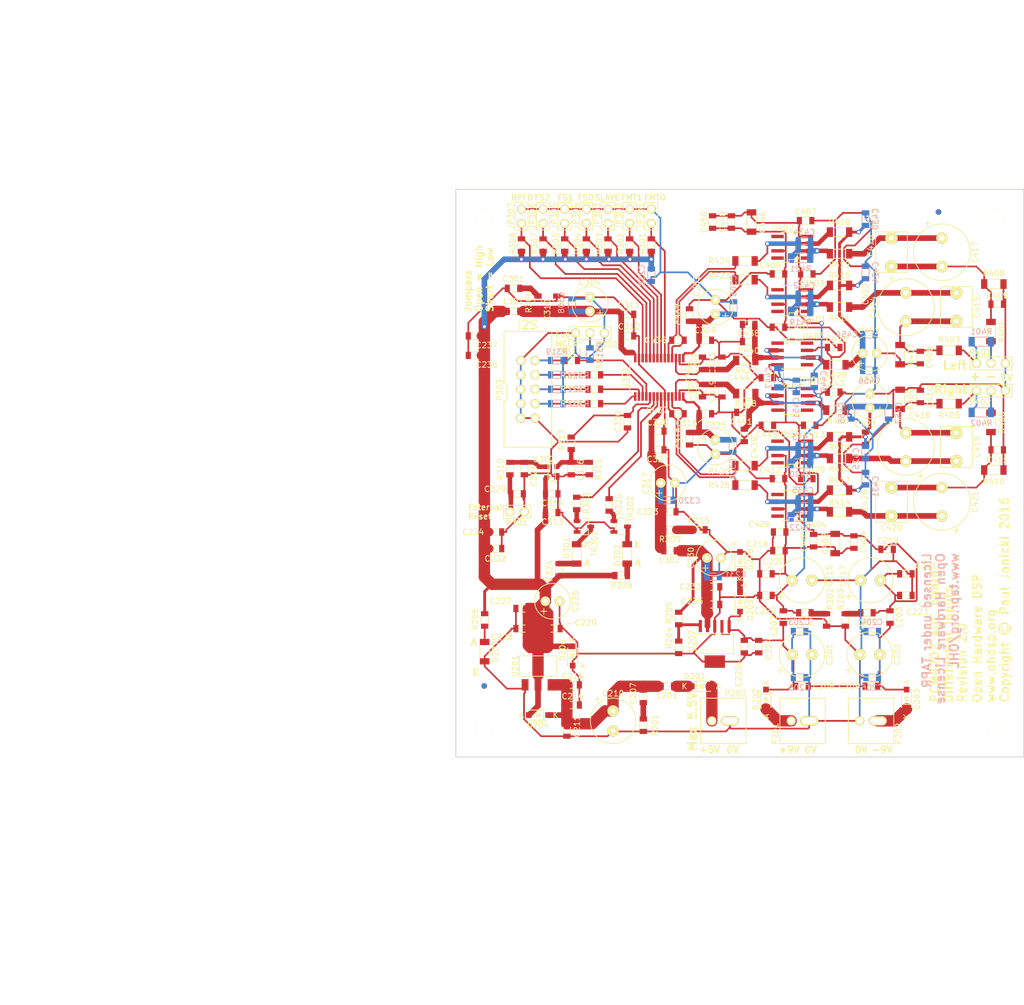
<source format=kicad_pcb>
(kicad_pcb (version 20171130) (host pcbnew "(5.1.12)-1")
  (title_block (title "PCM4202 ADC - Single Ended Inputs") (date 2016-07-01) (rev 2.0) (company "Open Hardware DSP Platform - www.ohdsp.org") (comment 1 "MERCHANTABILITY, SATISFACTORY QUALITY AND FITNESS FOR A PARTICULAR PURPOSE.") (comment 2 "is distributed WITHOUT ANY EXPRESS OR IMPLIED WARRANTY, INCLUDING OF") (comment 3 "Licensed under the TAPR Open Hardware License (www.tapr.org/OHL). This documentation") (comment 4 "Copyright Paul Janicki 2016"))
  (layers (0 F.Cu signal) (31 B.Cu signal) (34 B.Paste user) (35 F.Paste user) (36 B.SilkS user) (37 F.SilkS user) (38 B.Mask user) (39 F.Mask user) (44 Edge.Cuts user))
  (net 0 "")
  (net 1 GNDA)
  (net 2 "Net-(C202-Pad2)")
  (net 3 "Net-(C207-Pad2)")
  (net 4 "Net-(D201-Pad1)")
  (net 5 "Net-(C207-Pad1)")
  (net 6 +9VA)
  (net 7 "Net-(C212-Pad2)")
  (net 8 "Net-(C213-Pad1)")
  (net 9 -9VA)
  (net 10 VDD)
  (net 11 VAA)
  (net 12 "Net-(C301-Pad1)")
  (net 13 /PCM4202/DVDD)
  (net 14 /PCM4202/AVCC)
  (net 15 /InputFilters/VCOML)
  (net 16 "Net-(C324-Pad1)")
  (net 17 /InputFilters/VCOMR)
  (net 18 /PCM4202/ADC_RESET)
  (net 19 /InputFilters/VCML)
  (net 20 /InputFilters/VCMR)
  (net 21 "Net-(D201-Pad2)")
  (net 22 "Net-(D202-Pad1)")
  (net 23 "Net-(D203-Pad2)")
  (net 24 "Net-(D301-Pad1)")
  (net 25 "Net-(D301-Pad2)")
  (net 26 "Net-(D302-Pad1)")
  (net 27 "Net-(D302-Pad2)")
  (net 28 /PCM4202/FMT0)
  (net 29 /PCM4202/FMT1)
  (net 30 /PCM4202/SLAVE)
  (net 31 /PCM4202/FS0)
  (net 32 /PCM4202/FS1)
  (net 33 /PCM4202/FS2)
  (net 34 /PCM4202/HPFD)
  (net 35 /PCM4202/CLIPR)
  (net 36 "Net-(R325-Pad2)")
  (net 37 /PCM4202/CLIPL)
  (net 38 /InputFilters/ANAL+)
  (net 39 /InputFilters/ANAL-)
  (net 40 /InputFilters/ANAR+)
  (net 41 /InputFilters/ANAR-)
  (net 42 VCC)
  (net 43 "Net-(P401-Pad1)")
  (net 44 "Net-(P402-Pad1)")
  (net 45 "Net-(R323-Pad2)")
  (net 46 "Net-(C408-Pad1)")
  (net 47 "Net-(C409-Pad1)")
  (net 48 "Net-(C414-Pad1)")
  (net 49 "Net-(C416-Pad2)")
  (net 50 "Net-(C418-Pad1)")
  (net 51 "Net-(C420-Pad2)")
  (net 52 "Net-(C432-Pad1)")
  (net 53 "Net-(C432-Pad2)")
  (net 54 "Net-(C433-Pad1)")
  (net 55 "Net-(C433-Pad2)")
  (net 56 "Net-(P401-Pad2)")
  (net 57 "Net-(P402-Pad2)")
  (net 58 "Net-(R415-Pad2)")
  (net 59 "Net-(R418-Pad1)")
  (net 60 "Net-(C302-Pad1)")
  (net 61 "Net-(C315-Pad1)")
  (net 62 "Net-(C316-Pad1)")
  (net 63 "Net-(C326-Pad1)")
  (net 64 "Net-(C329-Pad1)")
  (net 65 "Net-(C410-Pad1)")
  (net 66 "Net-(C411-Pad1)")
  (net 67 "Net-(C434-Pad1)")
  (net 68 "Net-(C434-Pad2)")
  (net 69 "Net-(C435-Pad1)")
  (net 70 "Net-(C435-Pad2)")
  (net 71 "Net-(C438-Pad1)")
  (net 72 "Net-(C439-Pad1)")
  (net 73 "Net-(D207-Pad1)")
  (net 74 "Net-(P302-Pad2)")
  (net 75 "Net-(P303-Pad2)")
  (net 76 "Net-(P303-Pad4)")
  (net 77 "Net-(P303-Pad6)")
  (net 78 "Net-(P303-Pad8)")
  (net 79 "Net-(R204-Pad1)")
  (net 80 "Net-(R312-Pad2)")
  (net 81 "Net-(R314-Pad2)")
  (net 82 "Net-(R315-Pad2)")
  (net 83 "Net-(R316-Pad2)")
  (net 84 "Net-(R416-Pad2)")
  (net 85 "Net-(R417-Pad1)")
  (net 86 "Net-(R429-Pad2)")
  (net 87 "Net-(R430-Pad2)")
  (module MyKiCadLibs-Footprints:SMD-1206 (layer F.Cu) (at 149.054 80.15 180)
    (fp_text reference R427 (at 0 -1.778 180) (layer F.SilkS))
    (fp_text value 1k hide)
    (pad 1 smd rect (at -1.7 0 180) (size 1.1 1.7) (layers F.Cu F.Paste F.Mask) (net 71 "Net-(C438-Pad1)"))
    (pad 2 smd rect (at 1.7 0 180) (size 1.1 1.7) (layers F.Cu F.Paste F.Mask) (net 15 /InputFilters/VCOML))
  )
  (module MyKiCadLibs-Footprints:CAP-TH-D8mmP3.5mm (layer F.Cu) (at 158.96 131.966)
    (fp_text reference C201 (at 4.826 0 90) (layer F.SilkS))
    (fp_text value 220u hide)
    (pad 1 thru_hole circle (at -1.75 0) (size 2 2) (drill 0.8) (layers *.Cu *.Mask F.SilkS) (net 42 VCC))
    (pad 2 thru_hole circle (at 1.75 0) (size 2 2) (drill 0.8) (layers *.Cu *.Mask F.SilkS) (net 1 GNDA))
  )
  (module MyKiCadLibs-Footprints:CAP-TH-D8mmP3.5mm (layer F.Cu) (at 170.898 131.966)
    (fp_text reference C202 (at 4.826 0 90) (layer F.SilkS))
    (fp_text value 220u hide)
    (pad 1 thru_hole circle (at -1.75 0) (size 2 2) (drill 0.8) (layers *.Cu *.Mask F.SilkS) (net 1 GNDA))
    (pad 2 thru_hole circle (at 1.75 0) (size 2 2) (drill 0.8) (layers *.Cu *.Mask F.SilkS) (net 2 "Net-(C202-Pad2)"))
  )
  (module MyKiCadLibs-Footprints:SMD-0805 (layer B.Cu) (at 158.536 127.902)
    (fp_text reference C203 (at -0.084 -1.651) (layer B.SilkS) (effects (justify mirror)))
    (fp_text value 22u hide)
    (pad 1 smd rect (at -1.1 0) (size 0.9 1.3) (layers B.Cu B.Paste B.Mask) (net 42 VCC))
    (pad 2 smd rect (at 1.1 0) (size 0.9 1.3) (layers B.Cu B.Paste B.Mask) (net 1 GNDA))
  )
  (module MyKiCadLibs-Footprints:SMD-0805 (layer B.Cu) (at 171.322 127.902)
    (fp_text reference C204 (at -0.043 -1.651) (layer B.SilkS) (effects (justify mirror)))
    (fp_text value 22u hide)
    (pad 1 smd rect (at -1.1 0) (size 0.9 1.3) (layers B.Cu B.Paste B.Mask) (net 1 GNDA))
    (pad 2 smd rect (at 1.1 0) (size 0.9 1.3) (layers B.Cu B.Paste B.Mask) (net 2 "Net-(C202-Pad2)"))
  )
  (module MyKiCadLibs-Footprints:SMD-0805 (layer B.Cu) (at 158.536 136.03)
    (fp_text reference C205 (at -0.084 1.778) (layer B.SilkS) (effects (justify mirror)))
    (fp_text value 100n hide)
    (pad 1 smd rect (at -1.1 0) (size 0.9 1.3) (layers B.Cu B.Paste B.Mask) (net 42 VCC))
    (pad 2 smd rect (at 1.1 0) (size 0.9 1.3) (layers B.Cu B.Paste B.Mask) (net 1 GNDA))
  )
  (module MyKiCadLibs-Footprints:SMD-0805 (layer B.Cu) (at 171.322 136.03)
    (fp_text reference C206 (at -0.043 1.778) (layer B.SilkS) (effects (justify mirror)))
    (fp_text value 100n hide)
    (pad 1 smd rect (at -1.1 0) (size 0.9 1.3) (layers B.Cu B.Paste B.Mask) (net 1 GNDA))
    (pad 2 smd rect (at 1.1 0) (size 0.9 1.3) (layers B.Cu B.Paste B.Mask) (net 2 "Net-(C202-Pad2)"))
  )
  (module MyKiCadLibs-Footprints:SMD-0805 (layer F.Cu) (at 131.02 139.332 270)
    (fp_text reference C207 (at -0.508 1.778 270) (layer F.SilkS))
    (fp_text value 100p hide)
    (pad 1 smd rect (at -1.1 0 270) (size 0.9 1.3) (layers F.Cu F.Paste F.Mask) (net 5 "Net-(C207-Pad1)"))
    (pad 2 smd rect (at 1.1 0 270) (size 0.9 1.3) (layers F.Cu F.Paste F.Mask) (net 3 "Net-(C207-Pad2)"))
  )
  (module MyKiCadLibs-Footprints:SMD-0805 (layer F.Cu) (at 158.96 137.554)
    (fp_text reference C208 (at 3.81 0) (layer F.SilkS))
    (fp_text value 10n hide)
    (pad 1 smd rect (at -1.1 0) (size 0.9 1.3) (layers F.Cu F.Paste F.Mask) (net 42 VCC))
    (pad 2 smd rect (at 1.1 0) (size 0.9 1.3) (layers F.Cu F.Paste F.Mask) (net 1 GNDA))
  )
  (module MyKiCadLibs-Footprints:SMD-0805 (layer F.Cu) (at 171.152 137.554)
    (fp_text reference C209 (at -3.8735 0) (layer F.SilkS))
    (fp_text value 10n hide)
    (pad 1 smd rect (at -1.1 0) (size 0.9 1.3) (layers F.Cu F.Paste F.Mask) (net 1 GNDA))
    (pad 2 smd rect (at 1.1 0) (size 0.9 1.3) (layers F.Cu F.Paste F.Mask) (net 2 "Net-(C202-Pad2)"))
  )
  (module MyKiCadLibs-Footprints:CAP-TH-D8mmP3.5mm (layer F.Cu) (at 125.685 143.65 270)
    (fp_text reference C210 (at -4.8265 -0.0005) (layer F.SilkS))
    (fp_text value 220u hide)
    (pad 1 thru_hole circle (at -1.75 0 270) (size 2 2) (drill 0.8) (layers *.Cu *.Mask F.SilkS) (net 5 "Net-(C207-Pad1)"))
    (pad 2 thru_hole circle (at 1.75 0 270) (size 2 2) (drill 0.8) (layers *.Cu *.Mask F.SilkS) (net 1 GNDA))
  )
  (module MyKiCadLibs-Footprints:SMD-0805 (layer F.Cu) (at 117.557 145.258 270)
    (fp_text reference C211 (at -0.5925 -1.779 270) (layer F.SilkS))
    (fp_text value 22u hide)
    (pad 1 smd rect (at -1.1 0 270) (size 0.9 1.3) (layers F.Cu F.Paste F.Mask) (net 5 "Net-(C207-Pad1)"))
    (pad 2 smd rect (at 1.1 0 270) (size 0.9 1.3) (layers F.Cu F.Paste F.Mask) (net 1 GNDA))
  )
  (module MyKiCadLibs-Footprints:SMD-0805 (layer F.Cu) (at 159.468 124.6)
    (fp_text reference C212 (at -0.381 1.651) (layer F.SilkS))
    (fp_text value 100p hide)
    (pad 1 smd rect (at -1.1 0) (size 0.9 1.3) (layers F.Cu F.Paste F.Mask) (net 6 +9VA))
    (pad 2 smd rect (at 1.1 0) (size 0.9 1.3) (layers F.Cu F.Paste F.Mask) (net 7 "Net-(C212-Pad2)"))
  )
  (module MyKiCadLibs-Footprints:SMD-0805 (layer F.Cu) (at 170.39 124.6)
    (fp_text reference C213 (at 0.127 1.778) (layer F.SilkS))
    (fp_text value 100p hide)
    (pad 1 smd rect (at -1.1 0) (size 0.9 1.3) (layers F.Cu F.Paste F.Mask) (net 8 "Net-(C213-Pad1)"))
    (pad 2 smd rect (at 1.1 0) (size 0.9 1.3) (layers F.Cu F.Paste F.Mask) (net 9 -9VA))
  )
  (module MyKiCadLibs-Footprints:SMD-0805 (layer F.Cu) (at 118.657 140.856)
    (fp_text reference C214 (at -0.083 -1.5245) (layer F.SilkS))
    (fp_text value 100n hide)
    (pad 1 smd rect (at -1.1 0) (size 0.9 1.3) (layers F.Cu F.Paste F.Mask) (net 5 "Net-(C207-Pad1)"))
    (pad 2 smd rect (at 1.1 0) (size 0.9 1.3) (layers F.Cu F.Paste F.Mask) (net 1 GNDA))
  )
  (module MyKiCadLibs-Footprints:CAP-TH-D8mmP3.5mm (layer F.Cu) (at 158.96 118.885)
    (fp_text reference C215 (at 4.826 -0.762 90) (layer F.SilkS))
    (fp_text value 220u hide)
    (pad 1 thru_hole circle (at -1.75 0) (size 2 2) (drill 0.8) (layers *.Cu *.Mask F.SilkS) (net 6 +9VA))
    (pad 2 thru_hole circle (at 1.75 0) (size 2 2) (drill 0.8) (layers *.Cu *.Mask F.SilkS) (net 1 GNDA))
  )
  (module MyKiCadLibs-Footprints:SMD-0805 (layer F.Cu) (at 118.657 137.3)
    (fp_text reference C216 (at -0.083 -1.5245) (layer F.SilkS))
    (fp_text value 10n hide)
    (pad 1 smd rect (at -1.1 0) (size 0.9 1.3) (layers F.Cu F.Paste F.Mask) (net 5 "Net-(C207-Pad1)"))
    (pad 2 smd rect (at 1.1 0) (size 0.9 1.3) (layers F.Cu F.Paste F.Mask) (net 1 GNDA))
  )
  (module MyKiCadLibs-Footprints:CAP-TH-D8mmP3.5mm (layer F.Cu) (at 171.025 118.885)
    (fp_text reference C217 (at -4.826 -0.762 90) (layer F.SilkS))
    (fp_text value 220u hide)
    (pad 1 thru_hole circle (at -1.75 0) (size 2 2) (drill 0.8) (layers *.Cu *.Mask F.SilkS) (net 1 GNDA))
    (pad 2 thru_hole circle (at 1.75 0) (size 2 2) (drill 0.8) (layers *.Cu *.Mask F.SilkS) (net 9 -9VA))
  )
  (module MyKiCadLibs-Footprints:SMD-0805 (layer F.Cu) (at 154.896 113.678 180)
    (fp_text reference C218 (at 3.81 1.143 180) (layer F.SilkS))
    (fp_text value 22u hide)
    (pad 1 smd rect (at -1.1 0 180) (size 0.9 1.3) (layers F.Cu F.Paste F.Mask) (net 6 +9VA))
    (pad 2 smd rect (at 1.1 0 180) (size 0.9 1.3) (layers F.Cu F.Paste F.Mask) (net 1 GNDA))
  )
  (module MyKiCadLibs-Footprints:SMD-0805 (layer F.Cu) (at 173.946 113.424 180)
    (fp_text reference C219 (at -0.127 1.524 180) (layer F.SilkS))
    (fp_text value 22u hide)
    (pad 1 smd rect (at -1.1 0 180) (size 0.9 1.3) (layers F.Cu F.Paste F.Mask) (net 1 GNDA))
    (pad 2 smd rect (at 1.1 0 180) (size 0.9 1.3) (layers F.Cu F.Paste F.Mask) (net 9 -9VA))
  )
  (module MyKiCadLibs-Footprints:SMD-0805 (layer F.Cu) (at 152.61 117.742 180)
    (fp_text reference C220 (at -1.397 2.159 180) (layer F.SilkS))
    (fp_text value 100n hide)
    (pad 1 smd rect (at -1.1 0 180) (size 0.9 1.3) (layers F.Cu F.Paste F.Mask) (net 6 +9VA))
    (pad 2 smd rect (at 1.1 0 180) (size 0.9 1.3) (layers F.Cu F.Paste F.Mask) (net 1 GNDA))
  )
  (module MyKiCadLibs-Footprints:SMD-0805 (layer F.Cu) (at 177.248 117.742 180)
    (fp_text reference C221 (at -3.556 1.397 180) (layer F.SilkS))
    (fp_text value 100n hide)
    (pad 1 smd rect (at -1.1 0 180) (size 0.9 1.3) (layers F.Cu F.Paste F.Mask) (net 1 GNDA))
    (pad 2 smd rect (at 1.1 0 180) (size 0.9 1.3) (layers F.Cu F.Paste F.Mask) (net 9 -9VA))
  )
  (module MyKiCadLibs-Footprints:SMD-0805 (layer F.Cu) (at 152.61 121.552 180)
    (fp_text reference C222 (at 0.127 -2.667 180) (layer F.SilkS))
    (fp_text value 10n hide)
    (pad 1 smd rect (at -1.1 0 180) (size 0.9 1.3) (layers F.Cu F.Paste F.Mask) (net 6 +9VA))
    (pad 2 smd rect (at 1.1 0 180) (size 0.9 1.3) (layers F.Cu F.Paste F.Mask) (net 1 GNDA))
  )
  (module MyKiCadLibs-Footprints:SMD-0805 (layer F.Cu) (at 177.248 121.552 180)
    (fp_text reference C223 (at -2.032 -2.921 180) (layer F.SilkS))
    (fp_text value 10n hide)
    (pad 1 smd rect (at -1.1 0 180) (size 0.9 1.3) (layers F.Cu F.Paste F.Mask) (net 1 GNDA))
    (pad 2 smd rect (at 1.1 0 180) (size 0.9 1.3) (layers F.Cu F.Paste F.Mask) (net 9 -9VA))
  )
  (module MyKiCadLibs-Footprints:SMD-0805 (layer F.Cu) (at 151.34 130.569 270)
    (fp_text reference C224 (at 0.381 -1.778 270) (layer F.SilkS))
    (fp_text value 22u hide)
    (pad 1 smd rect (at -1.1 0 270) (size 0.9 1.3) (layers F.Cu F.Paste F.Mask) (net 42 VCC))
    (pad 2 smd rect (at 1.1 0 270) (size 0.9 1.3) (layers F.Cu F.Paste F.Mask) (net 1 GNDA))
  )
  (module MyKiCadLibs-Footprints:SMD-0805 (layer F.Cu) (at 148.8 130.569 270)
    (fp_text reference C225 (at 5.207 1.016 270) (layer F.SilkS))
    (fp_text value 100n hide)
    (pad 1 smd rect (at -1.1 0 270) (size 0.9 1.3) (layers F.Cu F.Paste F.Mask) (net 42 VCC))
    (pad 2 smd rect (at 1.1 0 270) (size 0.9 1.3) (layers F.Cu F.Paste F.Mask) (net 1 GNDA))
  )
  (module MyKiCadLibs-Footprints:SMD-0805 (layer F.Cu) (at 109.683 123.854 180)
    (fp_text reference C227 (at 3.81 1.27 180) (layer F.SilkS))
    (fp_text value 22u hide)
    (pad 1 smd rect (at -1.1 0 180) (size 0.9 1.3) (layers F.Cu F.Paste F.Mask) (net 10 VDD))
    (pad 2 smd rect (at 1.1 0 180) (size 0.9 1.3) (layers F.Cu F.Paste F.Mask) (net 1 GNDA))
  )
  (module MyKiCadLibs-Footprints:SMD-0805 (layer F.Cu) (at 109.683 127.394 180)
    (fp_text reference C228 (at 3.555 -1.5235 180) (layer F.SilkS))
    (fp_text value 100n hide)
    (pad 1 smd rect (at -1.1 0 180) (size 0.9 1.3) (layers F.Cu F.Paste F.Mask) (net 10 VDD))
    (pad 2 smd rect (at 1.1 0 180) (size 0.9 1.3) (layers F.Cu F.Paste F.Mask) (net 1 GNDA))
  )
  (module MyKiCadLibs-Footprints:SMD-0805 (layer F.Cu) (at 115.271 127.394)
    (fp_text reference C229 (at 5.588 -1.016) (layer F.SilkS))
    (fp_text value 10n hide)
    (pad 1 smd rect (at -1.1 0) (size 0.9 1.3) (layers F.Cu F.Paste F.Mask) (net 10 VDD))
    (pad 2 smd rect (at 1.1 0) (size 0.9 1.3) (layers F.Cu F.Paste F.Mask) (net 1 GNDA))
  )
  (module MyKiCadLibs-Footprints:CAP-TH-D6.3mmP2.5mm (layer F.Cu) (at 143.466 114.948)
    (fp_text reference C230 (at -4.064 0 270) (layer F.SilkS))
    (fp_text value 220u hide)
    (pad 1 thru_hole circle (at -1.25 0) (size 1.7 1.7) (drill 0.8) (layers *.Cu *.Mask F.SilkS) (net 11 VAA))
    (pad 2 thru_hole circle (at 1.25 0) (size 1.7 1.7) (drill 0.8) (layers *.Cu *.Mask F.SilkS) (net 1 GNDA))
  )
  (module MyKiCadLibs-Footprints:SMD-0805 (layer B.Cu) (at 143.296 118.25)
    (fp_text reference C231 (at 3.938 -0.3815) (layer B.SilkS) (effects (justify mirror)))
    (fp_text value 22u hide)
    (pad 1 smd rect (at -1.1 0) (size 0.9 1.3) (layers B.Cu B.Paste B.Mask) (net 11 VAA))
    (pad 2 smd rect (at 1.1 0) (size 0.9 1.3) (layers B.Cu B.Paste B.Mask) (net 1 GNDA))
  )
  (module MyKiCadLibs-Footprints:SMD-0805 (layer F.Cu) (at 143.382 120.028)
    (fp_text reference C233 (at -4.064 0.0005) (layer F.SilkS))
    (fp_text value 100n hide)
    (pad 1 smd rect (at -1.1 0) (size 0.9 1.3) (layers F.Cu F.Paste F.Mask) (net 11 VAA))
    (pad 2 smd rect (at 1.1 0) (size 0.9 1.3) (layers F.Cu F.Paste F.Mask) (net 1 GNDA))
  )
  (module MyKiCadLibs-Footprints:SMD-0805 (layer F.Cu) (at 143.382 123.14)
    (fp_text reference C235 (at -3.7455 -0.572) (layer F.SilkS))
    (fp_text value 10n hide)
    (pad 1 smd rect (at -1.1 0) (size 0.9 1.3) (layers F.Cu F.Paste F.Mask) (net 11 VAA))
    (pad 2 smd rect (at 1.1 0) (size 0.9 1.3) (layers F.Cu F.Paste F.Mask) (net 1 GNDA))
  )
  (module MyKiCadLibs-Footprints:SMD-0805 (layer F.Cu) (at 108.16 67.45 180)
    (fp_text reference C301 (at 0 1.651 180) (layer F.SilkS))
    (fp_text value 100p hide)
    (pad 1 smd rect (at -1.1 0 180) (size 0.9 1.3) (layers F.Cu F.Paste F.Mask) (net 12 "Net-(C301-Pad1)"))
    (pad 2 smd rect (at 1.1 0 180) (size 0.9 1.3) (layers F.Cu F.Paste F.Mask) (net 1 GNDA))
  )
  (module MyKiCadLibs-Footprints:CAP-TH-D6.3mmP2.5mm (layer F.Cu) (at 121.622 70.264 90)
    (fp_text reference C304 (at 3.8603 -0.0772 180) (layer F.SilkS))
    (fp_text value 220u hide)
    (pad 1 thru_hole circle (at -1.25 0 90) (size 1.7 1.7) (drill 0.8) (layers *.Cu *.Mask F.SilkS) (net 13 /PCM4202/DVDD))
    (pad 2 thru_hole circle (at 1.25 0 90) (size 1.7 1.7) (drill 0.8) (layers *.Cu *.Mask F.SilkS) (net 1 GNDA))
  )
  (module MyKiCadLibs-Footprints:SMD-0805 (layer B.Cu) (at 118.447 70.414 90)
    (fp_text reference C308 (at 0.4313 -1.8552 90) (layer B.SilkS) (effects (justify mirror)))
    (fp_text value 22u hide)
    (pad 1 smd rect (at -1.1 0 90) (size 0.9 1.3) (layers B.Cu B.Paste B.Mask) (net 13 /PCM4202/DVDD))
    (pad 2 smd rect (at 1.1 0 90) (size 0.9 1.3) (layers B.Cu B.Paste B.Mask) (net 1 GNDA))
  )
  (module MyKiCadLibs-Footprints:SMD-0805 (layer F.Cu) (at 115.78 69.906 90)
    (fp_text reference C310 (at -1.354 -1.651 90) (layer F.SilkS))
    (fp_text value 100n hide)
    (pad 1 smd rect (at -1.1 0 90) (size 0.9 1.3) (layers F.Cu F.Paste F.Mask) (net 13 /PCM4202/DVDD))
    (pad 2 smd rect (at 1.1 0 90) (size 0.9 1.3) (layers F.Cu F.Paste F.Mask) (net 1 GNDA))
  )
  (module MyKiCadLibs-Footprints:SMD-0805 (layer F.Cu) (at 140.799 109.995)
    (fp_text reference C315 (at 0 -1.651) (layer F.SilkS))
    (fp_text value 100p hide)
    (pad 1 smd rect (at -1.1 0) (size 0.9 1.3) (layers F.Cu F.Paste F.Mask) (net 61 "Net-(C315-Pad1)"))
    (pad 2 smd rect (at 1.1 0) (size 0.9 1.3) (layers F.Cu F.Paste F.Mask) (net 1 GNDA))
  )
  (module MyKiCadLibs-Footprints:CAP-TH-D6.3mmP2.5mm (layer F.Cu) (at 135.338 101.74)
    (fp_text reference C317 (at -3.9053 0.07151 90) (layer F.SilkS))
    (fp_text value 220u hide)
    (pad 1 thru_hole circle (at -1.25 0) (size 1.7 1.7) (drill 0.8) (layers *.Cu *.Mask F.SilkS) (net 14 /PCM4202/AVCC))
    (pad 2 thru_hole circle (at 1.25 0) (size 1.7 1.7) (drill 0.8) (layers *.Cu *.Mask F.SilkS) (net 1 GNDA))
  )
  (module MyKiCadLibs-Footprints:SMD-0805 (layer B.Cu) (at 135.168 104.788)
    (fp_text reference C320 (at 3.9687 0.07151) (layer B.SilkS) (effects (justify mirror)))
    (fp_text value 22u hide)
    (pad 1 smd rect (at -1.1 0) (size 0.9 1.3) (layers B.Cu B.Paste B.Mask) (net 14 /PCM4202/AVCC))
    (pad 2 smd rect (at 1.1 0) (size 0.9 1.3) (layers B.Cu B.Paste B.Mask) (net 1 GNDA))
  )
  (module MyKiCadLibs-Footprints:SMD-0805 (layer F.Cu) (at 135.676 106.82)
    (fp_text reference C323 (at -3.894 0) (layer F.SilkS))
    (fp_text value 100n hide)
    (pad 1 smd rect (at -1.1 0) (size 0.9 1.3) (layers F.Cu F.Paste F.Mask) (net 14 /PCM4202/AVCC))
    (pad 2 smd rect (at 1.1 0) (size 0.9 1.3) (layers F.Cu F.Paste F.Mask) (net 1 GNDA))
  )
  (module MyKiCadLibs-Footprints:CAP-TH-D6.3mmP2.5mm (layer F.Cu) (at 143.72 70.752 90)
    (fp_text reference C302 (at 3.683 -3.302 90) (layer F.SilkS))
    (fp_text value 220u hide)
    (pad 1 thru_hole circle (at -1.25 0 90) (size 1.7 1.7) (drill 0.8) (layers *.Cu *.Mask F.SilkS) (net 60 "Net-(C302-Pad1)"))
    (pad 2 thru_hole circle (at 1.25 0 90) (size 1.7 1.7) (drill 0.8) (layers *.Cu *.Mask F.SilkS) (net 1 GNDA))
  )
  (module MyKiCadLibs-Footprints:SMD-0805 (layer B.Cu) (at 146.895 70.922 90)
    (fp_text reference C305 (at 3.94 0 90) (layer B.SilkS) (effects (justify mirror)))
    (fp_text value 22u hide)
    (pad 1 smd rect (at -1.1 0 90) (size 0.9 1.3) (layers B.Cu B.Paste B.Mask) (net 60 "Net-(C302-Pad1)"))
    (pad 2 smd rect (at 1.1 0 90) (size 0.9 1.3) (layers B.Cu B.Paste B.Mask) (net 1 GNDA))
  )
  (module MyKiCadLibs-Footprints:SMD-0805 (layer F.Cu) (at 139.148 72.152 90)
    (fp_text reference C307 (at 0.13 -1.778 90) (layer F.SilkS))
    (fp_text value 100n hide)
    (pad 1 smd rect (at -1.1 0 90) (size 0.9 1.3) (layers F.Cu F.Paste F.Mask) (net 60 "Net-(C302-Pad1)"))
    (pad 2 smd rect (at 1.1 0 90) (size 0.9 1.3) (layers F.Cu F.Paste F.Mask) (net 1 GNDA))
  )
  (module MyKiCadLibs-Footprints:SMD-0805 (layer F.Cu) (at 141.942 76.594)
    (fp_text reference C309 (at 0 -1.778) (layer F.SilkS))
    (fp_text value 10n hide)
    (pad 1 smd rect (at -1.1 0) (size 0.9 1.3) (layers F.Cu F.Paste F.Mask) (net 60 "Net-(C302-Pad1)"))
    (pad 2 smd rect (at 1.1 0) (size 0.9 1.3) (layers F.Cu F.Paste F.Mask) (net 1 GNDA))
  )
  (module MyKiCadLibs-Footprints:SMD-0805 (layer F.Cu) (at 114.891 106.947)
    (fp_text reference C313 (at 0.126 1.6515) (layer F.SilkS))
    (fp_text value 10u hide)
    (pad 1 smd rect (at -1.1 0) (size 0.9 1.3) (layers F.Cu F.Paste F.Mask) (net 10 VDD))
    (pad 2 smd rect (at 1.1 0) (size 0.9 1.3) (layers F.Cu F.Paste F.Mask) (net 1 GNDA))
  )
  (module MyKiCadLibs-Footprints:SMD-0805 (layer F.Cu) (at 114.891 103.645)
    (fp_text reference C314 (at 0.126 1.6515) (layer F.SilkS))
    (fp_text value 100n hide)
    (pad 1 smd rect (at -1.1 0) (size 0.9 1.3) (layers F.Cu F.Paste F.Mask) (net 10 VDD))
    (pad 2 smd rect (at 1.1 0) (size 0.9 1.3) (layers F.Cu F.Paste F.Mask) (net 1 GNDA))
  )
  (module MyKiCadLibs-Footprints:SMD-0805 (layer F.Cu) (at 110.065 99.2 270)
    (fp_text reference C324 (at 1.2705 -1.65 270) (layer F.SilkS))
    (fp_text value 100n hide)
    (pad 1 smd rect (at -1.1 0 270) (size 0.9 1.3) (layers F.Cu F.Paste F.Mask) (net 16 "Net-(C324-Pad1)"))
    (pad 2 smd rect (at 1.1 0 270) (size 0.9 1.3) (layers F.Cu F.Paste F.Mask) (net 1 GNDA))
  )
  (module MyKiCadLibs-Footprints:SMD-0805 (layer F.Cu) (at 141.942 89.548)
    (fp_text reference C316 (at -3.302 1.651) (layer F.SilkS))
    (fp_text value 10n hide)
    (pad 1 smd rect (at -1.1 0) (size 0.9 1.3) (layers F.Cu F.Paste F.Mask) (net 62 "Net-(C316-Pad1)"))
    (pad 2 smd rect (at 1.1 0) (size 0.9 1.3) (layers F.Cu F.Paste F.Mask) (net 1 GNDA))
  )
  (module MyKiCadLibs-Footprints:SMD-0805 (layer F.Cu) (at 118.32 99.2 270)
    (fp_text reference C326 (at 0.254 -1.65 270) (layer F.SilkS))
    (fp_text value N/F hide)
    (pad 1 smd rect (at -1.1 0 270) (size 0.9 1.3) (layers F.Cu F.Paste F.Mask) (net 63 "Net-(C326-Pad1)"))
    (pad 2 smd rect (at 1.1 0 270) (size 0.9 1.3) (layers F.Cu F.Paste F.Mask) (net 1 GNDA))
  )
  (module MyKiCadLibs-Footprints:SMD-0805 (layer F.Cu) (at 139.148 93.95 270)
    (fp_text reference C318 (at -0.084 1.778 270) (layer F.SilkS))
    (fp_text value 100n hide)
    (pad 1 smd rect (at -1.1 0 270) (size 0.9 1.3) (layers F.Cu F.Paste F.Mask) (net 62 "Net-(C316-Pad1)"))
    (pad 2 smd rect (at 1.1 0 270) (size 0.9 1.3) (layers F.Cu F.Paste F.Mask) (net 1 GNDA))
  )
  (module MyKiCadLibs-Footprints:SMD-0805 (layer F.Cu) (at 108.795 103.645)
    (fp_text reference C329 (at -3.8735 -0.8255) (layer F.SilkS))
    (fp_text value 100n hide)
    (pad 1 smd rect (at -1.1 0) (size 0.9 1.3) (layers F.Cu F.Paste F.Mask) (net 64 "Net-(C329-Pad1)"))
    (pad 2 smd rect (at 1.1 0) (size 0.9 1.3) (layers F.Cu F.Paste F.Mask) (net 1 GNDA))
  )
  (module MyKiCadLibs-Footprints:SMD-0805 (layer B.Cu) (at 146.768 95.22 270)
    (fp_text reference C321 (at 4.107 0 270) (layer B.SilkS) (effects (justify mirror)))
    (fp_text value 22u hide)
    (pad 1 smd rect (at -1.1 0 270) (size 0.9 1.3) (layers B.Cu B.Paste B.Mask) (net 62 "Net-(C316-Pad1)"))
    (pad 2 smd rect (at 1.1 0 270) (size 0.9 1.3) (layers B.Cu B.Paste B.Mask) (net 1 GNDA))
  )
  (module MyKiCadLibs-Footprints:CAP-TH-D6.3mmP2.5mm (layer F.Cu) (at 143.72 95.39 270)
    (fp_text reference C325 (at -3.81 0) (layer F.SilkS))
    (fp_text value 220u hide)
    (pad 1 thru_hole circle (at -1.25 0 270) (size 1.7 1.7) (drill 0.8) (layers *.Cu *.Mask F.SilkS) (net 62 "Net-(C316-Pad1)"))
    (pad 2 thru_hole circle (at 1.25 0 270) (size 1.7 1.7) (drill 0.8) (layers *.Cu *.Mask F.SilkS) (net 1 GNDA))
  )
  (module MyKiCadLibs-Footprints:SMD-0805 (layer F.Cu) (at 128.225 90.945 270)
    (fp_text reference C330 (at 0 1.65 270) (layer F.SilkS))
    (fp_text value 100n hide)
    (pad 1 smd rect (at -1.1 0 270) (size 0.9 1.3) (layers F.Cu F.Paste F.Mask) (net 18 /PCM4202/ADC_RESET))
    (pad 2 smd rect (at 1.1 0 270) (size 0.9 1.3) (layers F.Cu F.Paste F.Mask) (net 1 GNDA))
  )
  (module MyKiCadLibs-Footprints:DIODE-SOD-123 (layer F.Cu) (at 112.555 142.634 180)
    (fp_text reference D204 (at 0.078 -1.778 180) (layer F.SilkS))
    (fp_text value SS14L hide)
    (fp_text user K (at -3 0 180) (layer F.SilkS))
    (fp_text user A (at 3 0 180) (layer F.SilkS))
    (pad 2 smd rect (at -1.7 0 180) (size 1 1) (layers F.Cu F.Paste F.Mask) (net 5 "Net-(C207-Pad1)"))
    (pad 1 smd rect (at 1.7 0 180) (size 1 1) (layers F.Cu F.Paste F.Mask) (net 10 VDD))
  )
  (module MyKiCadLibs-Footprints:DIODE-SOD-123 (layer F.Cu) (at 148.037 122.696 90)
    (fp_text reference D205 (at -1.3965 1.779 90) (layer F.SilkS))
    (fp_text value SS14L hide)
    (fp_text user K (at -3 0 90) (layer F.SilkS))
    (fp_text user A (at 2.9215 0.763 90) (layer F.SilkS))
    (pad 2 smd rect (at -1.7 0 90) (size 1 1) (layers F.Cu F.Paste F.Mask) (net 42 VCC))
    (pad 1 smd rect (at 1.7 0 90) (size 1 1) (layers F.Cu F.Paste F.Mask) (net 11 VAA))
  )
  (module MyKiCadLibs-Footprints:DIODE-SOD-123 (layer F.Cu) (at 118.573 132.22 270)
    (fp_text reference D206 (at -1.016 1.778 270) (layer F.SilkS))
    (fp_text value SS14L hide)
    (fp_text user K (at -3 0 270) (layer F.SilkS))
    (fp_text user A (at 1.778 -1.778 270) (layer F.SilkS))
    (pad 2 smd rect (at -1.7 0 270) (size 1 1) (layers F.Cu F.Paste F.Mask) (net 10 VDD))
    (pad 1 smd rect (at 1.7 0 270) (size 1 1) (layers F.Cu F.Paste F.Mask) (net 1 GNDA))
  )
  (module MyKiCadLibs-Footprints:DIODE-SOD-123 (layer F.Cu) (at 148.038 115.583 90)
    (fp_text reference D208 (at 0.381 1.778 90) (layer F.SilkS))
    (fp_text value SS14L hide)
    (fp_text user K (at -3 0 90) (layer F.SilkS))
    (fp_text user A (at 3.175 -1.016 90) (layer F.SilkS))
    (pad 2 smd rect (at -1.7 0 90) (size 1 1) (layers F.Cu F.Paste F.Mask) (net 11 VAA))
    (pad 1 smd rect (at 1.7 0 90) (size 1 1) (layers F.Cu F.Paste F.Mask) (net 1 GNDA))
  )
  (module MyKiCadLibs-Footprints:SMD-1206 (layer F.Cu) (at 119.285 114.237 90)
    (fp_text reference D301 (at 1.0668 -1.7272 90) (layer F.SilkS))
    (fp_text value "Red LED 1206" hide)
    (pad 1 smd rect (at -1.7 0 90) (size 1.1 1.7) (layers F.Cu F.Paste F.Mask) (net 24 "Net-(D301-Pad1)"))
    (pad 2 smd rect (at 1.7 0 90) (size 1.1 1.7) (layers F.Cu F.Paste F.Mask) (net 25 "Net-(D301-Pad2)"))
  )
  (module MyKiCadLibs-Footprints:SMD-1206 (layer F.Cu) (at 128.175 114.237 90)
    (fp_text reference D302 (at -0.2032 -1.7282 90) (layer F.SilkS))
    (fp_text value "Red LED 1206" hide)
    (pad 1 smd rect (at -1.7 0 90) (size 1.1 1.7) (layers F.Cu F.Paste F.Mask) (net 26 "Net-(D302-Pad1)"))
    (pad 2 smd rect (at 1.7 0 90) (size 1.1 1.7) (layers F.Cu F.Paste F.Mask) (net 27 "Net-(D302-Pad2)"))
  )
  (module MyKiCadLibs-Footprints:SMD-0805 (layer F.Cu) (at 135.254 137.554 180)
    (fp_text reference L201 (at 0.001 -1.6515 180) (layer F.SilkS))
    (fp_text value 600R@100MHz hide)
    (pad 1 smd rect (at -1.1 0 180) (size 0.9 1.3) (layers F.Cu F.Paste F.Mask) (net 21 "Net-(D201-Pad2)"))
    (pad 2 smd rect (at 1.1 0 180) (size 0.9 1.3) (layers F.Cu F.Paste F.Mask) (net 5 "Net-(C207-Pad1)"))
  )
  (module MyKiCadLibs-Footprints:SMD-0805 (layer F.Cu) (at 155.658 125.362 90)
    (fp_text reference L202 (at -1.524 -1.651 90) (layer F.SilkS))
    (fp_text value 600R@100MHz hide)
    (pad 1 smd rect (at -1.1 0 90) (size 0.9 1.3) (layers F.Cu F.Paste F.Mask) (net 42 VCC))
    (pad 2 smd rect (at 1.1 0 90) (size 0.9 1.3) (layers F.Cu F.Paste F.Mask) (net 6 +9VA))
  )
  (module MyKiCadLibs-Footprints:SMD-0805 (layer F.Cu) (at 174.454 125.362 90)
    (fp_text reference L203 (at 0 1.651 90) (layer F.SilkS))
    (fp_text value 600R@100MHz hide)
    (pad 1 smd rect (at -1.1 0 90) (size 0.9 1.3) (layers F.Cu F.Paste F.Mask) (net 2 "Net-(C202-Pad2)"))
    (pad 2 smd rect (at 1.1 0 90) (size 0.9 1.3) (layers F.Cu F.Paste F.Mask) (net 9 -9VA))
  )
  (module MyKiCadLibs-Footprints:SMD-0805 (layer F.Cu) (at 108.16 71.514)
    (fp_text reference L301 (at 0 -1.778) (layer F.SilkS))
    (fp_text value 600R@100MHz hide)
    (pad 1 smd rect (at -1.1 0) (size 0.9 1.3) (layers F.Cu F.Paste F.Mask) (net 10 VDD))
    (pad 2 smd rect (at 1.1 0) (size 0.9 1.3) (layers F.Cu F.Paste F.Mask) (net 13 /PCM4202/DVDD))
  )
  (module MyKiCadLibs-Footprints:SMD-0805 (layer F.Cu) (at 135.719 113.678 180)
    (fp_text reference L302 (at 0.05599 -1.6183 180) (layer F.SilkS))
    (fp_text value 600R@100MHz hide)
    (pad 1 smd rect (at -1.1 0 180) (size 0.9 1.3) (layers F.Cu F.Paste F.Mask) (net 11 VAA))
    (pad 2 smd rect (at 1.1 0 180) (size 0.9 1.3) (layers F.Cu F.Paste F.Mask) (net 14 /PCM4202/AVCC))
  )
  (module MyKiCadLibs-Footprints:CONN-2WAY-2.54mm-3.81mm-SPACING (layer F.Cu) (at 157.055 143.65)
    (fp_text reference P201 (at -2.794 2.286 90) (layer F.SilkS))
    (fp_text value CONN_2x1 hide)
    (pad 1 thru_hole circle (at 0 0) (size 1.6 1.6) (drill 1) (layers *.Cu *.Mask F.SilkS) (net 22 "Net-(D202-Pad1)"))
    (pad 2 thru_hole oval (at 3.175 0) (size 3.2 1.6) (drill oval 2.54 1) (layers *.Cu *.Mask F.SilkS) (net 1 GNDA))
  )
  (module MyKiCadLibs-Footprints:CONN-2WAY-2.54mm-3.81mm-SPACING (layer F.Cu) (at 169.12 143.65)
    (fp_text reference P202 (at 6.858 2.286 90) (layer F.SilkS))
    (fp_text value CONN_2x1 hide)
    (pad 1 thru_hole circle (at 0 0) (size 1.6 1.6) (drill 1) (layers *.Cu *.Mask F.SilkS) (net 1 GNDA))
    (pad 2 thru_hole oval (at 3.175 0) (size 3.2 1.6) (drill oval 2.54 1) (layers *.Cu *.Mask F.SilkS) (net 23 "Net-(D203-Pad2)"))
  )
  (module MyKiCadLibs-Footprints:CONN-2WAY-2.54mm-3.81mm-SPACING (layer F.Cu) (at 143.085 143.65)
    (fp_text reference P203 (at 4.191 -4.826) (layer F.SilkS))
    (fp_text value CONN_2x1 hide)
    (pad 1 thru_hole circle (at 0 0) (size 1.6 1.6) (drill 1) (layers *.Cu *.Mask F.SilkS) (net 4 "Net-(D201-Pad1)"))
    (pad 2 thru_hole oval (at 3.175 0) (size 3.2 1.6) (drill oval 2.54 1) (layers *.Cu *.Mask F.SilkS) (net 1 GNDA))
  )
  (module MyKiCadLibs-Footprints:SMD-0805 (layer F.Cu) (at 131.02 144.412 270)
    (fp_text reference R201 (at 0 -2.032 270) (layer F.SilkS))
    (fp_text value 47 hide)
    (pad 1 smd rect (at -1.1 0 270) (size 0.9 1.3) (layers F.Cu F.Paste F.Mask) (net 3 "Net-(C207-Pad2)"))
    (pad 2 smd rect (at 1.1 0 270) (size 0.9 1.3) (layers F.Cu F.Paste F.Mask) (net 1 GNDA))
  )
  (module MyKiCadLibs-Footprints:SMD-0805 (layer F.Cu) (at 163.278 125.87 270)
    (fp_text reference R202 (at -3.6825 -0.634 270) (layer F.SilkS))
    (fp_text value 47 hide)
    (pad 1 smd rect (at -1.1 0 270) (size 0.9 1.3) (layers F.Cu F.Paste F.Mask) (net 7 "Net-(C212-Pad2)"))
    (pad 2 smd rect (at 1.1 0 270) (size 0.9 1.3) (layers F.Cu F.Paste F.Mask) (net 1 GNDA))
  )
  (module MyKiCadLibs-Footprints:SMD-0805 (layer F.Cu) (at 166.58 125.87 90)
    (fp_text reference R203 (at 3.683 -0.762 90) (layer F.SilkS))
    (fp_text value 47 hide)
    (pad 1 smd rect (at -1.1 0 90) (size 0.9 1.3) (layers F.Cu F.Paste F.Mask) (net 1 GNDA))
    (pad 2 smd rect (at 1.1 0 90) (size 0.9 1.3) (layers F.Cu F.Paste F.Mask) (net 8 "Net-(C213-Pad1)"))
  )
  (module MyKiCadLibs-Footprints:SMD-0805 (layer F.Cu) (at 137.243 130.696 270)
    (fp_text reference R204 (at -1.6505 1.652 270) (layer F.SilkS))
    (fp_text value 2k2 hide)
    (pad 1 smd rect (at -1.1 0 270) (size 0.9 1.3) (layers F.Cu F.Paste F.Mask) (net 79 "Net-(R204-Pad1)"))
    (pad 2 smd rect (at 1.1 0 270) (size 0.9 1.3) (layers F.Cu F.Paste F.Mask) (net 1 GNDA))
  )
  (module MyKiCadLibs-Footprints:SMD-0805 (layer F.Cu) (at 137.243 125.616 270)
    (fp_text reference R205 (at -1.016 1.651 270) (layer F.SilkS))
    (fp_text value 6k8 hide)
    (pad 1 smd rect (at -1.1 0 270) (size 0.9 1.3) (layers F.Cu F.Paste F.Mask) (net 11 VAA))
    (pad 2 smd rect (at 1.1 0 270) (size 0.9 1.3) (layers F.Cu F.Paste F.Mask) (net 79 "Net-(R204-Pad1)"))
  )
  (module MyKiCadLibs-Footprints:SMD-0805 (layer F.Cu) (at 132.417 59.83 90)
    (fp_text reference R301 (at 0.254 -1.524 90) (layer F.SilkS))
    (fp_text value 10k hide)
    (pad 1 smd rect (at -1.1 0 90) (size 0.9 1.3) (layers F.Cu F.Paste F.Mask) (net 10 VDD))
    (pad 2 smd rect (at 1.1 0 90) (size 0.9 1.3) (layers F.Cu F.Paste F.Mask) (net 28 /PCM4202/FMT0))
  )
  (module MyKiCadLibs-Footprints:SMD-0805 (layer F.Cu) (at 112.478 69.906 90)
    (fp_text reference R306 (at 0.043 -1.651 90) (layer F.SilkS))
    (fp_text value 47 hide)
    (pad 1 smd rect (at -1.1 0 90) (size 0.9 1.3) (layers F.Cu F.Paste F.Mask) (net 13 /PCM4202/DVDD))
    (pad 2 smd rect (at 1.1 0 90) (size 0.9 1.3) (layers F.Cu F.Paste F.Mask) (net 12 "Net-(C301-Pad1)"))
  )
  (module MyKiCadLibs-Footprints:SMD-0805 (layer F.Cu) (at 128.607 59.83 90)
    (fp_text reference R302 (at 0.254 -1.524 90) (layer F.SilkS))
    (fp_text value 10k hide)
    (pad 1 smd rect (at -1.1 0 90) (size 0.9 1.3) (layers F.Cu F.Paste F.Mask) (net 10 VDD))
    (pad 2 smd rect (at 1.1 0 90) (size 0.9 1.3) (layers F.Cu F.Paste F.Mask) (net 29 /PCM4202/FMT1))
  )
  (module MyKiCadLibs-Footprints:SMD-0805 (layer F.Cu) (at 124.797 59.83 90)
    (fp_text reference R303 (at 0.254 -1.524 90) (layer F.SilkS))
    (fp_text value 10k hide)
    (pad 1 smd rect (at -1.1 0 90) (size 0.9 1.3) (layers F.Cu F.Paste F.Mask) (net 10 VDD))
    (pad 2 smd rect (at 1.1 0 90) (size 0.9 1.3) (layers F.Cu F.Paste F.Mask) (net 30 /PCM4202/SLAVE))
  )
  (module MyKiCadLibs-Footprints:SMD-0805 (layer F.Cu) (at 120.987 59.83 90)
    (fp_text reference R304 (at 0.254 -1.524 90) (layer F.SilkS))
    (fp_text value 10k hide)
    (pad 1 smd rect (at -1.1 0 90) (size 0.9 1.3) (layers F.Cu F.Paste F.Mask) (net 10 VDD))
    (pad 2 smd rect (at 1.1 0 90) (size 0.9 1.3) (layers F.Cu F.Paste F.Mask) (net 31 /PCM4202/FS0))
  )
  (module MyKiCadLibs-Footprints:SMD-0805 (layer F.Cu) (at 117.177 59.83 90)
    (fp_text reference R305 (at 0.254 -1.524 90) (layer F.SilkS))
    (fp_text value 10k hide)
    (pad 1 smd rect (at -1.1 0 90) (size 0.9 1.3) (layers F.Cu F.Paste F.Mask) (net 10 VDD))
    (pad 2 smd rect (at 1.1 0 90) (size 0.9 1.3) (layers F.Cu F.Paste F.Mask) (net 32 /PCM4202/FS1))
  )
  (module MyKiCadLibs-Footprints:SMD-0805 (layer F.Cu) (at 135.719 109.995)
    (fp_text reference R309 (at 0 1.651) (layer F.SilkS))
    (fp_text value 47 hide)
    (pad 1 smd rect (at -1.1 0) (size 0.9 1.3) (layers F.Cu F.Paste F.Mask) (net 14 /PCM4202/AVCC))
    (pad 2 smd rect (at 1.1 0) (size 0.9 1.3) (layers F.Cu F.Paste F.Mask) (net 61 "Net-(C315-Pad1)"))
  )
  (module MyKiCadLibs-Footprints:SMD-0805 (layer F.Cu) (at 113.367 59.83 90)
    (fp_text reference R307 (at 0.254 -1.524 90) (layer F.SilkS))
    (fp_text value 10k hide)
    (pad 1 smd rect (at -1.1 0 90) (size 0.9 1.3) (layers F.Cu F.Paste F.Mask) (net 10 VDD))
    (pad 2 smd rect (at 1.1 0 90) (size 0.9 1.3) (layers F.Cu F.Paste F.Mask) (net 33 /PCM4202/FS2))
  )
  (module MyKiCadLibs-Footprints:SMD-0805 (layer F.Cu) (at 109.557 59.83 90)
    (fp_text reference R308 (at 0.2535 -1.524 90) (layer F.SilkS))
    (fp_text value 10k hide)
    (pad 1 smd rect (at -1.1 0 90) (size 0.9 1.3) (layers F.Cu F.Paste F.Mask) (net 10 VDD))
    (pad 2 smd rect (at 1.1 0 90) (size 0.9 1.3) (layers F.Cu F.Paste F.Mask) (net 34 /PCM4202/HPFD))
  )
  (module MyKiCadLibs-Footprints:SMD-0805 (layer F.Cu) (at 107.525 99.2 270)
    (fp_text reference R310 (at 0.1275 1.652 270) (layer F.SilkS))
    (fp_text value 1k hide)
    (pad 1 smd rect (at -1.1 0 270) (size 0.9 1.3) (layers F.Cu F.Paste F.Mask) (net 16 "Net-(C324-Pad1)"))
    (pad 2 smd rect (at 1.1 0 270) (size 0.9 1.3) (layers F.Cu F.Paste F.Mask) (net 64 "Net-(C329-Pad1)"))
  )
  (module MyKiCadLibs-Footprints:SMD-0805 (layer F.Cu) (at 121.495 99.2 90)
    (fp_text reference R311 (at -0.1275 1.65 90) (layer F.SilkS))
    (fp_text value 100k hide)
    (pad 1 smd rect (at -1.1 0 90) (size 0.9 1.3) (layers F.Cu F.Paste F.Mask) (net 1 GNDA))
    (pad 2 smd rect (at 1.1 0 90) (size 0.9 1.3) (layers F.Cu F.Paste F.Mask) (net 63 "Net-(C326-Pad1)"))
  )
  (module MyKiCadLibs-Footprints:SMD-0805 (layer F.Cu) (at 118.32 94.755 270)
    (fp_text reference R317 (at -0.6345 1.652 270) (layer F.SilkS))
    (fp_text value 100R hide)
    (pad 1 smd rect (at -1.1 0 270) (size 0.9 1.3) (layers F.Cu F.Paste F.Mask) (net 18 /PCM4202/ADC_RESET))
    (pad 2 smd rect (at 1.1 0 270) (size 0.9 1.3) (layers F.Cu F.Paste F.Mask) (net 63 "Net-(C326-Pad1)"))
  )
  (module MyKiCadLibs-Footprints:SMD-0805 (layer B.Cu) (at 115.779 80.1505 180)
    (fp_text reference R319 (at -0.001 1.5245 180) (layer B.SilkS) (effects (justify mirror)))
    (fp_text value N/F hide)
    (pad 1 smd rect (at -1.1 0 180) (size 0.9 1.3) (layers B.Cu B.Paste B.Mask) (net 1 GNDA))
    (pad 2 smd rect (at 1.1 0 180) (size 0.9 1.3) (layers B.Cu B.Paste B.Mask) (net 75 "Net-(P303-Pad2)"))
  )
  (module MyKiCadLibs-Footprints:SMD-0805 (layer B.Cu) (at 115.78 82.69 180)
    (fp_text reference R320 (at -3.809 -0.1275 180) (layer B.SilkS) (effects (justify mirror)))
    (fp_text value N/F hide)
    (pad 1 smd rect (at -1.1 0 180) (size 0.9 1.3) (layers B.Cu B.Paste B.Mask) (net 1 GNDA))
    (pad 2 smd rect (at 1.1 0 180) (size 0.9 1.3) (layers B.Cu B.Paste B.Mask) (net 76 "Net-(P303-Pad4)"))
  )
  (module MyKiCadLibs-Footprints:SMD-0805 (layer B.Cu) (at 115.78 85.23 180)
    (fp_text reference R321 (at -3.809 -0.0005 180) (layer B.SilkS) (effects (justify mirror)))
    (fp_text value N/F hide)
    (pad 1 smd rect (at -1.1 0 180) (size 0.9 1.3) (layers B.Cu B.Paste B.Mask) (net 1 GNDA))
    (pad 2 smd rect (at 1.1 0 180) (size 0.9 1.3) (layers B.Cu B.Paste B.Mask) (net 77 "Net-(P303-Pad6)"))
  )
  (module MyKiCadLibs-Footprints:SMD-0805 (layer B.Cu) (at 115.78 87.77 180)
    (fp_text reference R322 (at -3.809 -0.0005 180) (layer B.SilkS) (effects (justify mirror)))
    (fp_text value N/F hide)
    (pad 1 smd rect (at -1.1 0 180) (size 0.9 1.3) (layers B.Cu B.Paste B.Mask) (net 1 GNDA))
    (pad 2 smd rect (at 1.1 0 180) (size 0.9 1.3) (layers B.Cu B.Paste B.Mask) (net 78 "Net-(P303-Pad8)"))
  )
  (module MyKiCadLibs-Footprints:SMD-0805 (layer F.Cu) (at 118.32 80.15)
    (fp_text reference R313 (at -0.001 -1.524) (layer F.SilkS))
    (fp_text value 0 hide)
    (pad 1 smd rect (at -1.1 0) (size 0.9 1.3) (layers F.Cu F.Paste F.Mask) (net 75 "Net-(P303-Pad2)"))
    (pad 2 smd rect (at 1.1 0) (size 0.9 1.3) (layers F.Cu F.Paste F.Mask) (net 80 "Net-(R312-Pad2)"))
  )
  (module MyKiCadLibs-Footprints:SMD-0805 (layer F.Cu) (at 122.384 82.69)
    (fp_text reference R314 (at -4.064 0.127) (layer F.SilkS))
    (fp_text value 0 hide)
    (pad 1 smd rect (at -1.1 0) (size 0.9 1.3) (layers F.Cu F.Paste F.Mask) (net 76 "Net-(P303-Pad4)"))
    (pad 2 smd rect (at 1.1 0) (size 0.9 1.3) (layers F.Cu F.Paste F.Mask) (net 81 "Net-(R314-Pad2)"))
  )
  (module MyKiCadLibs-Footprints:SMD-0805 (layer F.Cu) (at 122.384 85.23)
    (fp_text reference R315 (at -4.064 0) (layer F.SilkS))
    (fp_text value 0 hide)
    (pad 1 smd rect (at -1.1 0) (size 0.9 1.3) (layers F.Cu F.Paste F.Mask) (net 77 "Net-(P303-Pad6)"))
    (pad 2 smd rect (at 1.1 0) (size 0.9 1.3) (layers F.Cu F.Paste F.Mask) (net 82 "Net-(R315-Pad2)"))
  )
  (module MyKiCadLibs-Footprints:SMD-0805 (layer F.Cu) (at 122.384 87.77)
    (fp_text reference R316 (at -4.064 0) (layer F.SilkS))
    (fp_text value 75 hide)
    (pad 1 smd rect (at -1.1 0) (size 0.9 1.3) (layers F.Cu F.Paste F.Mask) (net 78 "Net-(P303-Pad8)"))
    (pad 2 smd rect (at 1.1 0) (size 0.9 1.3) (layers F.Cu F.Paste F.Mask) (net 83 "Net-(R316-Pad2)"))
  )
  (module MyKiCadLibs-Footprints:SMD-0805 (layer F.Cu) (at 119.285 105.347 270)
    (fp_text reference R323 (at -0.0503 -1.7008 270) (layer F.SilkS))
    (fp_text value 1k hide)
    (pad 1 smd rect (at -1.1 0 270) (size 0.9 1.3) (layers F.Cu F.Paste F.Mask) (net 35 /PCM4202/CLIPR))
    (pad 2 smd rect (at 1.1 0 270) (size 0.9 1.3) (layers F.Cu F.Paste F.Mask) (net 45 "Net-(R323-Pad2)"))
  )
  (module MyKiCadLibs-Footprints:SMD-0805 (layer F.Cu) (at 116.185 117.031 270)
    (fp_text reference R324 (at 0.2032 1.6764 270) (layer F.SilkS))
    (fp_text value 470 hide)
    (pad 1 smd rect (at -1.1 0 270) (size 0.9 1.3) (layers F.Cu F.Paste F.Mask) (net 24 "Net-(D301-Pad1)"))
    (pad 2 smd rect (at 1.1 0 270) (size 0.9 1.3) (layers F.Cu F.Paste F.Mask) (net 10 VDD))
  )
  (module MyKiCadLibs-Footprints:SMD-0805 (layer F.Cu) (at 125 105.601 270)
    (fp_text reference R325 (at -0.0503 -1.7018 270) (layer F.SilkS))
    (fp_text value 1k hide)
    (pad 1 smd rect (at -1.1 0 270) (size 0.9 1.3) (layers F.Cu F.Paste F.Mask) (net 37 /PCM4202/CLIPL))
    (pad 2 smd rect (at 1.1 0 270) (size 0.9 1.3) (layers F.Cu F.Paste F.Mask) (net 36 "Net-(R325-Pad2)"))
  )
  (module MyKiCadLibs-Footprints:SMD-0805 (layer F.Cu) (at 127.107 118.047 180)
    (fp_text reference R326 (at -0.1016 -1.7272 180) (layer F.SilkS))
    (fp_text value 470 hide)
    (pad 1 smd rect (at -1.1 0 180) (size 0.9 1.3) (layers F.Cu F.Paste F.Mask) (net 26 "Net-(D302-Pad1)"))
    (pad 2 smd rect (at 1.1 0 180) (size 0.9 1.3) (layers F.Cu F.Paste F.Mask) (net 10 VDD))
  )
  (module MyKiCadLibs-Footprints:IC-SOT23 (layer F.Cu) (at 120.555 109.411 270)
    (fp_text reference TR301 (at 2.9972 -1.8288 270) (layer F.SilkS))
    (fp_text value BC847 hide)
    (pad 3 smd rect (at 0 -1.2 270) (size 0.65 1.2) (layers F.Cu F.Paste F.Mask) (net 25 "Net-(D301-Pad2)"))
    (pad 1 smd rect (at -0.95 1.2 270) (size 0.65 1.2) (layers F.Cu F.Paste F.Mask) (net 45 "Net-(R323-Pad2)"))
    (pad 2 smd rect (at 0.95 1.2 270) (size 0.65 1.2) (layers F.Cu F.Paste F.Mask) (net 1 GNDA))
  )
  (module MyKiCadLibs-Footprints:IC-SOT23 (layer F.Cu) (at 127.032 109.411 270)
    (fp_text reference TR302 (at -3.0988 -1.7018 270) (layer F.SilkS))
    (fp_text value BC847 hide)
    (pad 3 smd rect (at 0 -1.2 270) (size 0.65 1.2) (layers F.Cu F.Paste F.Mask) (net 27 "Net-(D302-Pad2)"))
    (pad 1 smd rect (at -0.95 1.2 270) (size 0.65 1.2) (layers F.Cu F.Paste F.Mask) (net 36 "Net-(R325-Pad2)"))
    (pad 2 smd rect (at 0.95 1.2 270) (size 0.65 1.2) (layers F.Cu F.Paste F.Mask) (net 1 GNDA))
  )
  (module MyKiCadLibs-Footprints:IC-SOT223-6 (layer F.Cu) (at 143.593 130.061 180)
    (fp_text reference U202 (at 4.065 0.5075 270) (layer F.SilkS))
    (fp_text value TPS7A4501 hide)
    (pad 3 smd rect (at 0 -3.1496 180) (size 3.6 2.2) (layers F.Cu F.Paste F.Mask) (net 1 GNDA))
    (pad 3 smd rect (at 0 3.1115 180) (size 0.55 2.15) (layers F.Cu F.Paste F.Mask) (net 1 GNDA))
    (pad 5 smd rect (at 2.54 3.1115 180) (size 0.55 2.15) (layers F.Cu F.Paste F.Mask) (net 79 "Net-(R204-Pad1)"))
    (pad 1 smd rect (at -2.54 3.1115 180) (size 0.55 2.15) (layers F.Cu F.Paste F.Mask) (net 42 VCC))
    (pad 2 smd rect (at -1.27 3.1115 180) (size 0.55 2.15) (layers F.Cu F.Paste F.Mask) (net 42 VCC))
    (pad 4 smd rect (at 1.27 3.1115 180) (size 0.55 2.15) (layers F.Cu F.Paste F.Mask) (net 11 VAA))
  )
  (module MyKiCadLibs-Footprints:IC-SOT143 (layer F.Cu) (at 114.891 99.835 90)
    (fp_text reference U302 (at 2.2855 -1.398 180) (layer F.SilkS))
    (fp_text value ADM811TART hide)
    (pad 1 smd rect (at -0.75 0.9 90) (size 1.2 0.9) (layers F.Cu F.Paste F.Mask) (net 1 GNDA))
    (pad 2 smd rect (at 0.95 0.9 90) (size 0.8 0.9) (layers F.Cu F.Paste F.Mask) (net 63 "Net-(C326-Pad1)"))
    (pad 3 smd rect (at 0.95 -0.9 90) (size 0.8 0.9) (layers F.Cu F.Paste F.Mask) (net 16 "Net-(C324-Pad1)"))
    (pad 4 smd rect (at -0.95 -0.9 90) (size 0.8 0.9) (layers F.Cu F.Paste F.Mask) (net 10 VDD))
  )
  (module MyKiCadLibs-Footprints:IC-SSOP28 (layer F.Cu) (at 133.823 83.125 180)
    (fp_text reference U301 (at 5.978 -0.073 270) (layer F.SilkS))
    (fp_text value PCM4202DBT hide)
    (pad 1 smd rect (at -4.225 3.375 180) (size 0.45 1.5) (layers F.Cu F.Paste F.Mask) (net 60 "Net-(C302-Pad1)"))
    (pad 2 smd rect (at -3.575 3.375 180) (size 0.45 1.5) (layers F.Cu F.Paste F.Mask) (net 1 GNDA))
    (pad 3 smd rect (at -2.925 3.375 180) (size 0.45 1.5) (layers F.Cu F.Paste F.Mask) (net 15 /InputFilters/VCOML))
    (pad 4 smd rect (at -2.275 3.375 180) (size 0.45 1.5) (layers F.Cu F.Paste F.Mask) (net 38 /InputFilters/ANAL+))
    (pad 5 smd rect (at -1.625 3.375 180) (size 0.45 1.5) (layers F.Cu F.Paste F.Mask) (net 39 /InputFilters/ANAL-))
    (pad 6 smd rect (at -0.975 3.375 180) (size 0.45 1.5) (layers F.Cu F.Paste F.Mask) (net 28 /PCM4202/FMT0))
    (pad 7 smd rect (at -0.325 3.375 180) (size 0.45 1.5) (layers F.Cu F.Paste F.Mask) (net 29 /PCM4202/FMT1))
    (pad 8 smd rect (at 0.325 3.375 180) (size 0.45 1.5) (layers F.Cu F.Paste F.Mask) (net 30 /PCM4202/SLAVE))
    (pad 9 smd rect (at 0.975 3.375 180) (size 0.45 1.5) (layers F.Cu F.Paste F.Mask) (net 31 /PCM4202/FS0))
    (pad 10 smd rect (at 1.625 3.375 180) (size 0.45 1.5) (layers F.Cu F.Paste F.Mask) (net 32 /PCM4202/FS1))
    (pad 11 smd rect (at 2.275 3.375 180) (size 0.45 1.5) (layers F.Cu F.Paste F.Mask) (net 33 /PCM4202/FS2))
    (pad 12 smd rect (at 2.925 3.375 180) (size 0.45 1.5) (layers F.Cu F.Paste F.Mask) (net 34 /PCM4202/HPFD))
    (pad 13 smd rect (at 3.575 3.375 180) (size 0.45 1.5) (layers F.Cu F.Paste F.Mask) (net 1 GNDA))
    (pad 14 smd rect (at 4.225 3.375 180) (size 0.45 1.5) (layers F.Cu F.Paste F.Mask) (net 13 /PCM4202/DVDD))
    (pad 15 smd rect (at 4.225 -3.375 180) (size 0.45 1.5) (layers F.Cu F.Paste F.Mask) (net 83 "Net-(R316-Pad2)"))
    (pad 16 smd rect (at 3.575 -3.375 180) (size 0.45 1.5) (layers F.Cu F.Paste F.Mask) (net 82 "Net-(R315-Pad2)"))
    (pad 17 smd rect (at 2.925 -3.375 180) (size 0.45 1.5) (layers F.Cu F.Paste F.Mask) (net 81 "Net-(R314-Pad2)"))
    (pad 18 smd rect (at 2.275 -3.375 180) (size 0.45 1.5) (layers F.Cu F.Paste F.Mask) (net 80 "Net-(R312-Pad2)"))
    (pad 19 smd rect (at 1.625 -3.375 180) (size 0.45 1.5) (layers F.Cu F.Paste F.Mask) (net 18 /PCM4202/ADC_RESET))
    (pad 20 smd rect (at 0.975 -3.375 180) (size 0.45 1.5) (layers F.Cu F.Paste F.Mask) (net 35 /PCM4202/CLIPR))
    (pad 21 smd rect (at 0.325 -3.375 180) (size 0.45 1.5) (layers F.Cu F.Paste F.Mask) (net 37 /PCM4202/CLIPL))
    (pad 22 smd rect (at -0.325 -3.375 180) (size 0.45 1.5) (layers F.Cu F.Paste F.Mask) (net 14 /PCM4202/AVCC))
    (pad 23 smd rect (at -0.975 -3.375 180) (size 0.45 1.5) (layers F.Cu F.Paste F.Mask) (net 1 GNDA))
    (pad 24 smd rect (at -1.625 -3.375 180) (size 0.45 1.5) (layers F.Cu F.Paste F.Mask) (net 41 /InputFilters/ANAR-))
    (pad 25 smd rect (at -2.275 -3.375 180) (size 0.45 1.5) (layers F.Cu F.Paste F.Mask) (net 40 /InputFilters/ANAR+))
    (pad 26 smd rect (at -2.925 -3.375 180) (size 0.45 1.5) (layers F.Cu F.Paste F.Mask) (net 17 /InputFilters/VCOMR))
    (pad 27 smd rect (at -3.575 -3.375 180) (size 0.45 1.5) (layers F.Cu F.Paste F.Mask) (net 1 GNDA))
    (pad 28 smd rect (at -4.225 -3.375 180) (size 0.45 1.5) (layers F.Cu F.Paste F.Mask) (net 62 "Net-(C316-Pad1)"))
  )
  (module MyKiCadLibs-Footprints:SMD-0805 (layer F.Cu) (at 121.622 79.05 270)
    (fp_text reference R312 (at 0.719 -1.651 270) (layer F.SilkS))
    (fp_text value N/F hide)
    (pad 1 smd rect (at -1.1 0 270) (size 0.9 1.3) (layers F.Cu F.Paste F.Mask) (net 74 "Net-(P302-Pad2)"))
    (pad 2 smd rect (at 1.1 0 270) (size 0.9 1.3) (layers F.Cu F.Paste F.Mask) (net 80 "Net-(R312-Pad2)"))
  )
  (module MyKiCadLibs-Footprints:SMD-0805 (layer F.Cu) (at 103.079 125.87 90)
    (fp_text reference R206 (at 0.127 -1.651 90) (layer F.SilkS))
    (fp_text value 470 hide)
    (pad 1 smd rect (at -1.1 0 90) (size 0.9 1.3) (layers F.Cu F.Paste F.Mask) (net 73 "Net-(D207-Pad1)"))
    (pad 2 smd rect (at 1.1 0 90) (size 0.9 1.3) (layers F.Cu F.Paste F.Mask) (net 10 VDD))
  )
  (module MyKiCadLibs-Footprints:SMD-0805 (layer F.Cu) (at 104.985 113.297)
    (fp_text reference C232 (at -0.001 1.7785) (layer F.SilkS))
    (fp_text value 10u hide)
    (pad 1 smd rect (at -1.1 0) (size 0.9 1.3) (layers F.Cu F.Paste F.Mask) (net 10 VDD))
    (pad 2 smd rect (at 1.1 0) (size 0.9 1.3) (layers F.Cu F.Paste F.Mask) (net 1 GNDA))
  )
  (module MyKiCadLibs-Footprints:SMD-0805 (layer F.Cu) (at 104.985 110.376)
    (fp_text reference C234 (at -3.937 0) (layer F.SilkS))
    (fp_text value 100n hide)
    (pad 1 smd rect (at -1.1 0) (size 0.9 1.3) (layers F.Cu F.Paste F.Mask) (net 10 VDD))
    (pad 2 smd rect (at 1.1 0) (size 0.9 1.3) (layers F.Cu F.Paste F.Mask) (net 1 GNDA))
  )
  (module MyKiCadLibs-Footprints:SMD-0805 (layer F.Cu) (at 101.302 79.261 180)
    (fp_text reference C236 (at -2.158 -1.6515 180) (layer F.SilkS))
    (fp_text value 10u hide)
    (pad 1 smd rect (at -1.1 0 180) (size 0.9 1.3) (layers F.Cu F.Paste F.Mask) (net 10 VDD))
    (pad 2 smd rect (at 1.1 0 180) (size 0.9 1.3) (layers F.Cu F.Paste F.Mask) (net 1 GNDA))
  )
  (module MyKiCadLibs-Footprints:SMD-0805 (layer F.Cu) (at 101.302 75.832 180)
    (fp_text reference C237 (at -2.158 -1.6515 180) (layer F.SilkS))
    (fp_text value 100n hide)
    (pad 1 smd rect (at -1.1 0 180) (size 0.9 1.3) (layers F.Cu F.Paste F.Mask) (net 10 VDD))
    (pad 2 smd rect (at 1.1 0 180) (size 0.9 1.3) (layers F.Cu F.Paste F.Mask) (net 1 GNDA))
  )
  (module MyKiCadLibs-Footprints:SMD-0805 (layer B.Cu) (at 132.426 65.1391 270)
    (fp_text reference C238 (at 0.0254 1.66116 270) (layer B.SilkS) (effects (justify mirror)))
    (fp_text value 100n hide)
    (pad 1 smd rect (at -1.1 0 270) (size 0.9 1.3) (layers B.Cu B.Paste B.Mask) (net 10 VDD))
    (pad 2 smd rect (at 1.1 0 270) (size 0.9 1.3) (layers B.Cu B.Paste B.Mask) (net 1 GNDA))
  )
  (module MyKiCadLibs-Footprints:CAP-TH-D6.3mmP2.5mm (layer F.Cu) (at 115.017 122.568)
    (fp_text reference C226 (at 4.0386 0 90) (layer F.SilkS))
    (fp_text value 220u hide)
    (pad 1 thru_hole circle (at -1.25 0) (size 1.7 1.7) (drill 0.8) (layers *.Cu *.Mask F.SilkS) (net 10 VDD))
    (pad 2 thru_hole circle (at 1.25 0) (size 1.7 1.7) (drill 0.8) (layers *.Cu *.Mask F.SilkS) (net 1 GNDA))
  )
  (module MyKiCadLibs-Footprints:SMD-0805 (layer B.Cu) (at 121.621 79.0075 90)
    (fp_text reference R318 (at 0.254 1.778 90) (layer B.SilkS) (effects (justify mirror)))
    (fp_text value N/F hide)
    (pad 1 smd rect (at -1.1 0 90) (size 0.9 1.3) (layers B.Cu B.Paste B.Mask) (net 1 GNDA))
    (pad 2 smd rect (at 1.1 0 90) (size 0.9 1.3) (layers B.Cu B.Paste B.Mask) (net 74 "Net-(P302-Pad2)"))
  )
  (module MyKiCadLibs-Footprints:CONN_SIL_2_1MM (layer F.Cu) (at 132.417 56.02 90)
    (fp_text reference JP301 (at 1.3965 -1.8425 90) (layer F.SilkS))
    (fp_text value CONN_2x1 hide)
    (pad 1 thru_hole circle (at 0 0 90) (size 1.6 1.6) (drill 1) (layers *.Cu *.Mask F.SilkS) (net 28 /PCM4202/FMT0))
    (pad 2 thru_hole circle (at 2.54 0 90) (size 1.6 1.6) (drill 1) (layers *.Cu *.Mask F.SilkS) (net 1 GNDA))
  )
  (module MyKiCadLibs-Footprints:CONN_SIL_2_1MM (layer F.Cu) (at 128.607 56.02 90)
    (fp_text reference JP302 (at 1.333 -1.8425 90) (layer F.SilkS))
    (fp_text value CONN_2x1 hide)
    (pad 1 thru_hole circle (at 0 0 90) (size 1.6 1.6) (drill 1) (layers *.Cu *.Mask F.SilkS) (net 29 /PCM4202/FMT1))
    (pad 2 thru_hole circle (at 2.54 0 90) (size 1.6 1.6) (drill 1) (layers *.Cu *.Mask F.SilkS) (net 1 GNDA))
  )
  (module MyKiCadLibs-Footprints:CONN_SIL_2_1MM (layer F.Cu) (at 124.797 56.02 90)
    (fp_text reference JP303 (at 1.333 -1.8425 90) (layer F.SilkS))
    (fp_text value CONN_2x1 hide)
    (pad 1 thru_hole circle (at 0 0 90) (size 1.6 1.6) (drill 1) (layers *.Cu *.Mask F.SilkS) (net 30 /PCM4202/SLAVE))
    (pad 2 thru_hole circle (at 2.54 0 90) (size 1.6 1.6) (drill 1) (layers *.Cu *.Mask F.SilkS) (net 1 GNDA))
  )
  (module MyKiCadLibs-Footprints:CONN_SIL_2_1MM (layer F.Cu) (at 120.987 56.02 90)
    (fp_text reference JP304 (at 1.333 -1.8425 90) (layer F.SilkS))
    (fp_text value CONN_2x1 hide)
    (pad 1 thru_hole circle (at 0 0 90) (size 1.6 1.6) (drill 1) (layers *.Cu *.Mask F.SilkS) (net 31 /PCM4202/FS0))
    (pad 2 thru_hole circle (at 2.54 0 90) (size 1.6 1.6) (drill 1) (layers *.Cu *.Mask F.SilkS) (net 1 GNDA))
  )
  (module MyKiCadLibs-Footprints:CONN_SIL_2_1MM (layer F.Cu) (at 117.177 56.02 90)
    (fp_text reference JP305 (at 1.333 -1.8425 90) (layer F.SilkS))
    (fp_text value CONN_2x1 hide)
    (pad 1 thru_hole circle (at 0 0 90) (size 1.6 1.6) (drill 1) (layers *.Cu *.Mask F.SilkS) (net 32 /PCM4202/FS1))
    (pad 2 thru_hole circle (at 2.54 0 90) (size 1.6 1.6) (drill 1) (layers *.Cu *.Mask F.SilkS) (net 1 GNDA))
  )
  (module MyKiCadLibs-Footprints:CONN_SIL_2_1MM (layer F.Cu) (at 113.367 56.02 90)
    (fp_text reference JP306 (at 1.2695 -1.8425 90) (layer F.SilkS))
    (fp_text value CONN_2x1 hide)
    (pad 1 thru_hole circle (at 0 0 90) (size 1.6 1.6) (drill 1) (layers *.Cu *.Mask F.SilkS) (net 33 /PCM4202/FS2))
    (pad 2 thru_hole circle (at 2.54 0 90) (size 1.6 1.6) (drill 1) (layers *.Cu *.Mask F.SilkS) (net 1 GNDA))
  )
  (module MyKiCadLibs-Footprints:CONN_SIL_2_1MM (layer F.Cu) (at 109.557 56.02 90)
    (fp_text reference JP307 (at 1.333 -1.8425 90) (layer F.SilkS))
    (fp_text value CONN_2x1 hide)
    (pad 1 thru_hole circle (at 0 0 90) (size 1.6 1.6) (drill 1) (layers *.Cu *.Mask F.SilkS) (net 34 /PCM4202/HPFD))
    (pad 2 thru_hole circle (at 2.54 0 90) (size 1.6 1.6) (drill 1) (layers *.Cu *.Mask F.SilkS) (net 1 GNDA))
  )
  (module MyKiCadLibs-Footprints:CONN_SIL_2_1MM (layer F.Cu) (at 107.525 106.82)
    (fp_text reference P301 (at 1.2055 1.969) (layer F.SilkS))
    (fp_text value CONN_2x1 hide)
    (pad 1 thru_hole circle (at 0 0) (size 1.6 1.6) (drill 1) (layers *.Cu *.Mask F.SilkS) (net 64 "Net-(C329-Pad1)"))
    (pad 2 thru_hole circle (at 2.54 0) (size 1.6 1.6) (drill 1) (layers *.Cu *.Mask F.SilkS) (net 1 GNDA))
  )
  (module MyKiCadLibs-Footprints:CONN_DIL_2X5_BOX_1MM (layer F.Cu) (at 110.7 85.23)
    (fp_text reference P303 (at -4.954 0.1275 90) (layer F.SilkS))
    (fp_text value CONN_02X05 hide)
    (pad 1 thru_hole circle (at -1.27 -5.08) (size 1.6 1.6) (drill 1) (layers *.Cu *.Mask F.SilkS) (net 1 GNDA))
    (pad 2 thru_hole circle (at 1.27 -5.08) (size 1.6 1.6) (drill 1) (layers *.Cu *.Mask F.SilkS) (net 75 "Net-(P303-Pad2)"))
    (pad 3 thru_hole circle (at -1.27 -2.54) (size 1.6 1.6) (drill 1) (layers *.Cu *.Mask F.SilkS) (net 1 GNDA))
    (pad 4 thru_hole circle (at 1.27 -2.54) (size 1.6 1.6) (drill 1) (layers *.Cu *.Mask F.SilkS) (net 76 "Net-(P303-Pad4)"))
    (pad 5 thru_hole circle (at -1.27 0) (size 1.6 1.6) (drill 1) (layers *.Cu *.Mask F.SilkS) (net 1 GNDA))
    (pad 6 thru_hole circle (at 1.27 0) (size 1.6 1.6) (drill 1) (layers *.Cu *.Mask F.SilkS) (net 77 "Net-(P303-Pad6)"))
    (pad 7 thru_hole circle (at -1.27 2.54) (size 1.6 1.6) (drill 1) (layers *.Cu *.Mask F.SilkS) (net 1 GNDA))
    (pad 8 thru_hole circle (at 1.27 2.54) (size 1.6 1.6) (drill 1) (layers *.Cu *.Mask F.SilkS) (net 78 "Net-(P303-Pad8)"))
    (pad 9 thru_hole circle (at -1.27 5.08) (size 1.6 1.6) (drill 1) (layers *.Cu *.Mask F.SilkS) (net 1 GNDA))
    (pad 10 thru_hole circle (at 1.27 5.08) (size 1.6 1.6) (drill 1) (layers *.Cu *.Mask F.SilkS) (net 1 GNDA))
  )
  (module MyKiCadLibs-Footprints:CONN_SIL_3_1MM (layer F.Cu) (at 119.082 75.324)
    (fp_text reference P302 (at 5.461 2.032 180) (layer F.SilkS))
    (fp_text value N/F hide)
    (pad 3 thru_hole circle (at 5.08 0) (size 1.6 1.6) (drill 1) (layers *.Cu *.Mask F.SilkS) (net 1 GNDA))
    (pad 1 thru_hole circle (at 0 0) (size 1.6 1.6) (drill 1) (layers *.Cu *.Mask F.SilkS) (net 1 GNDA))
    (pad 2 thru_hole circle (at 2.54 0) (size 1.6 1.6) (drill 1) (layers *.Cu *.Mask F.SilkS) (net 74 "Net-(P302-Pad2)"))
  )
  (module MyKiCadLibs-Footprints:MNT_HOLE_3.2mm (layer F.Cu) (at 103 145)
    (fp_text reference MNT201 hide)
    (fp_text value MNT_HOLE hide)
    (pad "" np_thru_hole circle (at 0 0) (size 3.2 3.2) (drill 3.2) (layers *.Cu *.Mask F.SilkS) (clearance 1.6))
  )
  (module MyKiCadLibs-Footprints:MNT_HOLE_3.2mm (layer F.Cu) (at 193 145)
    (fp_text reference MNT202 hide)
    (fp_text value MNT_HOLE hide)
    (pad "" np_thru_hole circle (at 0 0) (size 3.2 3.2) (drill 3.2) (layers *.Cu *.Mask F.SilkS) (clearance 1.6))
  )
  (module MyKiCadLibs-Footprints:MNT_HOLE_3.2mm (layer F.Cu) (at 103 55)
    (fp_text reference MNT203 hide)
    (fp_text value MNT_HOLE hide)
    (pad "" np_thru_hole circle (at 0 0) (size 3.2 3.2) (drill 3.2) (layers *.Cu *.Mask F.SilkS) (clearance 1.6))
  )
  (module MyKiCadLibs-Footprints:MNT_HOLE_3.2mm (layer F.Cu) (at 193 55)
    (fp_text reference MNT204 hide)
    (fp_text value MNT_HOLE hide)
    (pad "" np_thru_hole circle (at 0 0) (size 3.2 3.2) (drill 3.2) (layers *.Cu *.Mask F.SilkS) (clearance 1.6))
  )
  (module MyKiCadLibs-Footprints:FID-1MM-3MM (layer F.Cu) (at 103 137.5)
    (fp_text reference FID201 hide)
    (fp_text value MNT_HOLE hide)
    (pad 1 smd circle (at 0 0) (size 1 1) (layers F.Cu F.Paste F.Mask) (clearance 1.1))
  )
  (module MyKiCadLibs-Footprints:FID-1MM-3MM (layer F.Cu) (at 183 54)
    (fp_text reference FID203 hide)
    (fp_text value MNT_HOLE hide)
    (pad 1 smd circle (at 0 0) (size 1 1) (layers F.Cu F.Paste F.Mask) (clearance 1.1))
  )
  (module MyKiCadLibs-Footprints:FID-1MM-3MM (layer B.Cu) (at 103 137.5)
    (fp_text reference FID202 hide)
    (fp_text value MNT_HOLE hide)
    (pad 1 smd circle (at 0 0) (size 1 1) (layers B.Cu B.Paste B.Mask) (clearance 1.1))
  )
  (module MyKiCadLibs-Footprints:FID-1MM-3MM (layer B.Cu) (at 183 54)
    (fp_text reference FID204 hide)
    (fp_text value MNT_HOLE hide)
    (pad 1 smd circle (at 0 0) (size 1 1) (layers B.Cu B.Paste B.Mask) (clearance 1.1))
  )
  (module MyKiCadLibs-Footprints:IC-SOT-223 (layer F.Cu) (at 112.477 133.998)
    (fp_text reference U201 (at -4 0 90) (layer F.SilkS))
    (fp_text value TLV1117LV33DCY hide)
    (pad 2 smd rect (at 0 -3.302) (size 3.6 2) (layers F.Cu F.Paste F.Mask) (net 10 VDD))
    (pad 2 smd rect (at 0 3.302) (size 1.2 2) (layers F.Cu F.Paste F.Mask) (net 10 VDD))
    (pad 3 smd rect (at 2.286 3.302) (size 1.2 2) (layers F.Cu F.Paste F.Mask) (net 5 "Net-(C207-Pad1)"))
    (pad 1 smd rect (at -2.286 3.302) (size 1.2 2) (layers F.Cu F.Paste F.Mask) (net 1 GNDA))
  )
  (module MyKiCadLibs-Footprints:DIODE-SOD-123 (layer F.Cu) (at 141.258 137.554)
    (fp_text reference D201 (at -1.191 -1.778) (layer F.SilkS))
    (fp_text value SS14L hide)
    (fp_text user K (at -3 0) (layer F.SilkS))
    (fp_text user A (at 3 0) (layer F.SilkS))
    (pad 2 smd rect (at -1.7 0) (size 1 1) (layers F.Cu F.Paste F.Mask) (net 21 "Net-(D201-Pad2)"))
    (pad 1 smd rect (at 1.7 0) (size 1 1) (layers F.Cu F.Paste F.Mask) (net 4 "Net-(D201-Pad1)"))
  )
  (module MyKiCadLibs-Footprints:DIODE-SOD-123 (layer F.Cu) (at 152.61 139.84 270)
    (fp_text reference D202 (at 0 1.778 270) (layer F.SilkS))
    (fp_text value SS14L hide)
    (fp_text user K (at -3 0 270) (layer F.SilkS))
    (fp_text user A (at 3 0 270) (layer F.SilkS))
    (pad 2 smd rect (at -1.7 0 270) (size 1 1) (layers F.Cu F.Paste F.Mask) (net 42 VCC))
    (pad 1 smd rect (at 1.7 0 270) (size 1 1) (layers F.Cu F.Paste F.Mask) (net 22 "Net-(D202-Pad1)"))
  )
  (module MyKiCadLibs-Footprints:DIODE-SOD-123 (layer F.Cu) (at 177.375 139.84 90)
    (fp_text reference D203 (at 0 1.8415 90) (layer F.SilkS))
    (fp_text value SS14L hide)
    (fp_text user K (at -3 0 90) (layer F.SilkS))
    (fp_text user A (at 3 0 90) (layer F.SilkS))
    (pad 2 smd rect (at -1.7 0 90) (size 1 1) (layers F.Cu F.Paste F.Mask) (net 23 "Net-(D203-Pad2)"))
    (pad 1 smd rect (at 1.7 0 90) (size 1 1) (layers F.Cu F.Paste F.Mask) (net 2 "Net-(C202-Pad2)"))
  )
  (module MyKiCadLibs-Footprints:SMD-1206 (layer F.Cu) (at 103.08 131.458 270)
    (fp_text reference D207 (at 0 -1.905 270) (layer F.SilkS))
    (fp_text value "Green LED 1206" hide)
    (pad 1 smd rect (at -1.7 0 270) (size 1.1 1.7) (layers F.Cu F.Paste F.Mask) (net 73 "Net-(D207-Pad1)"))
    (pad 2 smd rect (at 1.7 0 270) (size 1.1 1.7) (layers F.Cu F.Paste F.Mask) (net 1 GNDA))
  )
  (module MyKiCadLibs-Footprints:SMD-0805 (layer F.Cu) (at 154.812 74.308 180)
    (fp_text reference C401 (at -3.64 0 180) (layer F.SilkS))
    (fp_text value 100n hide)
    (pad 1 smd rect (at -1.1 0 180) (size 0.9 1.3) (layers F.Cu F.Paste F.Mask) (net 6 +9VA))
    (pad 2 smd rect (at 1.1 0 180) (size 0.9 1.3) (layers F.Cu F.Paste F.Mask) (net 1 GNDA))
  )
  (module MyKiCadLibs-Footprints:SMD-1206 (layer F.Cu) (at 164.802 112.408 90)
    (fp_text reference C402 (at 0 -1.778 90) (layer F.SilkS))
    (fp_text value 10u hide)
    (pad 1 smd rect (at -1.7 0 90) (size 1.1 1.7) (layers F.Cu F.Paste F.Mask) (net 6 +9VA))
    (pad 2 smd rect (at 1.7 0 90) (size 1.1 1.7) (layers F.Cu F.Paste F.Mask) (net 9 -9VA))
  )
  (module MyKiCadLibs-Footprints:SMD-0805 (layer F.Cu) (at 159.806 64.91 180)
    (fp_text reference C403 (at -1.186 -1.651 180) (layer F.SilkS))
    (fp_text value 100n hide)
    (pad 1 smd rect (at -1.1 0 180) (size 0.9 1.3) (layers F.Cu F.Paste F.Mask) (net 1 GNDA))
    (pad 2 smd rect (at 1.1 0 180) (size 0.9 1.3) (layers F.Cu F.Paste F.Mask) (net 9 -9VA))
  )
  (module MyKiCadLibs-Footprints:SMD-0805 (layer F.Cu) (at 168.104 112.154 90)
    (fp_text reference C404 (at 0 1.651 90) (layer F.SilkS))
    (fp_text value 100n hide)
    (pad 1 smd rect (at -1.1 0 90) (size 0.9 1.3) (layers F.Cu F.Paste F.Mask) (net 6 +9VA))
    (pad 2 smd rect (at 1.1 0 90) (size 0.9 1.3) (layers F.Cu F.Paste F.Mask) (net 9 -9VA))
  )
  (module MyKiCadLibs-Footprints:SMD-0805 (layer F.Cu) (at 160.992 111.9 90)
    (fp_text reference C405 (at 0 -1.651 90) (layer F.SilkS))
    (fp_text value 10n hide)
    (pad 1 smd rect (at -1.1 0 90) (size 0.9 1.3) (layers F.Cu F.Paste F.Mask) (net 6 +9VA))
    (pad 2 smd rect (at 1.1 0 90) (size 0.9 1.3) (layers F.Cu F.Paste F.Mask) (net 9 -9VA))
  )
  (module MyKiCadLibs-Footprints:SMD-0805 (layer F.Cu) (at 154.812 64.91 180)
    (fp_text reference C406 (at 1.44 1.524 180) (layer F.SilkS))
    (fp_text value 100n hide)
    (pad 1 smd rect (at -1.1 0 180) (size 0.9 1.3) (layers F.Cu F.Paste F.Mask) (net 6 +9VA))
    (pad 2 smd rect (at 1.1 0 180) (size 0.9 1.3) (layers F.Cu F.Paste F.Mask) (net 1 GNDA))
  )
  (module MyKiCadLibs-Footprints:SMD-0805 (layer F.Cu) (at 159.595 55.512 180)
    (fp_text reference C407 (at 0 1.524 180) (layer F.SilkS))
    (fp_text value 100n hide)
    (pad 1 smd rect (at -1.1 0 180) (size 0.9 1.3) (layers F.Cu F.Paste F.Mask) (net 1 GNDA))
    (pad 2 smd rect (at 1.1 0 180) (size 0.9 1.3) (layers F.Cu F.Paste F.Mask) (net 9 -9VA))
  )
  (module MyKiCadLibs-Footprints:SMD-0805 (layer F.Cu) (at 179.788 79.642 270)
    (fp_text reference C408 (at 0 -1.651 270) (layer F.SilkS))
    (fp_text value 100p hide)
    (pad 1 smd rect (at -1.1 0 270) (size 0.9 1.3) (layers F.Cu F.Paste F.Mask) (net 46 "Net-(C408-Pad1)"))
    (pad 2 smd rect (at 1.1 0 270) (size 0.9 1.3) (layers F.Cu F.Paste F.Mask) (net 1 GNDA))
  )
  (module MyKiCadLibs-Footprints:SMD-0805 (layer F.Cu) (at 179.788 86.5 90)
    (fp_text reference C410 (at 0 1.778 90) (layer F.SilkS))
    (fp_text value 100p hide)
    (pad 1 smd rect (at -1.1 0 90) (size 0.9 1.3) (layers F.Cu F.Paste F.Mask) (net 65 "Net-(C410-Pad1)"))
    (pad 2 smd rect (at 1.1 0 90) (size 0.9 1.3) (layers F.Cu F.Paste F.Mask) (net 1 GNDA))
  )
  (module MyKiCadLibs-Footprints:SMD-0805 (layer F.Cu) (at 154.812 100.978 180)
    (fp_text reference C412 (at 1.44 1.524 180) (layer F.SilkS))
    (fp_text value 100n hide)
    (pad 1 smd rect (at -1.1 0 180) (size 0.9 1.3) (layers F.Cu F.Paste F.Mask) (net 6 +9VA))
    (pad 2 smd rect (at 1.1 0 180) (size 0.9 1.3) (layers F.Cu F.Paste F.Mask) (net 1 GNDA))
  )
  (module MyKiCadLibs-Footprints:SMD-0805 (layer F.Cu) (at 160.314 91.58 180)
    (fp_text reference C413 (at -0.805 -1.651 180) (layer F.SilkS))
    (fp_text value 100n hide)
    (pad 1 smd rect (at -1.1 0 180) (size 0.9 1.3) (layers F.Cu F.Paste F.Mask) (net 1 GNDA))
    (pad 2 smd rect (at 1.1 0 180) (size 0.9 1.3) (layers F.Cu F.Paste F.Mask) (net 9 -9VA))
  )
  (module MyKiCadLibs-Footprints:SMD-0805 (layer F.Cu) (at 170.136 64.656 90)
    (fp_text reference C422 (at -3.81 0 90) (layer F.SilkS))
    (fp_text value 100n hide)
    (pad 1 smd rect (at -1.1 0 90) (size 0.9 1.3) (layers F.Cu F.Paste F.Mask) (net 19 /InputFilters/VCML))
    (pad 2 smd rect (at 1.1 0 90) (size 0.9 1.3) (layers F.Cu F.Paste F.Mask) (net 1 GNDA))
  )
  (module MyKiCadLibs-Footprints:SMD-0805 (layer F.Cu) (at 170.136 93.866 270)
    (fp_text reference C423 (at -2.4765 0) (layer F.SilkS))
    (fp_text value 100n hide)
    (pad 1 smd rect (at -1.1 0 270) (size 0.9 1.3) (layers F.Cu F.Paste F.Mask) (net 20 /InputFilters/VCMR))
    (pad 2 smd rect (at 1.1 0 270) (size 0.9 1.3) (layers F.Cu F.Paste F.Mask) (net 1 GNDA))
  )
  (module MyKiCadLibs-Footprints:CAP-TH-D10mmP5mm (layer F.Cu) (at 177.248 70.752 270)
    (fp_text reference C414 (at 0 5.715 270) (layer F.SilkS))
    (fp_text value 100u hide)
    (pad 1 thru_hole circle (at -2.5 0 270) (size 2 2) (drill 1) (layers *.Cu *.Mask F.SilkS) (net 48 "Net-(C414-Pad1)"))
    (pad 2 thru_hole circle (at 2.5 0 270) (size 2 2) (drill 1) (layers *.Cu *.Mask F.SilkS) (net 46 "Net-(C408-Pad1)"))
  )
  (module MyKiCadLibs-Footprints:CAP_TH_5mm (layer F.Cu) (at 186.138 70.752 90)
    (fp_text reference C415 (at 0 3.683 90) (layer F.SilkS))
    (fp_text value 100n hide)
    (pad 1 thru_hole circle (at -2.5 0 90) (size 2.2 2.2) (drill 0.8) (layers *.Cu *.Mask F.SilkS) (net 46 "Net-(C408-Pad1)"))
    (pad 2 thru_hole circle (at 2.5 0 90) (size 2.2 2.2) (drill 0.8) (layers *.Cu *.Mask F.SilkS) (net 48 "Net-(C414-Pad1)"))
  )
  (module MyKiCadLibs-Footprints:CAP_TH_5mm (layer F.Cu) (at 174.708 61.1 90)
    (fp_text reference C416 (at 1.143 -3.683 90) (layer F.SilkS))
    (fp_text value 100n hide)
    (pad 1 thru_hole circle (at -2.5 0 90) (size 2.2 2.2) (drill 0.8) (layers *.Cu *.Mask F.SilkS) (net 47 "Net-(C409-Pad1)"))
    (pad 2 thru_hole circle (at 2.5 0 90) (size 2.2 2.2) (drill 0.8) (layers *.Cu *.Mask F.SilkS) (net 49 "Net-(C416-Pad2)"))
  )
  (module MyKiCadLibs-Footprints:CAP-TH-D10mmP5mm (layer F.Cu) (at 183.598 61.1 270)
    (fp_text reference C417 (at 0 -5.842 270) (layer F.SilkS))
    (fp_text value 100u hide)
    (pad 1 thru_hole circle (at -2.5 0 270) (size 2 2) (drill 1) (layers *.Cu *.Mask F.SilkS) (net 49 "Net-(C416-Pad2)"))
    (pad 2 thru_hole circle (at 2.5 0 270) (size 2 2) (drill 1) (layers *.Cu *.Mask F.SilkS) (net 47 "Net-(C409-Pad1)"))
  )
  (module MyKiCadLibs-Footprints:CAP-TH-D10mmP5mm (layer F.Cu) (at 177.248 95.39 90)
    (fp_text reference C418 (at 5.588 2.413 180) (layer F.SilkS))
    (fp_text value 100u hide)
    (pad 1 thru_hole circle (at -2.5 0 90) (size 2 2) (drill 1) (layers *.Cu *.Mask F.SilkS) (net 50 "Net-(C418-Pad1)"))
    (pad 2 thru_hole circle (at 2.5 0 90) (size 2 2) (drill 1) (layers *.Cu *.Mask F.SilkS) (net 65 "Net-(C410-Pad1)"))
  )
  (module MyKiCadLibs-Footprints:CAP_TH_5mm (layer F.Cu) (at 186.138 95.39 270)
    (fp_text reference C419 (at 0 -3.683 270) (layer F.SilkS))
    (fp_text value 100n hide)
    (pad 1 thru_hole circle (at -2.5 0 270) (size 2.2 2.2) (drill 0.8) (layers *.Cu *.Mask F.SilkS) (net 65 "Net-(C410-Pad1)"))
    (pad 2 thru_hole circle (at 2.5 0 270) (size 2.2 2.2) (drill 0.8) (layers *.Cu *.Mask F.SilkS) (net 50 "Net-(C418-Pad1)"))
  )
  (module MyKiCadLibs-Footprints:CAP_TH_5mm (layer F.Cu) (at 174.708 105.042 270)
    (fp_text reference C420 (at 4.572 0) (layer F.SilkS))
    (fp_text value 100n hide)
    (pad 1 thru_hole circle (at -2.5 0 270) (size 2.2 2.2) (drill 0.8) (layers *.Cu *.Mask F.SilkS) (net 66 "Net-(C411-Pad1)"))
    (pad 2 thru_hole circle (at 2.5 0 270) (size 2.2 2.2) (drill 0.8) (layers *.Cu *.Mask F.SilkS) (net 51 "Net-(C420-Pad2)"))
  )
  (module MyKiCadLibs-Footprints:CAP-TH-D10mmP5mm (layer F.Cu) (at 183.598 105.042 90)
    (fp_text reference C421 (at 0 5.842 90) (layer F.SilkS))
    (fp_text value 100u hide)
    (pad 1 thru_hole circle (at -2.5 0 90) (size 2 2) (drill 1) (layers *.Cu *.Mask F.SilkS) (net 51 "Net-(C420-Pad2)"))
    (pad 2 thru_hole circle (at 2.5 0 90) (size 2 2) (drill 1) (layers *.Cu *.Mask F.SilkS) (net 66 "Net-(C411-Pad1)"))
  )
  (module MyKiCadLibs-Footprints:SMD-0805 (layer B.Cu) (at 170.136 64.656 90)
    (fp_text reference C424 (at 0 1.778 90) (layer B.SilkS) (effects (justify mirror)))
    (fp_text value 10u hide)
    (pad 1 smd rect (at -1.1 0 90) (size 0.9 1.3) (layers B.Cu B.Paste B.Mask) (net 19 /InputFilters/VCML))
    (pad 2 smd rect (at 1.1 0 90) (size 0.9 1.3) (layers B.Cu B.Paste B.Mask) (net 1 GNDA))
  )
  (module MyKiCadLibs-Footprints:SMD-0805 (layer B.Cu) (at 170.136 96.406 270)
    (fp_text reference C425 (at 1.016 1.651 270) (layer B.SilkS) (effects (justify mirror)))
    (fp_text value 10u hide)
    (pad 1 smd rect (at -1.1 0 270) (size 0.9 1.3) (layers B.Cu B.Paste B.Mask) (net 20 /InputFilters/VCMR))
    (pad 2 smd rect (at 1.1 0 270) (size 0.9 1.3) (layers B.Cu B.Paste B.Mask) (net 1 GNDA))
  )
  (module MyKiCadLibs-Footprints:SMD-0805 (layer F.Cu) (at 155.023 110.376 180)
    (fp_text reference C426 (at 3.556 1.397 180) (layer F.SilkS))
    (fp_text value 100n hide)
    (pad 1 smd rect (at -1.1 0 180) (size 0.9 1.3) (layers F.Cu F.Paste F.Mask) (net 6 +9VA))
    (pad 2 smd rect (at 1.1 0 180) (size 0.9 1.3) (layers F.Cu F.Paste F.Mask) (net 1 GNDA))
  )
  (module MyKiCadLibs-Footprints:SMD-0805 (layer F.Cu) (at 170.136 55.258 90)
    (fp_text reference C427 (at 0 1.651 90) (layer F.SilkS))
    (fp_text value 100n hide)
    (pad 1 smd rect (at -1.1 0 90) (size 0.9 1.3) (layers F.Cu F.Paste F.Mask) (net 19 /InputFilters/VCML))
    (pad 2 smd rect (at 1.1 0 90) (size 0.9 1.3) (layers F.Cu F.Paste F.Mask) (net 1 GNDA))
  )
  (module MyKiCadLibs-Footprints:SMD-0805 (layer F.Cu) (at 170.136 100.978 90)
    (fp_text reference C428 (at -3.81 -0.127 90) (layer F.SilkS))
    (fp_text value 100n hide)
    (pad 1 smd rect (at -1.1 0 90) (size 0.9 1.3) (layers F.Cu F.Paste F.Mask) (net 20 /InputFilters/VCMR))
    (pad 2 smd rect (at 1.1 0 90) (size 0.9 1.3) (layers F.Cu F.Paste F.Mask) (net 1 GNDA))
  )
  (module MyKiCadLibs-Footprints:SMD-0805 (layer F.Cu) (at 159.806 100.978 180)
    (fp_text reference C429 (at -1.313 1.524 180) (layer F.SilkS))
    (fp_text value 100n hide)
    (pad 1 smd rect (at -1.1 0 180) (size 0.9 1.3) (layers F.Cu F.Paste F.Mask) (net 1 GNDA))
    (pad 2 smd rect (at 1.1 0 180) (size 0.9 1.3) (layers F.Cu F.Paste F.Mask) (net 9 -9VA))
  )
  (module MyKiCadLibs-Footprints:SMD-0805 (layer B.Cu) (at 170.136 55.258 90)
    (fp_text reference C430 (at 0 1.778 90) (layer B.SilkS) (effects (justify mirror)))
    (fp_text value 10u hide)
    (pad 1 smd rect (at -1.1 0 90) (size 0.9 1.3) (layers B.Cu B.Paste B.Mask) (net 19 /InputFilters/VCML))
    (pad 2 smd rect (at 1.1 0 90) (size 0.9 1.3) (layers B.Cu B.Paste B.Mask) (net 1 GNDA))
  )
  (module MyKiCadLibs-Footprints:SMD-0805 (layer B.Cu) (at 170.136 100.978 90)
    (fp_text reference C431 (at -1.397 1.778 90) (layer B.SilkS) (effects (justify mirror)))
    (fp_text value 10u hide)
    (pad 1 smd rect (at -1.1 0 90) (size 0.9 1.3) (layers B.Cu B.Paste B.Mask) (net 20 /InputFilters/VCMR))
    (pad 2 smd rect (at 1.1 0 90) (size 0.9 1.3) (layers B.Cu B.Paste B.Mask) (net 1 GNDA))
  )
  (module MyKiCadLibs-Footprints:SMD-0805 (layer B.Cu) (at 159.384 68.466 180)
    (fp_text reference C432 (at 0.043 1.524 180) (layer B.SilkS) (effects (justify mirror)))
    (fp_text value 47p hide)
    (pad 1 smd rect (at -1.1 0 180) (size 0.9 1.3) (layers B.Cu B.Paste B.Mask) (net 52 "Net-(C432-Pad1)"))
    (pad 2 smd rect (at 1.1 0 180) (size 0.9 1.3) (layers B.Cu B.Paste B.Mask) (net 53 "Net-(C432-Pad2)"))
  )
  (module MyKiCadLibs-Footprints:SMD-0805 (layer B.Cu) (at 159.384 95.136 180)
    (fp_text reference C433 (at 0.254 1.524 180) (layer B.SilkS) (effects (justify mirror)))
    (fp_text value 47p hide)
    (pad 1 smd rect (at -1.1 0 180) (size 0.9 1.3) (layers B.Cu B.Paste B.Mask) (net 54 "Net-(C433-Pad1)"))
    (pad 2 smd rect (at 1.1 0 180) (size 0.9 1.3) (layers B.Cu B.Paste B.Mask) (net 55 "Net-(C433-Pad2)"))
  )
  (module MyKiCadLibs-Footprints:SMD-0805 (layer B.Cu) (at 159.384 59.068 180)
    (fp_text reference C434 (at 0.043 1.524 180) (layer B.SilkS) (effects (justify mirror)))
    (fp_text value 47p hide)
    (pad 1 smd rect (at -1.1 0 180) (size 0.9 1.3) (layers B.Cu B.Paste B.Mask) (net 67 "Net-(C434-Pad1)"))
    (pad 2 smd rect (at 1.1 0 180) (size 0.9 1.3) (layers B.Cu B.Paste B.Mask) (net 68 "Net-(C434-Pad2)"))
  )
  (module MyKiCadLibs-Footprints:SMD-0805 (layer B.Cu) (at 159.384 104.534 180)
    (fp_text reference C435 (at 0.254 1.524 180) (layer B.SilkS) (effects (justify mirror)))
    (fp_text value 47p hide)
    (pad 1 smd rect (at -1.1 0 180) (size 0.9 1.3) (layers B.Cu B.Paste B.Mask) (net 69 "Net-(C435-Pad1)"))
    (pad 2 smd rect (at 1.1 0 180) (size 0.9 1.3) (layers B.Cu B.Paste B.Mask) (net 70 "Net-(C435-Pad2)"))
  )
  (module MyKiCadLibs-Footprints:SMD-0805 (layer F.Cu) (at 137.116 76.594 180)
    (fp_text reference C436 (at 3.937 0 180) (layer F.SilkS))
    (fp_text value 2n7 hide)
    (pad 1 smd rect (at -1.1 0 180) (size 0.9 1.3) (layers F.Cu F.Paste F.Mask) (net 38 /InputFilters/ANAL+))
    (pad 2 smd rect (at 1.1 0 180) (size 0.9 1.3) (layers F.Cu F.Paste F.Mask) (net 39 /InputFilters/ANAL-))
  )
  (module MyKiCadLibs-Footprints:SMD-0805 (layer F.Cu) (at 137.116 89.548 180)
    (fp_text reference C437 (at 3.683 0.635 180) (layer F.SilkS))
    (fp_text value 2n7 hide)
    (pad 1 smd rect (at -1.1 0 180) (size 0.9 1.3) (layers F.Cu F.Paste F.Mask) (net 40 /InputFilters/ANAR+))
    (pad 2 smd rect (at 1.1 0 180) (size 0.9 1.3) (layers F.Cu F.Paste F.Mask) (net 41 /InputFilters/ANAR-))
  )
  (module MyKiCadLibs-Footprints:SMD-0805 (layer F.Cu) (at 149.562 73.8 180)
    (fp_text reference C438 (at 0 -1.5875 180) (layer F.SilkS))
    (fp_text value 100n hide)
    (pad 1 smd rect (at -1.1 0 180) (size 0.9 1.3) (layers F.Cu F.Paste F.Mask) (net 71 "Net-(C438-Pad1)"))
    (pad 2 smd rect (at 1.1 0 180) (size 0.9 1.3) (layers F.Cu F.Paste F.Mask) (net 1 GNDA))
  )
  (module MyKiCadLibs-Footprints:SMD-0805 (layer F.Cu) (at 148.8 93.358 270)
    (fp_text reference C439 (at 2.159 -1.778 270) (layer F.SilkS))
    (fp_text value 100n hide)
    (pad 1 smd rect (at -1.1 0 270) (size 0.9 1.3) (layers F.Cu F.Paste F.Mask) (net 72 "Net-(C439-Pad1)"))
    (pad 2 smd rect (at 1.1 0 270) (size 0.9 1.3) (layers F.Cu F.Paste F.Mask) (net 1 GNDA))
  )
  (module MyKiCadLibs-Footprints:SMD-0805 (layer F.Cu) (at 149.562 76.848 180)
    (fp_text reference C440 (at 0 -1.5875 180) (layer F.SilkS))
    (fp_text value 10n hide)
    (pad 1 smd rect (at -1.1 0 180) (size 0.9 1.3) (layers F.Cu F.Paste F.Mask) (net 71 "Net-(C438-Pad1)"))
    (pad 2 smd rect (at 1.1 0 180) (size 0.9 1.3) (layers F.Cu F.Paste F.Mask) (net 1 GNDA))
  )
  (module MyKiCadLibs-Footprints:SMD-0805 (layer F.Cu) (at 148.546 89.294 180)
    (fp_text reference C441 (at 0.254 -1.651 180) (layer F.SilkS))
    (fp_text value 10n hide)
    (pad 1 smd rect (at -1.1 0 180) (size 0.9 1.3) (layers F.Cu F.Paste F.Mask) (net 72 "Net-(C439-Pad1)"))
    (pad 2 smd rect (at 1.1 0 180) (size 0.9 1.3) (layers F.Cu F.Paste F.Mask) (net 1 GNDA))
  )
  (module MyKiCadLibs-Footprints:SMD-0805 (layer F.Cu) (at 164.548 77.864)
    (fp_text reference C442 (at 0.508 -1.524) (layer F.SilkS))
    (fp_text value 100n hide)
    (pad 1 smd rect (at -1.1 0) (size 0.9 1.3) (layers F.Cu F.Paste F.Mask) (net 6 +9VA))
    (pad 2 smd rect (at 1.1 0) (size 0.9 1.3) (layers F.Cu F.Paste F.Mask) (net 1 GNDA))
  )
  (module MyKiCadLibs-Footprints:SMD-0805 (layer F.Cu) (at 164.548 85.738)
    (fp_text reference C443 (at 0 -1.524) (layer F.SilkS))
    (fp_text value 100n hide)
    (pad 1 smd rect (at -1.1 0) (size 0.9 1.3) (layers F.Cu F.Paste F.Mask) (net 6 +9VA))
    (pad 2 smd rect (at 1.1 0) (size 0.9 1.3) (layers F.Cu F.Paste F.Mask) (net 1 GNDA))
  )
  (module MyKiCadLibs-Footprints:SMD-0805 (layer F.Cu) (at 152.864 83.198)
    (fp_text reference C444 (at -5.0165 0.0635) (layer F.SilkS))
    (fp_text value 100n hide)
    (pad 1 smd rect (at -1.1 0) (size 0.9 1.3) (layers F.Cu F.Paste F.Mask) (net 1 GNDA))
    (pad 2 smd rect (at 1.1 0) (size 0.9 1.3) (layers F.Cu F.Paste F.Mask) (net 9 -9VA))
  )
  (module MyKiCadLibs-Footprints:SMD-0805 (layer F.Cu) (at 152.864 91.58)
    (fp_text reference C445 (at -0.127 1.651) (layer F.SilkS))
    (fp_text value 100n hide)
    (pad 1 smd rect (at -1.1 0) (size 0.9 1.3) (layers F.Cu F.Paste F.Mask) (net 1 GNDA))
    (pad 2 smd rect (at 1.1 0) (size 0.9 1.3) (layers F.Cu F.Paste F.Mask) (net 9 -9VA))
  )
  (module MyKiCadLibs-Footprints:SMD-1206 (layer F.Cu) (at 150.07 55.766 90)
    (fp_text reference C446 (at 0 1.905 90) (layer F.SilkS))
    (fp_text value 10u hide)
    (pad 1 smd rect (at -1.7 0 90) (size 1.1 1.7) (layers F.Cu F.Paste F.Mask) (net 6 +9VA))
    (pad 2 smd rect (at 1.7 0 90) (size 1.1 1.7) (layers F.Cu F.Paste F.Mask) (net 9 -9VA))
  )
  (module MyKiCadLibs-Footprints:SMD-1206 (layer B.Cu) (at 154.896 83.198 90)
    (fp_text reference C447 (at 0 -1.778 90) (layer B.SilkS) (effects (justify mirror)))
    (fp_text value 10u hide)
    (pad 1 smd rect (at -1.7 0 90) (size 1.1 1.7) (layers B.Cu B.Paste B.Mask) (net 6 +9VA))
    (pad 2 smd rect (at 1.7 0 90) (size 1.1 1.7) (layers B.Cu B.Paste B.Mask) (net 9 -9VA))
  )
  (module MyKiCadLibs-Footprints:SMD-0805 (layer F.Cu) (at 146.514 55.766 90)
    (fp_text reference C448 (at 0 -1.524 90) (layer F.SilkS))
    (fp_text value 100n hide)
    (pad 1 smd rect (at -1.1 0 90) (size 0.9 1.3) (layers F.Cu F.Paste F.Mask) (net 6 +9VA))
    (pad 2 smd rect (at 1.1 0 90) (size 0.9 1.3) (layers F.Cu F.Paste F.Mask) (net 9 -9VA))
  )
  (module MyKiCadLibs-Footprints:SMD-0805 (layer B.Cu) (at 161.119 83.833 90)
    (fp_text reference C449 (at 0 1.651 90) (layer B.SilkS) (effects (justify mirror)))
    (fp_text value 100n hide)
    (pad 1 smd rect (at -1.1 0 90) (size 0.9 1.3) (layers B.Cu B.Paste B.Mask) (net 6 +9VA))
    (pad 2 smd rect (at 1.1 0 90) (size 0.9 1.3) (layers B.Cu B.Paste B.Mask) (net 9 -9VA))
  )
  (module MyKiCadLibs-Footprints:SMD-0805 (layer F.Cu) (at 143.212 55.766 90)
    (fp_text reference C450 (at 0 -1.524 90) (layer F.SilkS))
    (fp_text value 10n hide)
    (pad 1 smd rect (at -1.1 0 90) (size 0.9 1.3) (layers F.Cu F.Paste F.Mask) (net 6 +9VA))
    (pad 2 smd rect (at 1.1 0 90) (size 0.9 1.3) (layers F.Cu F.Paste F.Mask) (net 9 -9VA))
  )
  (module MyKiCadLibs-Footprints:SMD-0805 (layer B.Cu) (at 157.944 84.722 90)
    (fp_text reference C451 (at -3.81 0 90) (layer B.SilkS) (effects (justify mirror)))
    (fp_text value 10n hide)
    (pad 1 smd rect (at -1.1 0 90) (size 0.9 1.3) (layers B.Cu B.Paste B.Mask) (net 6 +9VA))
    (pad 2 smd rect (at 1.1 0 90) (size 0.9 1.3) (layers B.Cu B.Paste B.Mask) (net 9 -9VA))
  )
  (module MyKiCadLibs-Footprints:CAP-TH-D6.3mmP2.5mm (layer F.Cu) (at 170.878 78.9)
    (fp_text reference C452 (at -0.127 -3.937) (layer F.SilkS))
    (fp_text value 47u hide)
    (pad 1 thru_hole circle (at -1.25 0) (size 1.7 1.7) (drill 0.8) (layers *.Cu *.Mask F.SilkS) (net 19 /InputFilters/VCML))
    (pad 2 thru_hole circle (at 1.25 0) (size 1.7 1.7) (drill 0.8) (layers *.Cu *.Mask F.SilkS) (net 1 GNDA))
  )
  (module MyKiCadLibs-Footprints:CAP-TH-D6.3mmP2.5mm (layer F.Cu) (at 170.898 87.262 90)
    (fp_text reference C453 (at 3.8935 0 180) (layer F.SilkS))
    (fp_text value 47u hide)
    (pad 1 thru_hole circle (at -1.25 0 90) (size 1.7 1.7) (drill 0.8) (layers *.Cu *.Mask F.SilkS) (net 20 /InputFilters/VCMR))
    (pad 2 thru_hole circle (at 1.25 0 90) (size 1.7 1.7) (drill 0.8) (layers *.Cu *.Mask F.SilkS) (net 1 GNDA))
  )
  (module MyKiCadLibs-Footprints:SMD-0805 (layer B.Cu) (at 170.728 75.578)
    (fp_text reference C454 (at -3.894 0) (layer B.SilkS) (effects (justify mirror)))
    (fp_text value 100n hide)
    (pad 1 smd rect (at -1.1 0) (size 0.9 1.3) (layers B.Cu B.Paste B.Mask) (net 19 /InputFilters/VCML))
    (pad 2 smd rect (at 1.1 0) (size 0.9 1.3) (layers B.Cu B.Paste B.Mask) (net 1 GNDA))
  )
  (module MyKiCadLibs-Footprints:SMD-0805 (layer B.Cu) (at 167.596 89.378 270)
    (fp_text reference C455 (at 0.043 1.651 270) (layer B.SilkS) (effects (justify mirror)))
    (fp_text value 100n hide)
    (pad 1 smd rect (at -1.1 0 270) (size 0.9 1.3) (layers B.Cu B.Paste B.Mask) (net 20 /InputFilters/VCMR))
    (pad 2 smd rect (at 1.1 0 270) (size 0.9 1.3) (layers B.Cu B.Paste B.Mask) (net 1 GNDA))
  )
  (module MyKiCadLibs-Footprints:SMD-0805 (layer B.Cu) (at 170.728 81.928)
    (fp_text reference C456 (at 0.043 1.778) (layer B.SilkS) (effects (justify mirror)))
    (fp_text value 10n hide)
    (pad 1 smd rect (at -1.1 0) (size 0.9 1.3) (layers B.Cu B.Paste B.Mask) (net 19 /InputFilters/VCML))
    (pad 2 smd rect (at 1.1 0) (size 0.9 1.3) (layers B.Cu B.Paste B.Mask) (net 1 GNDA))
  )
  (module MyKiCadLibs-Footprints:SMD-0805 (layer B.Cu) (at 174.2 89.378 270)
    (fp_text reference C457 (at 0.043 -1.778 270) (layer B.SilkS) (effects (justify mirror)))
    (fp_text value 10n hide)
    (pad 1 smd rect (at -1.1 0 270) (size 0.9 1.3) (layers B.Cu B.Paste B.Mask) (net 20 /InputFilters/VCMR))
    (pad 2 smd rect (at 1.1 0 270) (size 0.9 1.3) (layers B.Cu B.Paste B.Mask) (net 1 GNDA))
  )
  (module MyKiCadLibs-Footprints:SMD-1206 (layer B.Cu) (at 190.534 76.848 180)
    (fp_text reference R401 (at 0 1.778 180) (layer B.SilkS) (effects (justify mirror)))
    (fp_text value 10k hide)
    (pad 1 smd rect (at -1.7 0 180) (size 1.1 1.7) (layers B.Cu B.Paste B.Mask) (net 56 "Net-(P401-Pad2)"))
    (pad 2 smd rect (at 1.7 0 180) (size 1.1 1.7) (layers B.Cu B.Paste B.Mask) (net 43 "Net-(P401-Pad1)"))
  )
  (module MyKiCadLibs-Footprints:SMD-1206 (layer B.Cu) (at 190.534 89.294 180)
    (fp_text reference R402 (at 0 -1.905 180) (layer B.SilkS) (effects (justify mirror)))
    (fp_text value 10k hide)
    (pad 1 smd rect (at -1.7 0 180) (size 1.1 1.7) (layers B.Cu B.Paste B.Mask) (net 57 "Net-(P402-Pad2)"))
    (pad 2 smd rect (at 1.7 0 180) (size 1.1 1.7) (layers B.Cu B.Paste B.Mask) (net 44 "Net-(P402-Pad1)"))
  )
  (module MyKiCadLibs-Footprints:SMD-1206 (layer F.Cu) (at 184.868 78.372)
    (fp_text reference R403 (at 0 -1.905) (layer F.SilkS))
    (fp_text value 100 hide)
    (pad 1 smd rect (at -1.7 0) (size 1.1 1.7) (layers F.Cu F.Paste F.Mask) (net 46 "Net-(C408-Pad1)"))
    (pad 2 smd rect (at 1.7 0) (size 1.1 1.7) (layers F.Cu F.Paste F.Mask) (net 43 "Net-(P401-Pad1)"))
  )
  (module MyKiCadLibs-Footprints:SMD-1206 (layer F.Cu) (at 192.234 75.07 270)
    (fp_text reference R404 (at 0 -1.905 270) (layer F.SilkS))
    (fp_text value 100 hide)
    (pad 1 smd rect (at -1.7 0 270) (size 1.1 1.7) (layers F.Cu F.Paste F.Mask) (net 47 "Net-(C409-Pad1)"))
    (pad 2 smd rect (at 1.7 0 270) (size 1.1 1.7) (layers F.Cu F.Paste F.Mask) (net 56 "Net-(P401-Pad2)"))
  )
  (module MyKiCadLibs-Footprints:SMD-1206 (layer F.Cu) (at 184.868 87.77)
    (fp_text reference R405 (at 0 2.032) (layer F.SilkS))
    (fp_text value 100 hide)
    (pad 1 smd rect (at -1.7 0) (size 1.1 1.7) (layers F.Cu F.Paste F.Mask) (net 65 "Net-(C410-Pad1)"))
    (pad 2 smd rect (at 1.7 0) (size 1.1 1.7) (layers F.Cu F.Paste F.Mask) (net 44 "Net-(P402-Pad1)"))
  )
  (module MyKiCadLibs-Footprints:SMD-1206 (layer F.Cu) (at 192.234 91.072 90)
    (fp_text reference R406 (at 0 1.905 90) (layer F.SilkS))
    (fp_text value 100 hide)
    (pad 1 smd rect (at -1.7 0 90) (size 1.1 1.7) (layers F.Cu F.Paste F.Mask) (net 66 "Net-(C411-Pad1)"))
    (pad 2 smd rect (at 1.7 0 90) (size 1.1 1.7) (layers F.Cu F.Paste F.Mask) (net 57 "Net-(P402-Pad2)"))
  )
  (module MyKiCadLibs-Footprints:SMD-1206 (layer F.Cu) (at 176.232 79.134 90)
    (fp_text reference R407 (at 0 1.905 90) (layer F.SilkS))
    (fp_text value 100k hide)
    (pad 1 smd rect (at -1.7 0 90) (size 1.1 1.7) (layers F.Cu F.Paste F.Mask) (net 1 GNDA))
    (pad 2 smd rect (at 1.7 0 90) (size 1.1 1.7) (layers F.Cu F.Paste F.Mask) (net 46 "Net-(C408-Pad1)"))
  )
  (module MyKiCadLibs-Footprints:SMD-1206 (layer F.Cu) (at 192.742 66.688 180)
    (fp_text reference R408 (at 0 1.905 180) (layer F.SilkS))
    (fp_text value 100k hide)
    (pad 1 smd rect (at -1.7 0 180) (size 1.1 1.7) (layers F.Cu F.Paste F.Mask) (net 1 GNDA))
    (pad 2 smd rect (at 1.7 0 180) (size 1.1 1.7) (layers F.Cu F.Paste F.Mask) (net 47 "Net-(C409-Pad1)"))
  )
  (module MyKiCadLibs-Footprints:SMD-1206 (layer F.Cu) (at 176.232 87.008 270)
    (fp_text reference R409 (at 0 -1.905 270) (layer F.SilkS))
    (fp_text value 100k hide)
    (pad 1 smd rect (at -1.7 0 270) (size 1.1 1.7) (layers F.Cu F.Paste F.Mask) (net 1 GNDA))
    (pad 2 smd rect (at 1.7 0 270) (size 1.1 1.7) (layers F.Cu F.Paste F.Mask) (net 65 "Net-(C410-Pad1)"))
  )
  (module MyKiCadLibs-Footprints:SMD-1206 (layer F.Cu) (at 192.742 99.454 180)
    (fp_text reference R410 (at 0 -2.032 180) (layer F.SilkS))
    (fp_text value 100k hide)
    (pad 1 smd rect (at -1.7 0 180) (size 1.1 1.7) (layers F.Cu F.Paste F.Mask) (net 1 GNDA))
    (pad 2 smd rect (at 1.7 0 180) (size 1.1 1.7) (layers F.Cu F.Paste F.Mask) (net 66 "Net-(C411-Pad1)"))
  )
  (module MyKiCadLibs-Footprints:SMD-1206 (layer F.Cu) (at 165.564 70.752 180)
    (fp_text reference R411 (at 0 -1.905 180) (layer F.SilkS))
    (fp_text value 4k7 hide)
    (pad 1 smd rect (at -1.7 0 180) (size 1.1 1.7) (layers F.Cu F.Paste F.Mask) (net 48 "Net-(C414-Pad1)"))
    (pad 2 smd rect (at 1.7 0 180) (size 1.1 1.7) (layers F.Cu F.Paste F.Mask) (net 52 "Net-(C432-Pad1)"))
  )
  (module MyKiCadLibs-Footprints:SMD-1206 (layer F.Cu) (at 165.564 61.354)
    (fp_text reference R412 (at 0 1.905) (layer F.SilkS))
    (fp_text value 4k7 hide)
    (pad 1 smd rect (at -1.7 0) (size 1.1 1.7) (layers F.Cu F.Paste F.Mask) (net 67 "Net-(C434-Pad1)"))
    (pad 2 smd rect (at 1.7 0) (size 1.1 1.7) (layers F.Cu F.Paste F.Mask) (net 49 "Net-(C416-Pad2)"))
  )
  (module MyKiCadLibs-Footprints:SMD-1206 (layer F.Cu) (at 165.564 97.422 180)
    (fp_text reference R413 (at 0 -1.8415 180) (layer F.SilkS))
    (fp_text value 4k7 hide)
    (pad 1 smd rect (at -1.7 0 180) (size 1.1 1.7) (layers F.Cu F.Paste F.Mask) (net 50 "Net-(C418-Pad1)"))
    (pad 2 smd rect (at 1.7 0 180) (size 1.1 1.7) (layers F.Cu F.Paste F.Mask) (net 54 "Net-(C433-Pad1)"))
  )
  (module MyKiCadLibs-Footprints:SMD-1206 (layer F.Cu) (at 165.564 106.82)
    (fp_text reference R414 (at 0 -1.7145) (layer F.SilkS))
    (fp_text value 4k7 hide)
    (pad 1 smd rect (at -1.7 0) (size 1.1 1.7) (layers F.Cu F.Paste F.Mask) (net 69 "Net-(C435-Pad1)"))
    (pad 2 smd rect (at 1.7 0) (size 1.1 1.7) (layers F.Cu F.Paste F.Mask) (net 51 "Net-(C420-Pad2)"))
  )
  (module MyKiCadLibs-Footprints:SMD-1206 (layer F.Cu) (at 165.564 66.942 180)
    (fp_text reference R415 (at 0 1.778 180) (layer F.SilkS))
    (fp_text value 4k7 hide)
    (pad 1 smd rect (at -1.7 0 180) (size 1.1 1.7) (layers F.Cu F.Paste F.Mask) (net 19 /InputFilters/VCML))
    (pad 2 smd rect (at 1.7 0 180) (size 1.1 1.7) (layers F.Cu F.Paste F.Mask) (net 58 "Net-(R415-Pad2)"))
  )
  (module MyKiCadLibs-Footprints:SMD-1206 (layer F.Cu) (at 165.564 93.612 180)
    (fp_text reference R416 (at 0 -1.8415 180) (layer F.SilkS))
    (fp_text value 4k7 hide)
    (pad 1 smd rect (at -1.7 0 180) (size 1.1 1.7) (layers F.Cu F.Paste F.Mask) (net 20 /InputFilters/VCMR))
    (pad 2 smd rect (at 1.7 0 180) (size 1.1 1.7) (layers F.Cu F.Paste F.Mask) (net 84 "Net-(R416-Pad2)"))
  )
  (module MyKiCadLibs-Footprints:SMD-1206 (layer F.Cu) (at 165.564 103.01)
    (fp_text reference R417 (at 0 -1.7145) (layer F.SilkS))
    (fp_text value 4k7 hide)
    (pad 1 smd rect (at -1.7 0) (size 1.1 1.7) (layers F.Cu F.Paste F.Mask) (net 85 "Net-(R417-Pad1)"))
    (pad 2 smd rect (at 1.7 0) (size 1.1 1.7) (layers F.Cu F.Paste F.Mask) (net 20 /InputFilters/VCMR))
  )
  (module MyKiCadLibs-Footprints:SMD-1206 (layer B.Cu) (at 158.706 71.514)
    (fp_text reference R419 (at 0 1.905) (layer B.SilkS) (effects (justify mirror)))
    (fp_text value 10k hide)
    (pad 1 smd rect (at -1.7 0) (size 1.1 1.7) (layers B.Cu B.Paste B.Mask) (net 53 "Net-(C432-Pad2)"))
    (pad 2 smd rect (at 1.7 0) (size 1.1 1.7) (layers B.Cu B.Paste B.Mask) (net 52 "Net-(C432-Pad1)"))
  )
  (module MyKiCadLibs-Footprints:SMD-1206 (layer B.Cu) (at 158.657 98.311)
    (fp_text reference R420 (at 0 1.905) (layer B.SilkS) (effects (justify mirror)))
    (fp_text value 10k hide)
    (pad 1 smd rect (at -1.7 0) (size 1.1 1.7) (layers B.Cu B.Paste B.Mask) (net 55 "Net-(C433-Pad2)"))
    (pad 2 smd rect (at 1.7 0) (size 1.1 1.7) (layers B.Cu B.Paste B.Mask) (net 54 "Net-(C433-Pad1)"))
  )
  (module MyKiCadLibs-Footprints:SMD-1206 (layer B.Cu) (at 158.706 62.116)
    (fp_text reference R421 (at 0 1.905) (layer B.SilkS) (effects (justify mirror)))
    (fp_text value 10k hide)
    (pad 1 smd rect (at -1.7 0) (size 1.1 1.7) (layers B.Cu B.Paste B.Mask) (net 68 "Net-(C434-Pad2)"))
    (pad 2 smd rect (at 1.7 0) (size 1.1 1.7) (layers B.Cu B.Paste B.Mask) (net 67 "Net-(C434-Pad1)"))
  )
  (module MyKiCadLibs-Footprints:SMD-1206 (layer B.Cu) (at 158.657 107.709)
    (fp_text reference R422 (at 0 1.905) (layer B.SilkS) (effects (justify mirror)))
    (fp_text value 10k hide)
    (pad 1 smd rect (at -1.7 0) (size 1.1 1.7) (layers B.Cu B.Paste B.Mask) (net 70 "Net-(C435-Pad2)"))
    (pad 2 smd rect (at 1.7 0) (size 1.1 1.7) (layers B.Cu B.Paste B.Mask) (net 69 "Net-(C435-Pad1)"))
  )
  (module MyKiCadLibs-Footprints:SMD-1206 (layer F.Cu) (at 148.927 65.926)
    (fp_text reference R423 (at -4.572 -0.6985) (layer F.SilkS))
    (fp_text value 40R2 hide)
    (pad 1 smd rect (at -1.7 0) (size 1.1 1.7) (layers F.Cu F.Paste F.Mask) (net 38 /InputFilters/ANAL+))
    (pad 2 smd rect (at 1.7 0) (size 1.1 1.7) (layers F.Cu F.Paste F.Mask) (net 53 "Net-(C432-Pad2)"))
  )
  (module MyKiCadLibs-Footprints:SMD-1206 (layer F.Cu) (at 148.927 62.624)
    (fp_text reference R424 (at -4.572 0) (layer F.SilkS))
    (fp_text value 40R2 hide)
    (pad 1 smd rect (at -1.7 0) (size 1.1 1.7) (layers F.Cu F.Paste F.Mask) (net 39 /InputFilters/ANAL-))
    (pad 2 smd rect (at 1.7 0) (size 1.1 1.7) (layers F.Cu F.Paste F.Mask) (net 68 "Net-(C434-Pad2)"))
  )
  (module MyKiCadLibs-Footprints:SMD-1206 (layer F.Cu) (at 148.927 98.692)
    (fp_text reference R425 (at -4.572 1.016) (layer F.SilkS))
    (fp_text value 40R2 hide)
    (pad 1 smd rect (at -1.7 0) (size 1.1 1.7) (layers F.Cu F.Paste F.Mask) (net 40 /InputFilters/ANAR+))
    (pad 2 smd rect (at 1.7 0) (size 1.1 1.7) (layers F.Cu F.Paste F.Mask) (net 55 "Net-(C433-Pad2)"))
  )
  (module MyKiCadLibs-Footprints:SMD-1206 (layer F.Cu) (at 148.927 102.121)
    (fp_text reference R426 (at -4.572 0) (layer F.SilkS))
    (fp_text value 40R2 hide)
    (pad 1 smd rect (at -1.7 0) (size 1.1 1.7) (layers F.Cu F.Paste F.Mask) (net 41 /InputFilters/ANAR-))
    (pad 2 smd rect (at 1.7 0) (size 1.1 1.7) (layers F.Cu F.Paste F.Mask) (net 70 "Net-(C435-Pad2)"))
  )
  (module MyKiCadLibs-Footprints:SMD-1206 (layer F.Cu) (at 149.054 85.992 180)
    (fp_text reference R428 (at 0 -1.778 180) (layer F.SilkS))
    (fp_text value 1k hide)
    (pad 1 smd rect (at -1.7 0 180) (size 1.1 1.7) (layers F.Cu F.Paste F.Mask) (net 72 "Net-(C439-Pad1)"))
    (pad 2 smd rect (at 1.7 0 180) (size 1.1 1.7) (layers F.Cu F.Paste F.Mask) (net 17 /InputFilters/VCOMR))
  )
  (module MyKiCadLibs-Footprints:SMD-1206 (layer F.Cu) (at 164.929 80.912 180)
    (fp_text reference R429 (at 0 -1.8415 180) (layer F.SilkS))
    (fp_text value 1k hide)
    (pad 1 smd rect (at -1.7 0 180) (size 1.1 1.7) (layers F.Cu F.Paste F.Mask) (net 19 /InputFilters/VCML))
    (pad 2 smd rect (at 1.7 0 180) (size 1.1 1.7) (layers F.Cu F.Paste F.Mask) (net 86 "Net-(R429-Pad2)"))
  )
  (module MyKiCadLibs-Footprints:SMD-1206 (layer F.Cu) (at 164.929 88.913 180)
    (fp_text reference R430 (at -0.381 -1.905 180) (layer F.SilkS))
    (fp_text value 1k hide)
    (pad 1 smd rect (at -1.7 0 180) (size 1.1 1.7) (layers F.Cu F.Paste F.Mask) (net 20 /InputFilters/VCMR))
    (pad 2 smd rect (at 1.7 0 180) (size 1.1 1.7) (layers F.Cu F.Paste F.Mask) (net 87 "Net-(R430-Pad2)"))
  )
  (module MyKiCadLibs-Footprints:CONN_SIL_3_1MM (layer F.Cu) (at 189.694 80.658)
    (fp_text reference P401 (at 0.635 -1.905) (layer F.SilkS))
    (fp_text value CONN_3x1 hide)
    (pad 3 thru_hole circle (at 5.08 0) (size 1.6 1.6) (drill 1) (layers *.Cu *.Mask F.SilkS) (net 1 GNDA))
    (pad 1 thru_hole circle (at 0 0) (size 1.6 1.6) (drill 1) (layers *.Cu *.Mask F.SilkS) (net 43 "Net-(P401-Pad1)"))
    (pad 2 thru_hole circle (at 2.54 0) (size 1.6 1.6) (drill 1) (layers *.Cu *.Mask F.SilkS) (net 56 "Net-(P401-Pad2)"))
  )
  (module MyKiCadLibs-Footprints:CONN_SIL_3_1MM (layer F.Cu) (at 189.694 85.484)
    (fp_text reference P402 (at 0.635 2.032) (layer F.SilkS))
    (fp_text value CONN_3x1 hide)
    (pad 3 thru_hole circle (at 5.08 0) (size 1.6 1.6) (drill 1) (layers *.Cu *.Mask F.SilkS) (net 1 GNDA))
    (pad 1 thru_hole circle (at 0 0) (size 1.6 1.6) (drill 1) (layers *.Cu *.Mask F.SilkS) (net 44 "Net-(P402-Pad1)"))
    (pad 2 thru_hole circle (at 2.54 0) (size 1.6 1.6) (drill 1) (layers *.Cu *.Mask F.SilkS) (net 57 "Net-(P402-Pad2)"))
  )
  (module MyKiCadLibs-Footprints:SMD-0805 (layer F.Cu) (at 128.226 72.022)
    (fp_text reference C311 (at 0.254 -1.651) (layer F.SilkS))
    (fp_text value 100n hide)
    (pad 1 smd rect (at -1.1 0) (size 0.9 1.3) (layers F.Cu F.Paste F.Mask) (net 13 /PCM4202/DVDD))
    (pad 2 smd rect (at 1.1 0) (size 0.9 1.3) (layers F.Cu F.Paste F.Mask) (net 1 GNDA))
  )
  (module MyKiCadLibs-Footprints:SMD-0805 (layer F.Cu) (at 128.226 75.832)
    (fp_text reference C312 (at 0.254 -1.651) (layer F.SilkS))
    (fp_text value 10n hide)
    (pad 1 smd rect (at -1.1 0) (size 0.9 1.3) (layers F.Cu F.Paste F.Mask) (net 13 /PCM4202/DVDD))
    (pad 2 smd rect (at 1.1 0) (size 0.9 1.3) (layers F.Cu F.Paste F.Mask) (net 1 GNDA))
  )
  (module MyKiCadLibs-Footprints:SMD-0805 (layer F.Cu) (at 144.863 80.658 90)
    (fp_text reference C303 (at 0 -1.651 90) (layer F.SilkS))
    (fp_text value 100n hide)
    (pad 1 smd rect (at -1.1 0 90) (size 0.9 1.3) (layers F.Cu F.Paste F.Mask) (net 15 /InputFilters/VCOML))
    (pad 2 smd rect (at 1.1 0 90) (size 0.9 1.3) (layers F.Cu F.Paste F.Mask) (net 1 GNDA))
  )
  (module MyKiCadLibs-Footprints:SMD-0805 (layer F.Cu) (at 133.56 95.898)
    (fp_text reference C327 (at 0 1.651) (layer F.SilkS))
    (fp_text value 100n hide)
    (pad 1 smd rect (at -1.1 0) (size 0.9 1.3) (layers F.Cu F.Paste F.Mask) (net 14 /PCM4202/AVCC))
    (pad 2 smd rect (at 1.1 0) (size 0.9 1.3) (layers F.Cu F.Paste F.Mask) (net 1 GNDA))
  )
  (module MyKiCadLibs-Footprints:SMD-0805 (layer F.Cu) (at 141.434 80.658 90)
    (fp_text reference C306 (at 0 -1.524 90) (layer F.SilkS))
    (fp_text value 10n hide)
    (pad 1 smd rect (at -1.1 0 90) (size 0.9 1.3) (layers F.Cu F.Paste F.Mask) (net 15 /InputFilters/VCOML))
    (pad 2 smd rect (at 1.1 0 90) (size 0.9 1.3) (layers F.Cu F.Paste F.Mask) (net 1 GNDA))
  )
  (module MyKiCadLibs-Footprints:SMD-0805 (layer F.Cu) (at 133.56 92.596)
    (fp_text reference C328 (at 0 -1.524) (layer F.SilkS))
    (fp_text value 10n hide)
    (pad 1 smd rect (at -1.1 0) (size 0.9 1.3) (layers F.Cu F.Paste F.Mask) (net 14 /PCM4202/AVCC))
    (pad 2 smd rect (at 1.1 0) (size 0.9 1.3) (layers F.Cu F.Paste F.Mask) (net 1 GNDA))
  )
  (module MyKiCadLibs-Footprints:SMD-0805 (layer F.Cu) (at 144.863 85.484 270)
    (fp_text reference C319 (at 0 1.651 270) (layer F.SilkS))
    (fp_text value 10n hide)
    (pad 1 smd rect (at -1.1 0 270) (size 0.9 1.3) (layers F.Cu F.Paste F.Mask) (net 17 /InputFilters/VCOMR))
    (pad 2 smd rect (at 1.1 0 270) (size 0.9 1.3) (layers F.Cu F.Paste F.Mask) (net 1 GNDA))
  )
  (module MyKiCadLibs-Footprints:SMD-0805 (layer F.Cu) (at 141.434 85.484 270)
    (fp_text reference C322 (at 0 1.524 270) (layer F.SilkS))
    (fp_text value 100n hide)
    (pad 1 smd rect (at -1.1 0 270) (size 0.9 1.3) (layers F.Cu F.Paste F.Mask) (net 17 /InputFilters/VCOMR))
    (pad 2 smd rect (at 1.1 0 270) (size 0.9 1.3) (layers F.Cu F.Paste F.Mask) (net 1 GNDA))
  )
  (module MyKiCadLibs-Footprints:SMD-0805 (layer F.Cu) (at 193.334 70.244)
    (fp_text reference C409 (at 0 -1.524) (layer F.SilkS))
    (fp_text value 100p hide)
    (pad 1 smd rect (at -1.1 0) (size 0.9 1.3) (layers F.Cu F.Paste F.Mask) (net 47 "Net-(C409-Pad1)"))
    (pad 2 smd rect (at 1.1 0) (size 0.9 1.3) (layers F.Cu F.Paste F.Mask) (net 1 GNDA))
  )
  (module MyKiCadLibs-Footprints:SMD-0805 (layer F.Cu) (at 193.334 95.898)
    (fp_text reference C411 (at 0 1.778) (layer F.SilkS))
    (fp_text value 100p hide)
    (pad 1 smd rect (at -1.1 0) (size 0.9 1.3) (layers F.Cu F.Paste F.Mask) (net 66 "Net-(C411-Pad1)"))
    (pad 2 smd rect (at 1.1 0) (size 0.9 1.3) (layers F.Cu F.Paste F.Mask) (net 1 GNDA))
  )
  (module MyKiCadLibs-Footprints:SMD-1206 (layer F.Cu) (at 165.564 57.544)
    (fp_text reference R418 (at 0 -1.778) (layer F.SilkS))
    (fp_text value 4k7 hide)
    (pad 1 smd rect (at -1.7 0) (size 1.1 1.7) (layers F.Cu F.Paste F.Mask) (net 59 "Net-(R418-Pad1)"))
    (pad 2 smd rect (at 1.7 0) (size 1.1 1.7) (layers F.Cu F.Paste F.Mask) (net 19 /InputFilters/VCML))
  )
  (module MyKiCadLibs-Footprints:IC_SOIC_8 (layer F.Cu) (at 154.649 85.103)
    (fp_text reference U406 (at 5.835 -1.524) (layer F.SilkS))
    (fp_text value TLE2071 hide)
    (pad 1 smd rect (at 0 0) (size 2.2 0.6) (layers F.Cu F.Paste F.Mask))
    (pad 2 smd rect (at 0 1.27) (size 2.2 0.6) (layers F.Cu F.Paste F.Mask) (net 87 "Net-(R430-Pad2)"))
    (pad 3 smd rect (at 0 2.54) (size 2.2 0.6) (layers F.Cu F.Paste F.Mask) (net 72 "Net-(C439-Pad1)"))
    (pad 4 smd rect (at 0 3.81) (size 2.2 0.6) (layers F.Cu F.Paste F.Mask) (net 9 -9VA))
    (pad 5 smd rect (at 5.2 3.81) (size 2.2 0.6) (layers F.Cu F.Paste F.Mask))
    (pad 6 smd rect (at 5.2 2.54) (size 2.2 0.6) (layers F.Cu F.Paste F.Mask) (net 87 "Net-(R430-Pad2)"))
    (pad 7 smd rect (at 5.2 1.27) (size 2.2 0.6) (layers F.Cu F.Paste F.Mask) (net 6 +9VA))
    (pad 8 smd rect (at 5.2 0) (size 2.2 0.6) (layers F.Cu F.Paste F.Mask))
  )
  (module MyKiCadLibs-Footprints:IC_SOIC_8 (layer F.Cu) (at 154.649 77.102)
    (fp_text reference U405 (at 6.343 -1.27) (layer F.SilkS))
    (fp_text value TLE2071 hide)
    (pad 1 smd rect (at 0 0) (size 2.2 0.6) (layers F.Cu F.Paste F.Mask))
    (pad 2 smd rect (at 0 1.27) (size 2.2 0.6) (layers F.Cu F.Paste F.Mask) (net 86 "Net-(R429-Pad2)"))
    (pad 3 smd rect (at 0 2.54) (size 2.2 0.6) (layers F.Cu F.Paste F.Mask) (net 71 "Net-(C438-Pad1)"))
    (pad 4 smd rect (at 0 3.81) (size 2.2 0.6) (layers F.Cu F.Paste F.Mask) (net 9 -9VA))
    (pad 5 smd rect (at 5.2 3.81) (size 2.2 0.6) (layers F.Cu F.Paste F.Mask))
    (pad 6 smd rect (at 5.2 2.54) (size 2.2 0.6) (layers F.Cu F.Paste F.Mask) (net 86 "Net-(R429-Pad2)"))
    (pad 7 smd rect (at 5.2 1.27) (size 2.2 0.6) (layers F.Cu F.Paste F.Mask) (net 6 +9VA))
    (pad 8 smd rect (at 5.2 0) (size 2.2 0.6) (layers F.Cu F.Paste F.Mask))
  )
  (module MyKiCadLibs-Footprints:IC_SOIC_8 (layer F.Cu) (at 159.849 107.582 180)
    (fp_text reference U404 (at -1.524 -1.524 180) (layer F.SilkS))
    (fp_text value TLE2071 hide)
    (pad 1 smd rect (at 0 0 180) (size 2.2 0.6) (layers F.Cu F.Paste F.Mask))
    (pad 2 smd rect (at 0 1.27 180) (size 2.2 0.6) (layers F.Cu F.Paste F.Mask) (net 69 "Net-(C435-Pad1)"))
    (pad 3 smd rect (at 0 2.54 180) (size 2.2 0.6) (layers F.Cu F.Paste F.Mask) (net 85 "Net-(R417-Pad1)"))
    (pad 4 smd rect (at 0 3.81 180) (size 2.2 0.6) (layers F.Cu F.Paste F.Mask) (net 9 -9VA))
    (pad 5 smd rect (at 5.2 3.81 180) (size 2.2 0.6) (layers F.Cu F.Paste F.Mask))
    (pad 6 smd rect (at 5.2 2.54 180) (size 2.2 0.6) (layers F.Cu F.Paste F.Mask) (net 70 "Net-(C435-Pad2)"))
    (pad 7 smd rect (at 5.2 1.27 180) (size 2.2 0.6) (layers F.Cu F.Paste F.Mask) (net 6 +9VA))
    (pad 8 smd rect (at 5.2 0 180) (size 2.2 0.6) (layers F.Cu F.Paste F.Mask))
  )
  (module MyKiCadLibs-Footprints:IC_SOIC_8 (layer F.Cu) (at 159.849 98.184 180)
    (fp_text reference U403 (at 3.302 5.334) (layer F.SilkS))
    (fp_text value TLE2071 hide)
    (pad 1 smd rect (at 0 0 180) (size 2.2 0.6) (layers F.Cu F.Paste F.Mask))
    (pad 2 smd rect (at 0 1.27 180) (size 2.2 0.6) (layers F.Cu F.Paste F.Mask) (net 54 "Net-(C433-Pad1)"))
    (pad 3 smd rect (at 0 2.54 180) (size 2.2 0.6) (layers F.Cu F.Paste F.Mask) (net 84 "Net-(R416-Pad2)"))
    (pad 4 smd rect (at 0 3.81 180) (size 2.2 0.6) (layers F.Cu F.Paste F.Mask) (net 9 -9VA))
    (pad 5 smd rect (at 5.2 3.81 180) (size 2.2 0.6) (layers F.Cu F.Paste F.Mask))
    (pad 6 smd rect (at 5.2 2.54 180) (size 2.2 0.6) (layers F.Cu F.Paste F.Mask) (net 55 "Net-(C433-Pad2)"))
    (pad 7 smd rect (at 5.2 1.27 180) (size 2.2 0.6) (layers F.Cu F.Paste F.Mask) (net 6 +9VA))
    (pad 8 smd rect (at 5.2 0 180) (size 2.2 0.6) (layers F.Cu F.Paste F.Mask))
  )
  (module MyKiCadLibs-Footprints:IC_SOIC_8 (layer F.Cu) (at 159.849 71.514 180)
    (fp_text reference U401 (at -1.397 -1.397 180) (layer F.SilkS))
    (fp_text value TLE2071 hide)
    (pad 1 smd rect (at 0 0 180) (size 2.2 0.6) (layers F.Cu F.Paste F.Mask))
    (pad 2 smd rect (at 0 1.27 180) (size 2.2 0.6) (layers F.Cu F.Paste F.Mask) (net 52 "Net-(C432-Pad1)"))
    (pad 3 smd rect (at 0 2.54 180) (size 2.2 0.6) (layers F.Cu F.Paste F.Mask) (net 58 "Net-(R415-Pad2)"))
    (pad 4 smd rect (at 0 3.81 180) (size 2.2 0.6) (layers F.Cu F.Paste F.Mask) (net 9 -9VA))
    (pad 5 smd rect (at 5.2 3.81 180) (size 2.2 0.6) (layers F.Cu F.Paste F.Mask))
    (pad 6 smd rect (at 5.2 2.54 180) (size 2.2 0.6) (layers F.Cu F.Paste F.Mask) (net 53 "Net-(C432-Pad2)"))
    (pad 7 smd rect (at 5.2 1.27 180) (size 2.2 0.6) (layers F.Cu F.Paste F.Mask) (net 6 +9VA))
    (pad 8 smd rect (at 5.2 0 180) (size 2.2 0.6) (layers F.Cu F.Paste F.Mask))
  )
  (module MyKiCadLibs-Footprints:IC_SOIC_8 (layer F.Cu) (at 159.849 62.116 180)
    (fp_text reference U402 (at 4.318 5.334 180) (layer F.SilkS))
    (fp_text value TLE2071 hide)
    (pad 1 smd rect (at 0 0 180) (size 2.2 0.6) (layers F.Cu F.Paste F.Mask))
    (pad 2 smd rect (at 0 1.27 180) (size 2.2 0.6) (layers F.Cu F.Paste F.Mask) (net 67 "Net-(C434-Pad1)"))
    (pad 3 smd rect (at 0 2.54 180) (size 2.2 0.6) (layers F.Cu F.Paste F.Mask) (net 59 "Net-(R418-Pad1)"))
    (pad 4 smd rect (at 0 3.81 180) (size 2.2 0.6) (layers F.Cu F.Paste F.Mask) (net 9 -9VA))
    (pad 5 smd rect (at 5.2 3.81 180) (size 2.2 0.6) (layers F.Cu F.Paste F.Mask))
    (pad 6 smd rect (at 5.2 2.54 180) (size 2.2 0.6) (layers F.Cu F.Paste F.Mask) (net 68 "Net-(C434-Pad2)"))
    (pad 7 smd rect (at 5.2 1.27 180) (size 2.2 0.6) (layers F.Cu F.Paste F.Mask) (net 6 +9VA))
    (pad 8 smd rect (at 5.2 0 180) (size 2.2 0.6) (layers F.Cu F.Paste F.Mask))
  )
  (gr_line (start 147.784 133.744) (end 148.038 132.728) (layer F.SilkS) (width 0.15))
  (gr_line (start 141.18 67.323) (end 141.815 67.958) (layer F.SilkS) (width 0.15))
  (gr_line (start 150.197 93.485) (end 149.689 93.231) (layer F.SilkS) (width 0.15))
  (gr_line (start 150.1335 83.7695) (end 150.832 83.7695) (layer F.SilkS) (width 0.15))
  (gr_line (start 179.788 123.457) (end 179.153 122.695) (layer F.SilkS) (width 0.15))
  (gr_line (start 153.626 116.345) (end 152.991 116.726) (layer F.SilkS) (width 0.15))
  (gr_line (start 152.61 123.33) (end 152.61 122.568) (layer F.SilkS) (width 0.15))
  (gr_line (start 140.672 91.072) (end 141.307 90.564) (layer F.SilkS) (width 0.15))
  (gr_line (start 119.38 77.216) (end 120.396 76.708) (layer F.SilkS) (width 0.15))
  (gr_line (start 118.827 126.3785) (end 117.303 126.6325) (layer F.SilkS) (width 0.15))
  (gr_line (start 198 150) (end 198 50) (layer Edge.Cuts) (width 0.15))
  (gr_line (start 198 150) (end 98 150) (layer Edge.Cuts) (width 0.15))
  (gr_line (start 98 50) (end 198 50) (layer Edge.Cuts) (width 0.15))
  (gr_line (start 98 150) (end 98 50) (layer Edge.Cuts) (width 0.15))
  (gr_text - (at 192.234 82.944) (layer F.SilkS) (effects (font (size 1.5 1.5) (thickness 0.3))))
  (gr_text K (at 101.556 135.141) (layer F.SilkS) (effects (font (size 1.2 1.2) (thickness 0.25))))
  (gr_text A (at 101.175 129.807) (layer F.SilkS) (effects (font (size 1.2 1.2) (thickness 0.25))))
  (gr_text "External\nReset" (at 100.032 106.82) (layer F.SilkS) (effects (font (size 1 1) (thickness 0.2)) (justify left)))
  (gr_text 0V (at 195.028 83.198) (layer F.SilkS) (effects (font (size 1.2 1.2) (thickness 0.25))))
  (gr_text K (at 130.004 112.662) (layer F.SilkS) (effects (font (size 1.2 1.2) (thickness 0.25))))
  (gr_text A (at 130.048 115.824) (layer F.SilkS) (effects (font (size 1.2 1.2) (thickness 0.25))))
  (gr_text K (at 121.114 112.662) (layer F.SilkS) (effects (font (size 1.2 1.2) (thickness 0.25))))
  (gr_text A (at 121.158 115.824) (layer F.SilkS) (effects (font (size 1.2 1.2) (thickness 0.25))))
  (gr_text 0V (at 169.374 148.73) (layer F.SilkS) (effects (font (size 1.2 1.2) (thickness 0.25))))
  (gr_text + (at 189.44 82.944) (layer F.SilkS) (effects (font (size 1.5 1.5) (thickness 0.3))))
  (gr_text "Ext\nMCLK" (at 115.399 76.467) (layer F.SilkS) (effects (font (size 1 1) (thickness 0.2)) (justify left)))
  (gr_text I2S (at 110.617 73.914) (layer F.SilkS) (effects (font (size 1.5 1.5) (thickness 0.3))))
  (gr_text "Jumpers\nOpen = High\nShort = Low" (at 102.064 71.768 90) (layer F.SilkS) (effects (font (size 1.2 1.2) (thickness 0.25)) (justify left)))
  (gr_text "Open Hardware DSP\nwww.ohdsp.org\nCopyright © Paul Janicki 2016" (at 192.234 140.602 90) (layer F.SilkS) (effects (font (size 1.5 1.5) (thickness 0.3)) (justify left)))
  (gr_text Right (at 185.122 85.23) (layer F.SilkS) (effects (font (size 1.5 1.5) (thickness 0.3))))
  (gr_text Left (at 185.884 81.039) (layer F.SilkS) (effects (font (size 1.5 1.5) (thickness 0.3))))
  (gr_text "Max 5.5V" (at 139.656 143.764 90) (layer F.SilkS) (effects (font (size 1.5 1.5) (thickness 0.3))))
  (gr_text 0V (at 146.768 148.73) (layer F.SilkS) (effects (font (size 1.2 1.2) (thickness 0.25))))
  (gr_text 0V (at 160.484 148.73) (layer F.SilkS) (effects (font (size 1.2 1.2) (thickness 0.25))))
  (gr_text -9V (at 173.057 148.73) (layer F.SilkS) (effects (font (size 1.2 1.2) (thickness 0.25))))
  (gr_text +9V (at 156.674 148.73) (layer F.SilkS) (effects (font (size 1.2 1.2) (thickness 0.25))))
  (gr_text +5V (at 142.704 148.73) (layer F.SilkS) (effects (font (size 1.2 1.2) (thickness 0.25))))
  (gr_text FMT0 (at 133.051 51.4485) (layer F.SilkS) (effects (font (size 1 1) (thickness 0.2))))
  (gr_text FMT1 (at 128.987 51.4485) (layer F.SilkS) (effects (font (size 1 1) (thickness 0.2))))
  (gr_text SLAVE (at 124.669 51.4485) (layer F.SilkS) (effects (font (size 1 1) (thickness 0.2))))
  (gr_text FS0 (at 120.859 51.4485) (layer F.SilkS) (effects (font (size 1 1) (thickness 0.2))))
  (gr_text FS1 (at 117.303 51.4485) (layer F.SilkS) (effects (font (size 1 1) (thickness 0.2))))
  (gr_text FS2 (at 113.239 51.4485) (layer F.SilkS) (effects (font (size 1 1) (thickness 0.2))))
  (gr_text HPFD (at 109.683 51.4485) (layer F.SilkS) (effects (font (size 1 1) (thickness 0.2))))
  (gr_text "Licensed under TAPR \nOpen Hardware License\nwww.tapr.org/OHL" (at 183.344 113.932 90) (layer B.SilkS) (effects (font (size 1.5 1.5) (thickness 0.3)) (justify left mirror)))
  (gr_text "PCM4202 ADC board\nDifferential inputs\nRevision 2.0" (at 184.741 140.602 90) (layer F.SilkS) (effects (font (size 1.5 1.5) (thickness 0.3)) (justify left)))
  (segment (start 160.906 100.978) (end 160.1059 100.978) (width 0.3) (layer F.Cu) (net 1))
  (segment (start 151.364 91.58) (end 152.4359 92.6519) (width 0.3) (layer F.Cu) (net 1))
  (segment (start 152.4359 92.6519) (end 154.8853 92.6519) (width 0.3) (layer F.Cu) (net 1))
  (segment (start 154.8853 92.6519) (end 156.7122 94.4788) (width 0.3) (layer F.Cu) (net 1))
  (segment (start 156.7122 94.4788) (end 156.7122 100.6269) (width 0.3) (layer F.Cu) (net 1))
  (segment (start 156.7122 100.6269) (end 158.0635 101.9782) (width 0.3) (layer F.Cu) (net 1))
  (segment (start 158.0635 101.9782) (end 159.3057 101.9782) (width 0.3) (layer F.Cu) (net 1))
  (segment (start 159.3057 101.9782) (end 160.1059 101.178) (width 0.3) (layer F.Cu) (net 1))
  (segment (start 160.1059 101.178) (end 160.1059 100.978) (width 0.3) (layer F.Cu) (net 1))
  (segment (start 151.364 91.58) (end 150.9639 91.58) (width 0.3) (layer F.Cu) (net 1))
  (segment (start 151.764 91.58) (end 151.364 91.58) (width 0.3) (layer F.Cu) (net 1))
  (segment (start 153.712 64.91) (end 152.9119 64.91) (width 0.3) (layer F.Cu) (net 1))
  (segment (start 143.72 69.502) (end 145.6433 69.502) (width 0.3) (layer F.Cu) (net 1))
  (segment (start 145.6433 69.502) (end 148.1272 67.0181) (width 0.3) (layer F.Cu) (net 1))
  (segment (start 148.1272 67.0181) (end 148.1272 66.5165) (width 0.3) (layer F.Cu) (net 1))
  (segment (start 148.1272 66.5165) (end 149.9179 64.7258) (width 0.3) (layer F.Cu) (net 1))
  (segment (start 149.9179 64.7258) (end 152.7277 64.7258) (width 0.3) (layer F.Cu) (net 1))
  (segment (start 152.7277 64.7258) (end 152.9119 64.91) (width 0.3) (layer F.Cu) (net 1))
  (segment (start 139.148 70.2519) (end 139.8979 69.502) (width 0.3) (layer F.Cu) (net 1))
  (segment (start 139.8979 69.502) (end 143.72 69.502) (width 0.3) (layer F.Cu) (net 1))
  (segment (start 154.1121 100.978) (end 154.0549 100.9208) (width 0.3) (layer F.Cu) (net 1))
  (segment (start 154.0549 100.9208) (end 150.9188 100.9208) (width 0.3) (layer F.Cu) (net 1))
  (segment (start 150.9188 100.9208) (end 149.7268 99.7288) (width 0.3) (layer F.Cu) (net 1))
  (segment (start 149.7268 99.7288) (end 149.7268 99.1694) (width 0.3) (layer F.Cu) (net 1))
  (segment (start 149.7268 99.1694) (end 147.1974 96.64) (width 0.3) (layer F.Cu) (net 1))
  (segment (start 170.136 54.9581) (end 170.2784 54.9581) (width 0.3) (layer B.Cu) (net 1))
  (segment (start 170.2784 54.9581) (end 170.5783 55.258) (width 0.3) (layer B.Cu) (net 1))
  (segment (start 170.136 62.7559) (end 171.1362 61.7557) (width 0.3) (layer B.Cu) (net 1))
  (segment (start 171.1362 61.7557) (end 171.1362 55.7583) (width 0.3) (layer B.Cu) (net 1))
  (segment (start 171.1362 55.7583) (end 170.6359 55.258) (width 0.3) (layer B.Cu) (net 1))
  (segment (start 170.6359 55.258) (end 170.5783 55.258) (width 0.3) (layer B.Cu) (net 1))
  (segment (start 170.5783 55.258) (end 170.2784 54.9581) (width 0.3) (layer F.Cu) (net 1))
  (segment (start 170.2784 54.9581) (end 170.136 54.9581) (width 0.3) (layer F.Cu) (net 1))
  (segment (start 170.136 63.556) (end 167.5467 63.556) (width 0.3) (layer F.Cu) (net 1))
  (segment (start 167.5467 63.556) (end 166.3639 62.3732) (width 0.3) (layer F.Cu) (net 1))
  (segment (start 166.3639 62.3732) (end 166.3639 60.359) (width 0.3) (layer F.Cu) (net 1))
  (segment (start 166.3639 60.359) (end 166.8205 59.9024) (width 0.3) (layer F.Cu) (net 1))
  (segment (start 166.8205 59.9024) (end 168.2416 59.9024) (width 0.3) (layer F.Cu) (net 1))
  (segment (start 168.2416 59.9024) (end 171.1858 56.9582) (width 0.3) (layer F.Cu) (net 1))
  (segment (start 171.1858 56.9582) (end 171.1858 55.8079) (width 0.3) (layer F.Cu) (net 1))
  (segment (start 171.1858 55.8079) (end 170.6359 55.258) (width 0.3) (layer F.Cu) (net 1))
  (segment (start 170.6359 55.258) (end 170.5783 55.258) (width 0.3) (layer F.Cu) (net 1))
  (segment (start 136.588 101.74) (end 138.62 101.74) (width 0.3) (layer B.Cu) (net 1))
  (segment (start 138.62 101.74) (end 143.72 96.64) (width 0.3) (layer B.Cu) (net 1))
  (segment (start 136.268 104.788) (end 136.268 102.06) (width 0.3) (layer B.Cu) (net 1))
  (segment (start 136.268 102.06) (end 136.588 101.74) (width 0.3) (layer B.Cu) (net 1))
  (segment (start 170.136 99.878) (end 170.136 100.6781) (width 0.3) (layer B.Cu) (net 1))
  (segment (start 170.136 100.6781) (end 170.336 100.6781) (width 0.3) (layer B.Cu) (net 1))
  (segment (start 170.336 100.6781) (end 171.1362 101.4783) (width 0.3) (layer B.Cu) (net 1))
  (segment (start 171.1362 101.4783) (end 171.1362 117.0238) (width 0.3) (layer B.Cu) (net 1))
  (segment (start 171.1362 117.0238) (end 169.275 118.885) (width 0.3) (layer B.Cu) (net 1))
  (segment (start 170.136 97.506) (end 170.136 99.878) (width 0.3) (layer B.Cu) (net 1))
  (segment (start 163.278 126.97) (end 163.278 126.1699) (width 0.3) (layer F.Cu) (net 1))
  (segment (start 163.278 126.1699) (end 162.7699 125.6618) (width 0.3) (layer F.Cu) (net 1))
  (segment (start 162.7699 125.6618) (end 154.6197 125.6618) (width 0.3) (layer F.Cu) (net 1))
  (segment (start 154.6197 125.6618) (end 151.51 122.5521) (width 0.3) (layer F.Cu) (net 1))
  (segment (start 166.58 126.97) (end 163.278 126.97) (width 0.3) (layer F.Cu) (net 1))
  (segment (start 151.51 121.552) (end 151.51 122.5521) (width 0.3) (layer F.Cu) (net 1))
  (segment (start 131.02 145.512) (end 145.5481 145.512) (width 0.3) (layer F.Cu) (net 1))
  (segment (start 145.5481 145.512) (end 146.26 144.8001) (width 0.3) (layer F.Cu) (net 1))
  (segment (start 125.685 145.4) (end 125.797 145.512) (width 0.3) (layer F.Cu) (net 1))
  (segment (start 125.797 145.512) (end 131.02 145.512) (width 0.3) (layer F.Cu) (net 1))
  (segment (start 161.414 91.58) (end 162.4631 91.58) (width 0.3) (layer F.Cu) (net 1))
  (segment (start 162.4631 91.58) (end 164.8743 89.1688) (width 0.3) (layer F.Cu) (net 1))
  (segment (start 164.8743 89.1688) (end 164.8743 87.3118) (width 0.3) (layer F.Cu) (net 1))
  (segment (start 164.8743 87.3118) (end 166.4481 85.738) (width 0.3) (layer F.Cu) (net 1))
  (segment (start 194.442 69.2015) (end 194.5655 69.2015) (width 0.3) (layer F.Cu) (net 1))
  (segment (start 194.5655 69.2015) (end 194.774 69.41) (width 0.3) (layer F.Cu) (net 1))
  (segment (start 194.774 69.41) (end 194.774 80.658) (width 0.3) (layer F.Cu) (net 1))
  (segment (start 194.434 70.244) (end 194.434 69.2095) (width 0.3) (layer F.Cu) (net 1))
  (segment (start 194.434 69.2095) (end 194.442 69.2015) (width 0.3) (layer F.Cu) (net 1))
  (segment (start 194.442 69.2015) (end 194.442 67.8881) (width 0.3) (layer F.Cu) (net 1))
  (segment (start 176.232 80.834) (end 176.232 79.9339) (width 0.3) (layer F.Cu) (net 1))
  (segment (start 172.128 78.9) (end 175.1981 78.9) (width 0.3) (layer F.Cu) (net 1))
  (segment (start 175.1981 78.9) (end 176.232 79.9339) (width 0.3) (layer F.Cu) (net 1))
  (segment (start 194.434 95.898) (end 194.434 85.824) (width 0.3) (layer F.Cu) (net 1))
  (segment (start 194.434 85.824) (end 194.774 85.484) (width 0.3) (layer F.Cu) (net 1))
  (segment (start 194.442 98.2539) (end 194.434 98.2459) (width 0.3) (layer F.Cu) (net 1))
  (segment (start 194.434 98.2459) (end 194.434 95.898) (width 0.3) (layer F.Cu) (net 1))
  (segment (start 169.822 127.902) (end 169.275 127.355) (width 0.3) (layer B.Cu) (net 1))
  (segment (start 169.275 127.355) (end 169.275 118.885) (width 0.3) (layer B.Cu) (net 1))
  (segment (start 169.822 127.902) (end 169.4219 127.902) (width 0.3) (layer B.Cu) (net 1))
  (segment (start 170.222 127.902) (end 169.822 127.902) (width 0.3) (layer B.Cu) (net 1))
  (segment (start 160.23 136.03) (end 160.4361 136.03) (width 0.3) (layer B.Cu) (net 1))
  (segment (start 159.636 136.03) (end 160.23 136.03) (width 0.3) (layer B.Cu) (net 1))
  (segment (start 160.23 143.65) (end 160.23 136.03) (width 0.3) (layer B.Cu) (net 1))
  (segment (start 103.08 133.158) (end 103.08 134.0581) (width 0.3) (layer F.Cu) (net 1))
  (segment (start 110.191 137.975) (end 106.9969 137.975) (width 0.3) (layer F.Cu) (net 1))
  (segment (start 106.9969 137.975) (end 103.08 134.0581) (width 0.3) (layer F.Cu) (net 1))
  (segment (start 110.191 137.975) (end 110.191 138.6501) (width 0.3) (layer F.Cu) (net 1))
  (segment (start 110.191 137.3) (end 110.191 137.975) (width 0.3) (layer F.Cu) (net 1))
  (segment (start 160.71 118.885) (end 169.275 118.885) (width 0.3) (layer F.Cu) (net 1))
  (segment (start 175.046 115.5224) (end 175.046 114.4241) (width 0.3) (layer F.Cu) (net 1))
  (segment (start 177.5479 117.742) (end 177.5479 117.5184) (width 0.3) (layer F.Cu) (net 1))
  (segment (start 177.5479 117.5184) (end 175.5519 115.5224) (width 0.3) (layer F.Cu) (net 1))
  (segment (start 175.5519 115.5224) (end 175.046 115.5224) (width 0.3) (layer F.Cu) (net 1))
  (segment (start 175.046 115.5224) (end 172.6376 115.5224) (width 0.3) (layer F.Cu) (net 1))
  (segment (start 172.6376 115.5224) (end 169.275 118.885) (width 0.3) (layer F.Cu) (net 1))
  (segment (start 175.046 113.424) (end 175.046 114.4241) (width 0.3) (layer F.Cu) (net 1))
  (segment (start 159.636 127.902) (end 160.4361 127.902) (width 0.3) (layer B.Cu) (net 1))
  (segment (start 160.4361 127.902) (end 160.4361 131.6921) (width 0.3) (layer B.Cu) (net 1))
  (segment (start 160.4361 131.6921) (end 160.71 131.966) (width 0.3) (layer B.Cu) (net 1))
  (segment (start 169.4219 127.902) (end 169.4219 131.6921) (width 0.3) (layer B.Cu) (net 1))
  (segment (start 169.4219 131.6921) (end 169.148 131.966) (width 0.3) (layer B.Cu) (net 1))
  (segment (start 160.4361 136.03) (end 160.4361 132.2399) (width 0.3) (layer B.Cu) (net 1))
  (segment (start 160.4361 132.2399) (end 160.71 131.966) (width 0.3) (layer B.Cu) (net 1))
  (segment (start 169.822 136.03) (end 169.148 135.356) (width 0.3) (layer B.Cu) (net 1))
  (segment (start 169.148 135.356) (end 169.148 131.966) (width 0.3) (layer B.Cu) (net 1))
  (segment (start 169.822 136.03) (end 169.4219 136.03) (width 0.3) (layer B.Cu) (net 1))
  (segment (start 170.222 136.03) (end 169.822 136.03) (width 0.3) (layer B.Cu) (net 1))
  (segment (start 169.148 137.554) (end 160.06 137.554) (width 0.3) (layer F.Cu) (net 1))
  (segment (start 170.052 137.554) (end 169.148 137.554) (width 0.3) (layer F.Cu) (net 1))
  (segment (start 169.148 137.554) (end 169.148 131.966) (width 0.3) (layer F.Cu) (net 1))
  (segment (start 117.557 146.358) (end 124.727 146.358) (width 0.3) (layer F.Cu) (net 1))
  (segment (start 124.727 146.358) (end 125.685 145.4) (width 0.3) (layer F.Cu) (net 1))
  (segment (start 110.191 138.6501) (end 110.0048 138.8363) (width 0.3) (layer F.Cu) (net 1))
  (segment (start 110.0048 138.8363) (end 110.0048 143.3389) (width 0.3) (layer F.Cu) (net 1))
  (segment (start 110.0048 143.3389) (end 113.0239 146.358) (width 0.3) (layer F.Cu) (net 1))
  (segment (start 113.0239 146.358) (end 117.557 146.358) (width 0.3) (layer F.Cu) (net 1))
  (segment (start 119.4231 131.796) (end 119.4231 132.2198) (width 0.3) (layer F.Cu) (net 1))
  (segment (start 119.4231 132.2198) (end 118.573 133.0699) (width 0.3) (layer F.Cu) (net 1))
  (segment (start 116.371 126.9581) (end 116.5266 126.9581) (width 0.3) (layer F.Cu) (net 1))
  (segment (start 116.5266 126.9581) (end 119.4231 129.8546) (width 0.3) (layer F.Cu) (net 1))
  (segment (start 119.4231 129.8546) (end 119.4231 131.796) (width 0.3) (layer F.Cu) (net 1))
  (segment (start 119.4231 131.796) (end 136.2429 131.796) (width 0.3) (layer F.Cu) (net 1))
  (segment (start 137.243 131.796) (end 136.2429 131.796) (width 0.3) (layer F.Cu) (net 1))
  (segment (start 119.757 137.3) (end 119.757 140.856) (width 0.3) (layer F.Cu) (net 1))
  (segment (start 118.573 134.7701) (end 119.757 135.9541) (width 0.3) (layer F.Cu) (net 1))
  (segment (start 119.757 135.9541) (end 119.757 137.3) (width 0.3) (layer F.Cu) (net 1))
  (segment (start 151.51 115.1639) (end 152.9959 113.678) (width 0.3) (layer F.Cu) (net 1))
  (segment (start 151.51 117.742) (end 151.51 115.1639) (width 0.3) (layer F.Cu) (net 1))
  (segment (start 151.51 115.1639) (end 150.169 115.1639) (width 0.3) (layer F.Cu) (net 1))
  (segment (start 150.169 115.1639) (end 148.8881 113.883) (width 0.3) (layer F.Cu) (net 1))
  (segment (start 148.038 113.883) (end 148.8881 113.883) (width 0.3) (layer F.Cu) (net 1))
  (segment (start 178.348 117.742) (end 177.5479 117.742) (width 0.3) (layer F.Cu) (net 1))
  (segment (start 153.796 113.678) (end 152.9959 113.678) (width 0.3) (layer F.Cu) (net 1))
  (segment (start 151.11 121.552) (end 151.51 121.152) (width 0.3) (layer F.Cu) (net 1))
  (segment (start 151.51 121.152) (end 151.51 117.742) (width 0.3) (layer F.Cu) (net 1))
  (segment (start 178.348 121.552) (end 178.348 117.742) (width 0.3) (layer F.Cu) (net 1))
  (segment (start 151.11 121.552) (end 150.7099 121.552) (width 0.3) (layer F.Cu) (net 1))
  (segment (start 151.51 121.552) (end 151.11 121.552) (width 0.3) (layer F.Cu) (net 1))
  (segment (start 143.593 126.9495) (end 143.593 128.3746) (width 0.3) (layer F.Cu) (net 1))
  (segment (start 139.6695 131.796) (end 143.0909 128.3746) (width 0.3) (layer F.Cu) (net 1))
  (segment (start 143.0909 128.3746) (end 143.593 128.3746) (width 0.3) (layer F.Cu) (net 1))
  (segment (start 139.6695 131.796) (end 140.0283 131.796) (width 0.3) (layer F.Cu) (net 1))
  (segment (start 140.0283 131.796) (end 141.4429 133.2106) (width 0.3) (layer F.Cu) (net 1))
  (segment (start 137.243 131.796) (end 139.6695 131.796) (width 0.3) (layer F.Cu) (net 1))
  (segment (start 151.34 131.669) (end 150.3399 131.669) (width 0.3) (layer F.Cu) (net 1))
  (segment (start 148.8 132.069) (end 149.9399 132.069) (width 0.3) (layer F.Cu) (net 1))
  (segment (start 149.9399 132.069) (end 150.3399 131.669) (width 0.3) (layer F.Cu) (net 1))
  (segment (start 148.8 132.069) (end 148.8 132.4691) (width 0.3) (layer F.Cu) (net 1))
  (segment (start 148.8 131.669) (end 148.8 132.069) (width 0.3) (layer F.Cu) (net 1))
  (segment (start 108.583 127.394) (end 107.7829 127.394) (width 0.3) (layer F.Cu) (net 1))
  (segment (start 107.7829 127.394) (end 107.7829 127.555) (width 0.3) (layer F.Cu) (net 1))
  (segment (start 107.7829 127.555) (end 103.08 132.2579) (width 0.3) (layer F.Cu) (net 1))
  (segment (start 108.583 127.394) (end 108.583 123.854) (width 0.3) (layer F.Cu) (net 1))
  (segment (start 103.08 133.158) (end 103.08 132.2579) (width 0.3) (layer F.Cu) (net 1))
  (segment (start 118.573 133.92) (end 118.573 133.0699) (width 0.3) (layer F.Cu) (net 1))
  (segment (start 116.371 126.8939) (end 116.371 126.3939) (width 0.3) (layer F.Cu) (net 1))
  (segment (start 116.371 127.394) (end 116.371 126.9581) (width 0.3) (layer F.Cu) (net 1))
  (segment (start 116.371 126.8939) (end 116.371 126.9581) (width 0.3) (layer F.Cu) (net 1))
  (segment (start 136.776 106.82) (end 136.776 101.928) (width 0.3) (layer F.Cu) (net 1))
  (segment (start 136.776 101.928) (end 136.588 101.74) (width 0.3) (layer F.Cu) (net 1))
  (segment (start 136.776 106.82) (end 138.1239 106.82) (width 0.3) (layer F.Cu) (net 1))
  (segment (start 138.1239 106.82) (end 141.0989 109.795) (width 0.3) (layer F.Cu) (net 1))
  (segment (start 141.0989 109.795) (end 141.0989 109.995) (width 0.3) (layer F.Cu) (net 1))
  (segment (start 144.482 121.858) (end 144.482 120.028) (width 0.3) (layer F.Cu) (net 1))
  (segment (start 144.482 123.14) (end 144.482 121.858) (width 0.3) (layer F.Cu) (net 1))
  (segment (start 144.482 121.858) (end 150.4039 121.858) (width 0.3) (layer F.Cu) (net 1))
  (segment (start 150.4039 121.858) (end 150.7099 121.552) (width 0.3) (layer F.Cu) (net 1))
  (segment (start 143.593 125.5244) (end 144.482 124.6354) (width 0.3) (layer F.Cu) (net 1))
  (segment (start 144.482 124.6354) (end 144.482 123.14) (width 0.3) (layer F.Cu) (net 1))
  (segment (start 115.78 68.806) (end 115.78 69.6061) (width 0.3) (layer F.Cu) (net 1))
  (segment (start 106.66 67.45) (end 108.9004 69.6904) (width 0.3) (layer F.Cu) (net 1))
  (segment (start 108.9004 69.6904) (end 115.6957 69.6904) (width 0.3) (layer F.Cu) (net 1))
  (segment (start 115.6957 69.6904) (end 115.78 69.6061) (width 0.3) (layer F.Cu) (net 1))
  (segment (start 106.66 67.45) (end 106.2599 67.45) (width 0.3) (layer F.Cu) (net 1))
  (segment (start 107.06 67.45) (end 106.66 67.45) (width 0.3) (layer F.Cu) (net 1))
  (segment (start 118.447 69.314) (end 121.322 69.314) (width 0.3) (layer B.Cu) (net 1))
  (segment (start 121.322 69.314) (end 121.622 69.014) (width 0.3) (layer B.Cu) (net 1))
  (segment (start 124.162 75.324) (end 124.162 71.554) (width 0.3) (layer B.Cu) (net 1))
  (segment (start 124.162 71.554) (end 121.622 69.014) (width 0.3) (layer B.Cu) (net 1))
  (segment (start 141.899 109.995) (end 142.6991 109.995) (width 0.3) (layer F.Cu) (net 1))
  (segment (start 145.781 113.883) (end 144.716 114.948) (width 0.3) (layer F.Cu) (net 1))
  (segment (start 148.038 113.883) (end 145.781 113.883) (width 0.3) (layer F.Cu) (net 1))
  (segment (start 142.6991 109.995) (end 142.6991 110.8011) (width 0.3) (layer F.Cu) (net 1))
  (segment (start 142.6991 110.8011) (end 145.781 113.883) (width 0.3) (layer F.Cu) (net 1))
  (segment (start 141.499 109.995) (end 141.899 109.995) (width 0.3) (layer F.Cu) (net 1))
  (segment (start 141.499 109.995) (end 141.0989 109.995) (width 0.3) (layer F.Cu) (net 1))
  (segment (start 129.326 72.6557) (end 129.326 72.5296) (width 0.3) (layer F.Cu) (net 1))
  (segment (start 129.326 72.5296) (end 125.8104 69.014) (width 0.3) (layer F.Cu) (net 1))
  (segment (start 125.8104 69.014) (end 121.622 69.014) (width 0.3) (layer F.Cu) (net 1))
  (segment (start 129.326 72.6557) (end 129.326 75.832) (width 0.3) (layer F.Cu) (net 1))
  (segment (start 129.326 72.022) (end 129.326 72.6557) (width 0.3) (layer F.Cu) (net 1))
  (segment (start 146.895 69.822) (end 144.04 69.822) (width 0.3) (layer B.Cu) (net 1))
  (segment (start 144.04 69.822) (end 143.72 69.502) (width 0.3) (layer B.Cu) (net 1))
  (segment (start 134.031 64.6341) (end 138.8521 64.6341) (width 0.3) (layer B.Cu) (net 1))
  (segment (start 138.8521 64.6341) (end 143.72 69.502) (width 0.3) (layer B.Cu) (net 1))
  (segment (start 149.2621 72.7822) (end 147.0002 72.7822) (width 0.3) (layer F.Cu) (net 1))
  (segment (start 147.0002 72.7822) (end 143.72 69.502) (width 0.3) (layer F.Cu) (net 1))
  (segment (start 152.9119 74.308) (end 151.3861 72.7822) (width 0.3) (layer F.Cu) (net 1))
  (segment (start 151.3861 72.7822) (end 149.2621 72.7822) (width 0.3) (layer F.Cu) (net 1))
  (segment (start 149.2621 72.7822) (end 149.2621 73.8) (width 0.3) (layer F.Cu) (net 1))
  (segment (start 116.1152 94.4552) (end 111.97 90.31) (width 0.3) (layer F.Cu) (net 1))
  (segment (start 128.225 92.8451) (end 126.6149 94.4552) (width 0.3) (layer F.Cu) (net 1))
  (segment (start 126.6149 94.4552) (end 116.1152 94.4552) (width 0.3) (layer F.Cu) (net 1))
  (segment (start 114.7159 100.0348) (end 114.7912 99.9595) (width 0.3) (layer F.Cu) (net 1))
  (segment (start 114.7912 99.9595) (end 114.7912 95.7792) (width 0.3) (layer F.Cu) (net 1))
  (segment (start 114.7912 95.7792) (end 116.1152 94.4552) (width 0.3) (layer F.Cu) (net 1))
  (segment (start 114.7159 100.0348) (end 114.9909 100.3098) (width 0.3) (layer F.Cu) (net 1))
  (segment (start 114.9909 100.3098) (end 114.9909 100.585) (width 0.3) (layer F.Cu) (net 1))
  (segment (start 111.0651 100.3) (end 111.3303 100.0348) (width 0.3) (layer F.Cu) (net 1))
  (segment (start 111.3303 100.0348) (end 114.7159 100.0348) (width 0.3) (layer F.Cu) (net 1))
  (segment (start 115.991 103.645) (end 115.991 106.947) (width 0.3) (layer F.Cu) (net 1))
  (segment (start 115.991 103.1449) (end 115.991 103.645) (width 0.3) (layer F.Cu) (net 1))
  (segment (start 115.991 103.1449) (end 115.991 102.6449) (width 0.3) (layer F.Cu) (net 1))
  (segment (start 110.065 100.3) (end 111.0651 100.3) (width 0.3) (layer F.Cu) (net 1))
  (segment (start 110.065 104.66) (end 110.065 100.3) (width 0.3) (layer F.Cu) (net 1))
  (segment (start 115.791 100.585) (end 114.9909 100.585) (width 0.3) (layer F.Cu) (net 1))
  (segment (start 144.863 79.558) (end 145.8631 79.558) (width 0.3) (layer F.Cu) (net 1))
  (segment (start 151.364 83.198) (end 149.8118 81.6458) (width 0.3) (layer F.Cu) (net 1))
  (segment (start 149.8118 81.6458) (end 149.8118 80.6347) (width 0.3) (layer F.Cu) (net 1))
  (segment (start 149.8118 80.6347) (end 148.1269 78.9498) (width 0.3) (layer F.Cu) (net 1))
  (segment (start 148.1269 78.9498) (end 146.4713 78.9498) (width 0.3) (layer F.Cu) (net 1))
  (segment (start 146.4713 78.9498) (end 145.8631 79.558) (width 0.3) (layer F.Cu) (net 1))
  (segment (start 151.364 83.198) (end 150.9639 83.198) (width 0.3) (layer F.Cu) (net 1))
  (segment (start 151.764 83.198) (end 151.364 83.198) (width 0.3) (layer F.Cu) (net 1))
  (segment (start 115.991 100.585) (end 117.0349 100.585) (width 0.3) (layer F.Cu) (net 1))
  (segment (start 117.0349 100.585) (end 117.3199 100.3) (width 0.3) (layer F.Cu) (net 1))
  (segment (start 115.791 100.585) (end 115.991 100.585) (width 0.3) (layer F.Cu) (net 1))
  (segment (start 115.991 100.585) (end 115.991 102.6449) (width 0.3) (layer F.Cu) (net 1))
  (segment (start 148.8 93.8579) (end 146.675 91.7329) (width 0.3) (layer F.Cu) (net 1))
  (segment (start 146.675 91.7329) (end 146.675 89.294) (width 0.3) (layer F.Cu) (net 1))
  (segment (start 148.8 93.8579) (end 148.8 93.6579) (width 0.3) (layer F.Cu) (net 1))
  (segment (start 148.8 94.0579) (end 148.8 93.8579) (width 0.3) (layer F.Cu) (net 1))
  (segment (start 109.895 103.645) (end 109.895 104.6451) (width 0.3) (layer F.Cu) (net 1))
  (segment (start 109.895 104.6451) (end 110.0501 104.6451) (width 0.3) (layer F.Cu) (net 1))
  (segment (start 110.0501 104.6451) (end 110.065 104.66) (width 0.3) (layer F.Cu) (net 1))
  (segment (start 110.065 106.82) (end 110.065 104.66) (width 0.3) (layer F.Cu) (net 1))
  (segment (start 146.768 96.32) (end 144.04 96.32) (width 0.3) (layer B.Cu) (net 1))
  (segment (start 144.04 96.32) (end 143.72 96.64) (width 0.3) (layer B.Cu) (net 1))
  (segment (start 128.225 92.045) (end 128.225 92.8451) (width 0.3) (layer F.Cu) (net 1))
  (segment (start 166.58 126.97) (end 166.58 129.398) (width 0.3) (layer F.Cu) (net 1))
  (segment (start 166.58 129.398) (end 169.148 131.966) (width 0.3) (layer F.Cu) (net 1))
  (segment (start 143.593 133.2106) (end 141.4429 133.2106) (width 0.3) (layer F.Cu) (net 1))
  (segment (start 118.32 100.3) (end 117.3199 100.3) (width 0.3) (layer F.Cu) (net 1))
  (segment (start 118.32 100.3) (end 120.4949 100.3) (width 0.3) (layer F.Cu) (net 1))
  (segment (start 121.621 79.3074) (end 121.821 79.3074) (width 0.3) (layer B.Cu) (net 1))
  (segment (start 121.821 79.3074) (end 124.162 76.9664) (width 0.3) (layer B.Cu) (net 1))
  (segment (start 124.162 76.9664) (end 124.162 75.324) (width 0.3) (layer B.Cu) (net 1))
  (segment (start 116.88 82.69) (end 116.88 81.6899) (width 0.3) (layer B.Cu) (net 1))
  (segment (start 116.88 81.6899) (end 116.879 81.6889) (width 0.3) (layer B.Cu) (net 1))
  (segment (start 116.879 81.6889) (end 116.879 80.1505) (width 0.3) (layer B.Cu) (net 1))
  (segment (start 116.88 85.23) (end 116.88 82.69) (width 0.3) (layer B.Cu) (net 1))
  (segment (start 116.88 87.77) (end 116.88 85.23) (width 0.3) (layer B.Cu) (net 1))
  (segment (start 106.085 110.376) (end 106.8851 110.376) (width 0.3) (layer F.Cu) (net 1))
  (segment (start 106.8851 110.376) (end 106.8851 109.9999) (width 0.3) (layer F.Cu) (net 1))
  (segment (start 106.8851 109.9999) (end 110.065 106.82) (width 0.3) (layer F.Cu) (net 1))
  (segment (start 106.085 110.376) (end 106.085 113.297) (width 0.3) (layer F.Cu) (net 1))
  (segment (start 100.202 75.832) (end 100.202 73.5079) (width 0.3) (layer F.Cu) (net 1))
  (segment (start 100.202 73.5079) (end 106.2599 67.45) (width 0.3) (layer F.Cu) (net 1))
  (segment (start 100.202 79.261) (end 100.202 75.832) (width 0.3) (layer F.Cu) (net 1))
  (segment (start 132.426 66.2391) (end 132.426 65.439) (width 0.3) (layer B.Cu) (net 1))
  (segment (start 134.031 64.6341) (end 134.031 55.094) (width 0.3) (layer B.Cu) (net 1))
  (segment (start 134.031 55.094) (end 132.417 53.48) (width 0.3) (layer B.Cu) (net 1))
  (segment (start 132.426 65.439) (end 133.2261 65.439) (width 0.3) (layer B.Cu) (net 1))
  (segment (start 133.2261 65.439) (end 134.031 64.6341) (width 0.3) (layer B.Cu) (net 1))
  (segment (start 119.082 78.7476) (end 117.6791 80.1505) (width 0.3) (layer B.Cu) (net 1))
  (segment (start 119.082 75.324) (end 119.082 78.7476) (width 0.3) (layer B.Cu) (net 1))
  (segment (start 121.621 79.7074) (end 120.0418 79.7074) (width 0.3) (layer B.Cu) (net 1))
  (segment (start 120.0418 79.7074) (end 119.082 78.7476) (width 0.3) (layer B.Cu) (net 1))
  (segment (start 121.621 79.7074) (end 121.621 79.3074) (width 0.3) (layer B.Cu) (net 1))
  (segment (start 121.621 80.1075) (end 121.621 79.7074) (width 0.3) (layer B.Cu) (net 1))
  (segment (start 148.462 73.8) (end 149.2621 73.8) (width 0.3) (layer F.Cu) (net 1))
  (segment (start 153.712 74.308) (end 152.9119 74.308) (width 0.3) (layer F.Cu) (net 1))
  (segment (start 154.1121 74.308) (end 153.712 74.308) (width 0.3) (layer F.Cu) (net 1))
  (segment (start 154.1121 74.308) (end 154.5121 74.308) (width 0.3) (layer F.Cu) (net 1))
  (segment (start 164.801 55.512) (end 164.801 62.3139) (width 0.3) (layer F.Cu) (net 1))
  (segment (start 164.801 62.3139) (end 162.2049 64.91) (width 0.3) (layer F.Cu) (net 1))
  (segment (start 162.2049 64.91) (end 160.906 64.91) (width 0.3) (layer F.Cu) (net 1))
  (segment (start 170.136 54.158) (end 166.155 54.158) (width 0.3) (layer F.Cu) (net 1))
  (segment (start 166.155 54.158) (end 164.801 55.512) (width 0.3) (layer F.Cu) (net 1))
  (segment (start 164.801 55.512) (end 161.4951 55.512) (width 0.3) (layer F.Cu) (net 1))
  (segment (start 176.232 80.834) (end 177.4321 80.834) (width 0.3) (layer F.Cu) (net 1))
  (segment (start 179.788 80.742) (end 177.5241 80.742) (width 0.3) (layer F.Cu) (net 1))
  (segment (start 177.5241 80.742) (end 177.4321 80.834) (width 0.3) (layer F.Cu) (net 1))
  (segment (start 176.232 85.308) (end 177.4321 85.308) (width 0.3) (layer F.Cu) (net 1))
  (segment (start 179.788 84.9999) (end 177.7402 84.9999) (width 0.3) (layer F.Cu) (net 1))
  (segment (start 177.7402 84.9999) (end 177.4321 85.308) (width 0.3) (layer F.Cu) (net 1))
  (segment (start 179.788 84.9999) (end 179.788 84.5999) (width 0.3) (layer F.Cu) (net 1))
  (segment (start 179.788 85.4) (end 179.788 84.9999) (width 0.3) (layer F.Cu) (net 1))
  (segment (start 147.1974 96.64) (end 143.72 96.64) (width 0.3) (layer F.Cu) (net 1))
  (segment (start 148.8 94.0579) (end 147.1974 95.6605) (width 0.3) (layer F.Cu) (net 1))
  (segment (start 147.1974 95.6605) (end 147.1974 96.64) (width 0.3) (layer F.Cu) (net 1))
  (segment (start 153.712 100.978) (end 154.1121 100.978) (width 0.3) (layer F.Cu) (net 1))
  (segment (start 170.136 54.158) (end 170.136 54.9581) (width 0.3) (layer F.Cu) (net 1))
  (segment (start 170.136 94.966) (end 175.0319 90.0701) (width 0.3) (layer F.Cu) (net 1))
  (segment (start 175.0319 90.0701) (end 175.0319 85.308) (width 0.3) (layer F.Cu) (net 1))
  (segment (start 170.136 99.878) (end 167.8184 99.878) (width 0.3) (layer F.Cu) (net 1))
  (segment (start 167.8184 99.878) (end 166.3638 98.4234) (width 0.3) (layer F.Cu) (net 1))
  (segment (start 166.3638 98.4234) (end 166.3638 96.4156) (width 0.3) (layer F.Cu) (net 1))
  (segment (start 166.3638 96.4156) (end 167.8134 94.966) (width 0.3) (layer F.Cu) (net 1))
  (segment (start 167.8134 94.966) (end 170.136 94.966) (width 0.3) (layer F.Cu) (net 1))
  (segment (start 170.136 62.7559) (end 171.828 64.4479) (width 0.3) (layer B.Cu) (net 1))
  (segment (start 171.828 64.4479) (end 171.828 75.578) (width 0.3) (layer B.Cu) (net 1))
  (segment (start 172.128 78.9) (end 171.828 78.6) (width 0.3) (layer B.Cu) (net 1))
  (segment (start 171.828 78.6) (end 171.828 75.578) (width 0.3) (layer B.Cu) (net 1))
  (segment (start 167.596 90.478) (end 167.596 89.6779) (width 0.3) (layer B.Cu) (net 1))
  (segment (start 167.596 89.6779) (end 167.396 89.6779) (width 0.3) (layer B.Cu) (net 1))
  (segment (start 167.396 89.6779) (end 166.5902 88.8721) (width 0.3) (layer B.Cu) (net 1))
  (segment (start 166.5902 88.8721) (end 166.5902 87.6229) (width 0.3) (layer B.Cu) (net 1))
  (segment (start 166.5902 87.6229) (end 168.2011 86.012) (width 0.3) (layer B.Cu) (net 1))
  (segment (start 168.2011 86.012) (end 170.898 86.012) (width 0.3) (layer B.Cu) (net 1))
  (segment (start 167.981 90.478) (end 167.596 90.478) (width 0.3) (layer B.Cu) (net 1))
  (segment (start 167.981 90.478) (end 168.5961 90.478) (width 0.3) (layer B.Cu) (net 1))
  (segment (start 153.923 110.376) (end 153.923 111.3761) (width 0.3) (layer F.Cu) (net 1))
  (segment (start 153.923 111.3761) (end 153.796 111.5031) (width 0.3) (layer F.Cu) (net 1))
  (segment (start 153.796 111.5031) (end 153.796 113.678) (width 0.3) (layer F.Cu) (net 1))
  (segment (start 160.695 55.512) (end 161.4951 55.512) (width 0.3) (layer F.Cu) (net 1))
  (segment (start 170.136 63.556) (end 170.136 62.7559) (width 0.3) (layer B.Cu) (net 1))
  (segment (start 170.136 54.158) (end 170.136 54.9581) (width 0.3) (layer B.Cu) (net 1))
  (segment (start 148.462 73.8) (end 148.462 76.848) (width 0.3) (layer F.Cu) (net 1))
  (segment (start 148.8 94.458) (end 148.8 94.0579) (width 0.3) (layer F.Cu) (net 1))
  (segment (start 144.363 77.1149) (end 143.8421 76.594) (width 0.3) (layer F.Cu) (net 1))
  (segment (start 144.363 79.558) (end 144.363 77.1149) (width 0.3) (layer F.Cu) (net 1))
  (segment (start 148.462 76.848) (end 144.6299 76.848) (width 0.3) (layer F.Cu) (net 1))
  (segment (start 144.6299 76.848) (end 144.363 77.1149) (width 0.3) (layer F.Cu) (net 1))
  (segment (start 144.363 89.294) (end 144.0961 89.294) (width 0.3) (layer F.Cu) (net 1))
  (segment (start 144.0961 89.294) (end 143.8421 89.548) (width 0.3) (layer F.Cu) (net 1))
  (segment (start 146.675 89.294) (end 144.363 89.294) (width 0.3) (layer F.Cu) (net 1))
  (segment (start 144.363 86.584) (end 144.363 89.294) (width 0.3) (layer F.Cu) (net 1))
  (segment (start 143.042 89.548) (end 143.8421 89.548) (width 0.3) (layer F.Cu) (net 1))
  (segment (start 147.446 89.294) (end 146.675 89.294) (width 0.3) (layer F.Cu) (net 1))
  (segment (start 165.648 77.864) (end 164.8479 77.864) (width 0.3) (layer F.Cu) (net 1))
  (segment (start 164.8479 77.864) (end 164.8479 77.664) (width 0.3) (layer F.Cu) (net 1))
  (segment (start 164.8479 77.664) (end 163.6357 76.4518) (width 0.3) (layer F.Cu) (net 1))
  (segment (start 163.6357 76.4518) (end 156.4559 76.4518) (width 0.3) (layer F.Cu) (net 1))
  (segment (start 156.4559 76.4518) (end 154.5121 74.508) (width 0.3) (layer F.Cu) (net 1))
  (segment (start 154.5121 74.508) (end 154.5121 74.308) (width 0.3) (layer F.Cu) (net 1))
  (segment (start 176.232 85.308) (end 175.0319 85.308) (width 0.3) (layer F.Cu) (net 1))
  (segment (start 170.898 86.012) (end 174.3279 86.012) (width 0.3) (layer F.Cu) (net 1))
  (segment (start 174.3279 86.012) (end 175.0319 85.308) (width 0.3) (layer F.Cu) (net 1))
  (segment (start 166.4481 85.738) (end 166.7221 86.012) (width 0.3) (layer F.Cu) (net 1))
  (segment (start 166.7221 86.012) (end 170.898 86.012) (width 0.3) (layer F.Cu) (net 1))
  (segment (start 147.446 89.294) (end 148.2461 89.294) (width 0.3) (layer F.Cu) (net 1))
  (segment (start 150.9639 83.198) (end 148.7958 85.3661) (width 0.3) (layer F.Cu) (net 1))
  (segment (start 148.7958 85.3661) (end 148.7958 88.7443) (width 0.3) (layer F.Cu) (net 1))
  (segment (start 148.7958 88.7443) (end 148.2461 89.294) (width 0.3) (layer F.Cu) (net 1))
  (segment (start 150.9639 91.58) (end 150.9639 91.7585) (width 0.3) (layer F.Cu) (net 1))
  (segment (start 150.9639 91.7585) (end 149.0645 93.6579) (width 0.3) (layer F.Cu) (net 1))
  (segment (start 149.0645 93.6579) (end 148.8 93.6579) (width 0.3) (layer F.Cu) (net 1))
  (segment (start 165.648 85.738) (end 166.4481 85.738) (width 0.3) (layer F.Cu) (net 1))
  (segment (start 171.3981 93.28) (end 171.3981 95.6438) (width 0.3) (layer B.Cu) (net 1))
  (segment (start 171.3981 95.6438) (end 170.336 96.7059) (width 0.3) (layer B.Cu) (net 1))
  (segment (start 170.336 96.7059) (end 170.136 96.7059) (width 0.3) (layer B.Cu) (net 1))
  (segment (start 168.5961 90.478) (end 171.3981 93.28) (width 0.3) (layer B.Cu) (net 1))
  (segment (start 174.2 91.2781) (end 173.4 91.2781) (width 0.3) (layer B.Cu) (net 1))
  (segment (start 173.4 91.2781) (end 171.3981 93.28) (width 0.3) (layer B.Cu) (net 1))
  (segment (start 174.2 90.478) (end 174.2 91.2781) (width 0.3) (layer B.Cu) (net 1))
  (segment (start 172.128 78.9) (end 171.828 79.2) (width 0.3) (layer B.Cu) (net 1))
  (segment (start 171.828 79.2) (end 171.828 81.928) (width 0.3) (layer B.Cu) (net 1))
  (segment (start 170.136 97.506) (end 170.136 96.7059) (width 0.3) (layer B.Cu) (net 1))
  (segment (start 129.326 75.832) (end 130.1261 75.832) (width 0.3) (layer F.Cu) (net 1))
  (segment (start 130.1261 75.832) (end 130.248 75.9539) (width 0.3) (layer F.Cu) (net 1))
  (segment (start 130.248 75.9539) (end 130.248 79.75) (width 0.3) (layer F.Cu) (net 1))
  (segment (start 143.042 76.594) (end 143.8421 76.594) (width 0.3) (layer F.Cu) (net 1))
  (segment (start 144.363 79.558) (end 143.8629 79.558) (width 0.3) (layer F.Cu) (net 1))
  (segment (start 144.863 79.558) (end 144.363 79.558) (width 0.3) (layer F.Cu) (net 1))
  (segment (start 134.66 95.898) (end 135.4601 95.898) (width 0.3) (layer F.Cu) (net 1))
  (segment (start 135.4601 95.898) (end 135.4601 100.6121) (width 0.3) (layer F.Cu) (net 1))
  (segment (start 135.4601 100.6121) (end 136.588 101.74) (width 0.3) (layer F.Cu) (net 1))
  (segment (start 134.66 92.596) (end 134.66 95.898) (width 0.3) (layer F.Cu) (net 1))
  (segment (start 141.434 79.958) (end 143.4629 79.958) (width 0.3) (layer F.Cu) (net 1))
  (segment (start 143.4629 79.958) (end 143.8629 79.558) (width 0.3) (layer F.Cu) (net 1))
  (segment (start 141.434 79.958) (end 141.434 80.3581) (width 0.3) (layer F.Cu) (net 1))
  (segment (start 141.434 79.558) (end 141.434 79.958) (width 0.3) (layer F.Cu) (net 1))
  (segment (start 134.66 92.0959) (end 134.66 92.596) (width 0.3) (layer F.Cu) (net 1))
  (segment (start 134.66 92.0959) (end 134.66 91.5959) (width 0.3) (layer F.Cu) (net 1))
  (segment (start 144.363 86.584) (end 143.8629 86.584) (width 0.3) (layer F.Cu) (net 1))
  (segment (start 144.863 86.584) (end 144.363 86.584) (width 0.3) (layer F.Cu) (net 1))
  (segment (start 141.434 86.1839) (end 143.4628 86.1839) (width 0.3) (layer F.Cu) (net 1))
  (segment (start 143.4628 86.1839) (end 143.8629 86.584) (width 0.3) (layer F.Cu) (net 1))
  (segment (start 141.434 86.1839) (end 141.434 85.7839) (width 0.3) (layer F.Cu) (net 1))
  (segment (start 141.434 86.584) (end 141.434 86.1839) (width 0.3) (layer F.Cu) (net 1))
  (segment (start 194.442 66.688) (end 194.442 67.8881) (width 0.3) (layer F.Cu) (net 1))
  (segment (start 194.442 99.454) (end 194.442 98.2539) (width 0.3) (layer F.Cu) (net 1))
  (segment (start 144.716 114.948) (end 144.396 115.268) (width 0.3) (layer B.Cu) (net 1))
  (segment (start 144.396 115.268) (end 144.396 118.25) (width 0.3) (layer B.Cu) (net 1))
  (segment (start 115.78 68.806) (end 116.7801 68.806) (width 0.3) (layer F.Cu) (net 1))
  (segment (start 121.622 69.014) (end 116.9881 69.014) (width 0.3) (layer F.Cu) (net 1))
  (segment (start 116.9881 69.014) (end 116.7801 68.806) (width 0.3) (layer F.Cu) (net 1))
  (segment (start 139.148 71.052) (end 139.148 70.2519) (width 0.3) (layer F.Cu) (net 1))
  (segment (start 143.72 96.64) (end 142.13 95.05) (width 0.3) (layer F.Cu) (net 1))
  (segment (start 142.13 95.05) (end 139.148 95.05) (width 0.3) (layer F.Cu) (net 1))
  (segment (start 116.267 122.568) (end 116.267 126.2899) (width 0.3) (layer F.Cu) (net 1))
  (segment (start 116.267 126.2899) (end 116.371 126.3939) (width 0.3) (layer F.Cu) (net 1))
  (segment (start 170.898 86.012) (end 171.828 85.082) (width 0.3) (layer B.Cu) (net 1))
  (segment (start 171.828 85.082) (end 171.828 81.928) (width 0.3) (layer B.Cu) (net 1))
  (segment (start 118.573 133.92) (end 118.573 134.7701) (width 0.3) (layer F.Cu) (net 1))
  (segment (start 169.12 143.65) (end 169.12 136.3319) (width 0.3) (layer B.Cu) (net 1))
  (segment (start 169.12 136.3319) (end 169.4219 136.03) (width 0.3) (layer B.Cu) (net 1))
  (segment (start 169.12 143.65) (end 160.23 143.65) (width 0.3) (layer F.Cu) (net 1))
  (segment (start 160.23 143.65) (end 160.23 144.8001) (width 0.3) (layer F.Cu) (net 1))
  (segment (start 146.26 143.65) (end 146.26 144.8001) (width 0.3) (layer F.Cu) (net 1))
  (segment (start 146.26 144.8001) (end 146.4677 145.0078) (width 0.3) (layer F.Cu) (net 1))
  (segment (start 146.4677 145.0078) (end 160.0223 145.0078) (width 0.3) (layer F.Cu) (net 1))
  (segment (start 160.0223 145.0078) (end 160.23 144.8001) (width 0.3) (layer F.Cu) (net 1))
  (segment (start 115.991 106.947) (end 116.7911 106.947) (width 0.3) (layer F.Cu) (net 1))
  (segment (start 119.355 110.0234) (end 116.7911 107.4595) (width 0.3) (layer F.Cu) (net 1))
  (segment (start 116.7911 107.4595) (end 116.7911 106.947) (width 0.3) (layer F.Cu) (net 1))
  (segment (start 119.355 110.0234) (end 119.355 109.6859) (width 0.3) (layer F.Cu) (net 1))
  (segment (start 119.355 110.361) (end 119.355 110.0234) (width 0.3) (layer F.Cu) (net 1))
  (segment (start 125.832 110.361) (end 125.832 109.6859) (width 0.3) (layer F.Cu) (net 1))
  (segment (start 125.832 109.6859) (end 125.1569 109.6859) (width 0.3) (layer F.Cu) (net 1))
  (segment (start 125.1569 109.6859) (end 124.1318 108.6608) (width 0.3) (layer F.Cu) (net 1))
  (segment (start 124.1318 108.6608) (end 121.0552 108.6608) (width 0.3) (layer F.Cu) (net 1))
  (segment (start 121.0552 108.6608) (end 120.0301 109.6859) (width 0.3) (layer F.Cu) (net 1))
  (segment (start 120.0301 109.6859) (end 119.355 109.6859) (width 0.3) (layer F.Cu) (net 1))
  (segment (start 143.593 133.2106) (end 148.0585 133.2106) (width 0.3) (layer F.Cu) (net 1))
  (segment (start 148.0585 133.2106) (end 148.8 132.4691) (width 0.3) (layer F.Cu) (net 1))
  (segment (start 143.593 126.9495) (end 143.593 125.5244) (width 0.3) (layer F.Cu) (net 1))
  (segment (start 121.495 100.3) (end 120.4949 100.3) (width 0.3) (layer F.Cu) (net 1))
  (segment (start 137.398 79.75) (end 137.398 80.8501) (width 0.3) (layer F.Cu) (net 1))
  (segment (start 137.398 80.8501) (end 140.942 80.8501) (width 0.3) (layer F.Cu) (net 1))
  (segment (start 140.942 80.8501) (end 141.434 80.3581) (width 0.3) (layer F.Cu) (net 1))
  (segment (start 134.798 86.5) (end 134.798 85.3999) (width 0.3) (layer F.Cu) (net 1))
  (segment (start 130.248 79.75) (end 130.248 80.8501) (width 0.3) (layer F.Cu) (net 1))
  (segment (start 130.248 80.8501) (end 134.7978 85.3999) (width 0.3) (layer F.Cu) (net 1))
  (segment (start 134.7978 85.3999) (end 134.798 85.3999) (width 0.3) (layer F.Cu) (net 1))
  (segment (start 134.798 86.5) (end 134.798 91.4579) (width 0.3) (layer F.Cu) (net 1))
  (segment (start 134.798 91.4579) (end 134.66 91.5959) (width 0.3) (layer F.Cu) (net 1))
  (segment (start 137.398 86.5) (end 137.398 85.3999) (width 0.3) (layer F.Cu) (net 1))
  (segment (start 137.398 85.3999) (end 141.05 85.3999) (width 0.3) (layer F.Cu) (net 1))
  (segment (start 141.05 85.3999) (end 141.434 85.7839) (width 0.3) (layer F.Cu) (net 1))
  (segment (start 128.607 53.48) (end 132.417 53.48) (width 0.3) (layer F.Cu) (net 1))
  (segment (start 124.797 53.48) (end 128.607 53.48) (width 0.3) (layer F.Cu) (net 1))
  (segment (start 120.987 53.48) (end 124.797 53.48) (width 0.3) (layer F.Cu) (net 1))
  (segment (start 117.177 53.48) (end 120.987 53.48) (width 0.3) (layer F.Cu) (net 1))
  (segment (start 113.367 53.48) (end 117.177 53.48) (width 0.3) (layer F.Cu) (net 1))
  (segment (start 109.557 53.48) (end 113.367 53.48) (width 0.3) (layer F.Cu) (net 1))
  (segment (start 109.43 80.15) (end 114.256 75.324) (width 0.3) (layer F.Cu) (net 1))
  (segment (start 114.256 75.324) (end 119.082 75.324) (width 0.3) (layer F.Cu) (net 1))
  (segment (start 109.43 82.69) (end 109.43 80.15) (width 0.3) (layer B.Cu) (net 1))
  (segment (start 109.43 85.23) (end 109.43 82.69) (width 0.3) (layer B.Cu) (net 1))
  (segment (start 109.43 87.77) (end 109.43 85.23) (width 0.3) (layer B.Cu) (net 1))
  (segment (start 109.43 90.31) (end 109.43 87.77) (width 0.3) (layer B.Cu) (net 1))
  (segment (start 111.97 90.31) (end 109.43 90.31) (width 0.3) (layer F.Cu) (net 1))
  (segment (start 116.879 80.1505) (end 117.6791 80.1505) (width 0.3) (layer B.Cu) (net 1))
  (segment (start 194.774 85.484) (end 193.6165 84.3265) (width 0.3) (layer F.Cu) (net 1))
  (segment (start 193.6165 84.3265) (end 180.0614 84.3265) (width 0.3) (layer F.Cu) (net 1))
  (segment (start 180.0614 84.3265) (end 179.788 84.5999) (width 0.3) (layer F.Cu) (net 1))
  (segment (start 194.774 85.484) (end 194.774 80.658) (width 0.3) (layer B.Cu) (net 1))
  (via (at 170.5783 55.258) (size 0.8) (layers F.Cu B.Cu) (net 1))
  (segment (start 172.422 127.902) (end 172.422 128.9021) (width 0.3) (layer B.Cu) (net 2))
  (segment (start 172.422 128.9021) (end 172.648 129.1281) (width 0.3) (layer B.Cu) (net 2))
  (segment (start 172.648 129.1281) (end 172.648 131.966) (width 0.3) (layer B.Cu) (net 2))
  (segment (start 172.422 136.03) (end 172.422 135.0299) (width 0.3) (layer B.Cu) (net 2))
  (segment (start 172.422 135.0299) (end 172.648 134.8039) (width 0.3) (layer B.Cu) (net 2))
  (segment (start 172.648 134.8039) (end 172.648 131.966) (width 0.3) (layer B.Cu) (net 2))
  (segment (start 172.6521 137.554) (end 172.648 137.5499) (width 0.3) (layer F.Cu) (net 2))
  (segment (start 172.648 137.5499) (end 172.648 131.966) (width 0.3) (layer F.Cu) (net 2))
  (segment (start 172.6521 137.554) (end 173.0521 137.554) (width 0.3) (layer F.Cu) (net 2))
  (segment (start 172.252 137.554) (end 172.6521 137.554) (width 0.3) (layer F.Cu) (net 2))
  (segment (start 174.454 126.462) (end 174.454 127.2621) (width 0.3) (layer F.Cu) (net 2))
  (segment (start 174.454 127.2621) (end 172.648 129.0681) (width 0.3) (layer F.Cu) (net 2))
  (segment (start 172.648 129.0681) (end 172.648 131.966) (width 0.3) (layer F.Cu) (net 2))
  (segment (start 177.375 138.14) (end 173.6381 138.14) (width 0.3) (layer F.Cu) (net 2))
  (segment (start 173.6381 138.14) (end 173.0521 137.554) (width 0.3) (layer F.Cu) (net 2))
  (segment (start 131.02 140.432) (end 131.02 143.312) (width 1) (layer F.Cu) (net 3))
  (segment (start 143.085 143.65) (end 143.085 137.681) (width 2) (layer F.Cu) (net 4))
  (segment (start 143.085 137.681) (end 142.958 137.554) (width 2) (layer F.Cu) (net 4))
  (segment (start 117.557 141.872) (end 117.557 140.856) (width 2) (layer F.Cu) (net 5))
  (segment (start 117.557 140.856) (end 117.557 137.3) (width 2) (layer F.Cu) (net 5))
  (segment (start 117.557 137.3) (end 115.271 137.3) (width 2) (layer F.Cu) (net 5))
  (segment (start 115.271 137.3) (end 114.763 137.3) (width 0.5) (layer F.Cu) (net 5))
  (segment (start 114.255 142.634) (end 116.795 142.634) (width 1) (layer F.Cu) (net 5))
  (segment (start 116.795 142.634) (end 117.557 141.872) (width 1) (layer F.Cu) (net 5))
  (segment (start 125.685 141.9) (end 124.271 141.9) (width 2) (layer F.Cu) (net 5))
  (segment (start 124.271 141.9) (end 122.013 144.158) (width 2) (layer F.Cu) (net 5))
  (segment (start 122.013 144.158) (end 117.557 144.158) (width 2) (layer F.Cu) (net 5))
  (segment (start 117.557 144.158) (end 117.557 141.872) (width 2) (layer F.Cu) (net 5))
  (segment (start 134.154 137.554) (end 133.56 137.554) (width 1) (layer F.Cu) (net 5))
  (segment (start 131.02 137.554) (end 126.956 137.554) (width 2) (layer F.Cu) (net 5))
  (segment (start 126.956 137.554) (end 125.685 138.825) (width 2) (layer F.Cu) (net 5))
  (segment (start 125.685 138.825) (end 125.685 141.9) (width 2) (layer F.Cu) (net 5))
  (segment (start 131.02 138.232) (end 131.02 137.554) (width 1) (layer F.Cu) (net 5))
  (segment (start 133.56 137.554) (end 131.02 137.554) (width 2) (layer F.Cu) (net 5))
  (segment (start 155.912 100.978) (end 155.912 99.9779) (width 0.3) (layer F.Cu) (net 6))
  (segment (start 155.912 100.978) (end 155.912 101.9781) (width 0.3) (layer F.Cu) (net 6))
  (segment (start 154.649 96.914) (end 156.0991 96.914) (width 0.3) (layer F.Cu) (net 6))
  (segment (start 156.0991 96.914) (end 156.0991 99.7908) (width 0.3) (layer F.Cu) (net 6))
  (segment (start 156.0991 99.7908) (end 155.912 99.9779) (width 0.3) (layer F.Cu) (net 6))
  (segment (start 162.6479 85.738) (end 162.0729 86.313) (width 0.3) (layer F.Cu) (net 6))
  (segment (start 162.0729 86.313) (end 161.8362 86.313) (width 0.3) (layer F.Cu) (net 6))
  (segment (start 161.8362 86.313) (end 161.7762 86.373) (width 0.3) (layer F.Cu) (net 6))
  (segment (start 161.7762 86.373) (end 159.849 86.373) (width 0.3) (layer F.Cu) (net 6))
  (segment (start 161.119 85.7331) (end 161.6989 86.313) (width 0.3) (layer B.Cu) (net 6))
  (segment (start 161.6989 86.313) (end 161.8362 86.313) (width 0.3) (layer B.Cu) (net 6))
  (segment (start 157.21 118.885) (end 159.3598 116.7352) (width 0.3) (layer B.Cu) (net 6))
  (segment (start 159.3598 116.7352) (end 159.3598 93.411) (width 0.3) (layer B.Cu) (net 6))
  (segment (start 159.3598 93.411) (end 162.4228 90.348) (width 0.3) (layer B.Cu) (net 6))
  (segment (start 162.4228 90.348) (end 162.4228 86.8996) (width 0.3) (layer B.Cu) (net 6))
  (segment (start 162.4228 86.8996) (end 161.8362 86.313) (width 0.3) (layer B.Cu) (net 6))
  (segment (start 155.912 64.4099) (end 156.0991 64.597) (width 0.3) (layer F.Cu) (net 6))
  (segment (start 156.0991 64.597) (end 156.0991 70.244) (width 0.3) (layer F.Cu) (net 6))
  (segment (start 155.912 64.4099) (end 155.912 63.9099) (width 0.3) (layer F.Cu) (net 6))
  (segment (start 155.912 64.91) (end 155.912 64.4099) (width 0.3) (layer F.Cu) (net 6))
  (segment (start 155.912 74.308) (end 156.7121 74.308) (width 0.3) (layer F.Cu) (net 6))
  (segment (start 156.7121 74.308) (end 156.7442 74.3401) (width 0.3) (layer F.Cu) (net 6))
  (segment (start 156.7442 74.3401) (end 163.7706 74.3401) (width 0.3) (layer F.Cu) (net 6))
  (segment (start 163.7706 74.3401) (end 166.4845 77.054) (width 0.3) (layer F.Cu) (net 6))
  (segment (start 166.4845 77.054) (end 166.4845 78.6462) (width 0.3) (layer F.Cu) (net 6))
  (segment (start 166.4845 78.6462) (end 165.5854 79.5453) (width 0.3) (layer F.Cu) (net 6))
  (segment (start 165.5854 79.5453) (end 164.1292 79.5453) (width 0.3) (layer F.Cu) (net 6))
  (segment (start 161.119 84.933) (end 161.119 85.7331) (width 0.3) (layer B.Cu) (net 6))
  (segment (start 161.119 84.933) (end 158.0329 84.933) (width 0.3) (layer B.Cu) (net 6))
  (segment (start 158.0329 84.933) (end 157.944 85.0219) (width 0.3) (layer B.Cu) (net 6))
  (segment (start 155.996 117.742) (end 156.067 117.742) (width 0.3) (layer F.Cu) (net 6))
  (segment (start 156.067 117.742) (end 157.21 118.885) (width 0.3) (layer F.Cu) (net 6))
  (segment (start 153.71 117.742) (end 155.996 117.742) (width 0.3) (layer F.Cu) (net 6))
  (segment (start 155.996 117.742) (end 155.996 114.6781) (width 0.3) (layer F.Cu) (net 6))
  (segment (start 155.996 113.678) (end 155.996 114.6781) (width 0.3) (layer F.Cu) (net 6))
  (segment (start 154.543 121.552) (end 157.21 118.885) (width 0.3) (layer F.Cu) (net 6))
  (segment (start 154.4281 121.552) (end 154.543 121.552) (width 0.3) (layer F.Cu) (net 6))
  (segment (start 154.543 121.552) (end 154.543 122.3469) (width 0.3) (layer F.Cu) (net 6))
  (segment (start 154.543 122.3469) (end 155.658 123.4619) (width 0.3) (layer F.Cu) (net 6))
  (segment (start 153.71 121.552) (end 154.4281 121.552) (width 0.3) (layer F.Cu) (net 6))
  (segment (start 160.992 113) (end 159.9919 113) (width 0.3) (layer F.Cu) (net 6))
  (segment (start 155.996 113.1779) (end 159.814 113.1779) (width 0.3) (layer F.Cu) (net 6))
  (segment (start 159.814 113.1779) (end 159.9919 113) (width 0.3) (layer F.Cu) (net 6))
  (segment (start 155.996 113.1779) (end 155.996 112.6779) (width 0.3) (layer F.Cu) (net 6))
  (segment (start 155.996 113.678) (end 155.996 113.1779) (width 0.3) (layer F.Cu) (net 6))
  (segment (start 155.658 124.262) (end 155.658 123.4619) (width 0.3) (layer F.Cu) (net 6))
  (segment (start 158.368 124.6) (end 157.5679 124.6) (width 0.3) (layer F.Cu) (net 6))
  (segment (start 155.658 124.262) (end 157.2299 124.262) (width 0.3) (layer F.Cu) (net 6))
  (segment (start 157.2299 124.262) (end 157.5679 124.6) (width 0.3) (layer F.Cu) (net 6))
  (segment (start 155.912 63.9099) (end 156.0991 63.7228) (width 0.3) (layer F.Cu) (net 6))
  (segment (start 156.0991 63.7228) (end 156.0991 60.846) (width 0.3) (layer F.Cu) (net 6))
  (segment (start 155.9741 70.244) (end 156.0991 70.244) (width 0.3) (layer F.Cu) (net 6))
  (segment (start 154.649 70.244) (end 155.9741 70.244) (width 0.3) (layer F.Cu) (net 6))
  (segment (start 164.802 114.108) (end 166.0021 114.108) (width 0.3) (layer F.Cu) (net 6))
  (segment (start 168.104 113.254) (end 166.8561 113.254) (width 0.3) (layer F.Cu) (net 6))
  (segment (start 166.8561 113.254) (end 166.0021 114.108) (width 0.3) (layer F.Cu) (net 6))
  (segment (start 164.802 114.108) (end 164.802 113.2079) (width 0.3) (layer F.Cu) (net 6))
  (segment (start 160.992 113) (end 164.5941 113) (width 0.3) (layer F.Cu) (net 6))
  (segment (start 164.5941 113) (end 164.802 113.2079) (width 0.3) (layer F.Cu) (net 6))
  (segment (start 156.0991 60.846) (end 156.0991 57.8163) (width 0.3) (layer F.Cu) (net 6))
  (segment (start 156.0991 57.8163) (end 155.7488 57.466) (width 0.3) (layer F.Cu) (net 6))
  (segment (start 155.7488 57.466) (end 150.07 57.466) (width 0.3) (layer F.Cu) (net 6))
  (segment (start 155.9741 60.846) (end 156.0991 60.846) (width 0.3) (layer F.Cu) (net 6))
  (segment (start 154.649 60.846) (end 155.9741 60.846) (width 0.3) (layer F.Cu) (net 6))
  (segment (start 155.912 101.9781) (end 156.0991 102.1652) (width 0.3) (layer F.Cu) (net 6))
  (segment (start 156.0991 102.1652) (end 156.0991 106.312) (width 0.3) (layer F.Cu) (net 6))
  (segment (start 156.123 110.376) (end 156.123 112.5509) (width 0.3) (layer F.Cu) (net 6))
  (segment (start 156.123 112.5509) (end 155.996 112.6779) (width 0.3) (layer F.Cu) (net 6))
  (segment (start 156.123 109.8759) (end 156.123 110.376) (width 0.3) (layer F.Cu) (net 6))
  (segment (start 156.123 109.8759) (end 156.123 109.3759) (width 0.3) (layer F.Cu) (net 6))
  (segment (start 164.1292 79.5453) (end 163.448 78.8641) (width 0.3) (layer F.Cu) (net 6))
  (segment (start 163.048 85.738) (end 164.1292 84.6568) (width 0.3) (layer F.Cu) (net 6))
  (segment (start 164.1292 84.6568) (end 164.1292 79.5453) (width 0.3) (layer F.Cu) (net 6))
  (segment (start 163.448 77.864) (end 163.448 78.8641) (width 0.3) (layer F.Cu) (net 6))
  (segment (start 163.048 85.738) (end 162.6479 85.738) (width 0.3) (layer F.Cu) (net 6))
  (segment (start 163.448 85.738) (end 163.048 85.738) (width 0.3) (layer F.Cu) (net 6))
  (segment (start 150.07 57.466) (end 148.8699 57.466) (width 0.3) (layer F.Cu) (net 6))
  (segment (start 146.514 56.866) (end 148.2699 56.866) (width 0.3) (layer F.Cu) (net 6))
  (segment (start 148.2699 56.866) (end 148.8699 57.466) (width 0.3) (layer F.Cu) (net 6))
  (segment (start 143.212 56.866) (end 146.514 56.866) (width 0.3) (layer F.Cu) (net 6))
  (segment (start 154.896 84.898) (end 156.0961 84.898) (width 0.3) (layer B.Cu) (net 6))
  (segment (start 157.944 85.822) (end 157.944 85.0219) (width 0.3) (layer B.Cu) (net 6))
  (segment (start 157.944 85.0219) (end 156.22 85.0219) (width 0.3) (layer B.Cu) (net 6))
  (segment (start 156.22 85.0219) (end 156.0961 84.898) (width 0.3) (layer B.Cu) (net 6))
  (segment (start 159.849 78.372) (end 161.2991 78.372) (width 0.3) (layer F.Cu) (net 6))
  (segment (start 161.2991 78.372) (end 161.8071 77.864) (width 0.3) (layer F.Cu) (net 6))
  (segment (start 161.8071 77.864) (end 163.448 77.864) (width 0.3) (layer F.Cu) (net 6))
  (segment (start 154.649 106.312) (end 156.0991 106.312) (width 0.3) (layer F.Cu) (net 6))
  (segment (start 156.0991 106.312) (end 156.0991 109.352) (width 0.3) (layer F.Cu) (net 6))
  (segment (start 156.0991 109.352) (end 156.123 109.3759) (width 0.3) (layer F.Cu) (net 6))
  (segment (start 155.912 74.308) (end 155.912 73.3079) (width 0.3) (layer F.Cu) (net 6))
  (segment (start 156.0991 70.244) (end 156.0991 73.1208) (width 0.3) (layer F.Cu) (net 6))
  (segment (start 156.0991 73.1208) (end 155.912 73.3079) (width 0.3) (layer F.Cu) (net 6))
  (via (at 161.8362 86.313) (size 0.8) (layers F.Cu B.Cu) (net 6))
  (segment (start 163.278 124.77) (end 160.738 124.77) (width 1) (layer F.Cu) (net 7))
  (segment (start 160.738 124.77) (end 160.568 124.6) (width 1) (layer F.Cu) (net 7))
  (segment (start 166.58 124.77) (end 169.12 124.77) (width 1) (layer F.Cu) (net 8))
  (segment (start 169.12 124.77) (end 169.29 124.6) (width 1) (layer F.Cu) (net 8))
  (segment (start 172.846 113.424) (end 173.6461 113.424) (width 0.3) (layer F.Cu) (net 9))
  (segment (start 175.3479 122.568) (end 174.454 123.4619) (width 0.3) (layer F.Cu) (net 9))
  (segment (start 175.3479 121.552) (end 175.3479 122.568) (width 0.3) (layer F.Cu) (net 9))
  (segment (start 173.6461 113.424) (end 173.6461 113.224) (width 0.3) (layer F.Cu) (net 9))
  (segment (start 173.6461 113.224) (end 174.4463 112.4238) (width 0.3) (layer F.Cu) (net 9))
  (segment (start 174.4463 112.4238) (end 175.7169 112.4238) (width 0.3) (layer F.Cu) (net 9))
  (segment (start 175.7169 112.4238) (end 179.1569 115.8638) (width 0.3) (layer F.Cu) (net 9))
  (segment (start 179.1569 115.8638) (end 179.1569 122.3543) (width 0.3) (layer F.Cu) (net 9))
  (segment (start 179.1569 122.3543) (end 178.9432 122.568) (width 0.3) (layer F.Cu) (net 9))
  (segment (start 178.9432 122.568) (end 175.3479 122.568) (width 0.3) (layer F.Cu) (net 9))
  (segment (start 172.446 113.424) (end 172.846 113.424) (width 0.3) (layer F.Cu) (net 9))
  (segment (start 172.446 113.424) (end 172.0459 113.424) (width 0.3) (layer F.Cu) (net 9))
  (segment (start 156.0991 91.0799) (end 153.964 91.0799) (width 0.3) (layer F.Cu) (net 9))
  (segment (start 158.3989 91.595) (end 157.8838 91.0799) (width 0.3) (layer F.Cu) (net 9))
  (segment (start 157.8838 91.0799) (end 156.0991 91.0799) (width 0.3) (layer F.Cu) (net 9))
  (segment (start 156.0991 91.0799) (end 156.0991 88.913) (width 0.3) (layer F.Cu) (net 9))
  (segment (start 158.524 67.704) (end 158.3989 67.8291) (width 0.3) (layer F.Cu) (net 9))
  (segment (start 158.3989 67.8291) (end 158.3989 72.0251) (width 0.3) (layer F.Cu) (net 9))
  (segment (start 158.3989 72.0251) (end 159.9638 73.59) (width 0.3) (layer F.Cu) (net 9))
  (segment (start 159.9638 73.59) (end 162.4129 73.59) (width 0.3) (layer F.Cu) (net 9))
  (segment (start 161.119 81.9329) (end 162.4129 80.639) (width 0.3) (layer B.Cu) (net 9))
  (segment (start 162.4129 80.639) (end 162.4129 73.59) (width 0.3) (layer B.Cu) (net 9))
  (segment (start 161.119 82.733) (end 161.119 81.9329) (width 0.3) (layer B.Cu) (net 9))
  (segment (start 158.706 65.9101) (end 158.524 66.0921) (width 0.3) (layer F.Cu) (net 9))
  (segment (start 158.524 66.0921) (end 158.524 67.704) (width 0.3) (layer F.Cu) (net 9))
  (segment (start 159.849 67.704) (end 158.524 67.704) (width 0.3) (layer F.Cu) (net 9))
  (segment (start 159.849 103.772) (end 158.3989 103.772) (width 0.3) (layer F.Cu) (net 9))
  (segment (start 160.992 110.8) (end 160.992 109.9999) (width 0.3) (layer F.Cu) (net 9))
  (segment (start 160.992 109.9999) (end 160.2919 109.9999) (width 0.3) (layer F.Cu) (net 9))
  (segment (start 160.2919 109.9999) (end 158.3989 108.1069) (width 0.3) (layer F.Cu) (net 9))
  (segment (start 158.3989 108.1069) (end 158.3989 103.772) (width 0.3) (layer F.Cu) (net 9))
  (segment (start 163.6019 110.708) (end 163.5099 110.8) (width 0.3) (layer F.Cu) (net 9))
  (segment (start 163.5099 110.8) (end 160.992 110.8) (width 0.3) (layer F.Cu) (net 9))
  (segment (start 158.706 64.91) (end 158.706 65.9101) (width 0.3) (layer F.Cu) (net 9))
  (segment (start 158.706 64.4099) (end 158.706 64.91) (width 0.3) (layer F.Cu) (net 9))
  (segment (start 158.706 64.4099) (end 158.706 63.9099) (width 0.3) (layer F.Cu) (net 9))
  (segment (start 156.9439 83.622) (end 156.81 83.4881) (width 0.3) (layer B.Cu) (net 9))
  (segment (start 156.81 83.4881) (end 155.0613 83.4881) (width 0.3) (layer B.Cu) (net 9))
  (segment (start 155.0613 83.4881) (end 156.0991 84.5259) (width 0.3) (layer F.Cu) (net 9))
  (segment (start 156.0991 84.5259) (end 156.0991 88.913) (width 0.3) (layer F.Cu) (net 9))
  (segment (start 153.964 82.6979) (end 154.2711 82.6979) (width 0.3) (layer F.Cu) (net 9))
  (segment (start 154.2711 82.6979) (end 155.0613 83.4881) (width 0.3) (layer F.Cu) (net 9))
  (segment (start 155.0613 83.4881) (end 155.0613 82.5634) (width 0.3) (layer B.Cu) (net 9))
  (segment (start 155.0613 82.5634) (end 154.896 82.3981) (width 0.3) (layer B.Cu) (net 9))
  (segment (start 172.775 118.885) (end 173.918 117.742) (width 0.3) (layer F.Cu) (net 9))
  (segment (start 173.918 117.742) (end 176.148 117.742) (width 0.3) (layer F.Cu) (net 9))
  (segment (start 175.442 121.552) (end 172.775 118.885) (width 0.3) (layer F.Cu) (net 9))
  (segment (start 176.148 121.552) (end 175.748 121.552) (width 0.3) (layer F.Cu) (net 9))
  (segment (start 175.442 121.552) (end 175.3479 121.552) (width 0.3) (layer F.Cu) (net 9))
  (segment (start 175.748 121.552) (end 175.442 121.552) (width 0.3) (layer F.Cu) (net 9))
  (segment (start 172.0459 113.424) (end 169.6759 111.054) (width 0.3) (layer F.Cu) (net 9))
  (segment (start 169.6759 111.054) (end 168.104 111.054) (width 0.3) (layer F.Cu) (net 9))
  (segment (start 174.454 124.262) (end 174.454 123.4619) (width 0.3) (layer F.Cu) (net 9))
  (segment (start 171.49 124.6) (end 172.2901 124.6) (width 0.3) (layer F.Cu) (net 9))
  (segment (start 174.454 124.262) (end 172.6281 124.262) (width 0.3) (layer F.Cu) (net 9))
  (segment (start 172.6281 124.262) (end 172.2901 124.6) (width 0.3) (layer F.Cu) (net 9))
  (segment (start 158.706 63.9099) (end 158.3989 63.6028) (width 0.3) (layer F.Cu) (net 9))
  (segment (start 158.3989 63.6028) (end 158.3989 58.306) (width 0.3) (layer F.Cu) (net 9))
  (segment (start 164.802 110.708) (end 166.0021 110.708) (width 0.3) (layer F.Cu) (net 9))
  (segment (start 168.104 111.054) (end 166.3481 111.054) (width 0.3) (layer F.Cu) (net 9))
  (segment (start 166.3481 111.054) (end 166.0021 110.708) (width 0.3) (layer F.Cu) (net 9))
  (segment (start 164.802 110.708) (end 163.6019 110.708) (width 0.3) (layer F.Cu) (net 9))
  (segment (start 150.07 54.066) (end 150.07 54.9661) (width 0.3) (layer F.Cu) (net 9))
  (segment (start 158.495 55.914) (end 151.0179 55.914) (width 0.3) (layer F.Cu) (net 9))
  (segment (start 151.0179 55.914) (end 150.07 54.9661) (width 0.3) (layer F.Cu) (net 9))
  (segment (start 158.495 55.914) (end 158.495 56.5121) (width 0.3) (layer F.Cu) (net 9))
  (segment (start 158.495 55.512) (end 158.495 55.914) (width 0.3) (layer F.Cu) (net 9))
  (segment (start 158.706 99.9779) (end 161.5293 99.9779) (width 0.3) (layer F.Cu) (net 9))
  (segment (start 161.5293 99.9779) (end 161.7596 100.2082) (width 0.3) (layer F.Cu) (net 9))
  (segment (start 161.7596 100.2082) (end 161.7596 103.3115) (width 0.3) (layer F.Cu) (net 9))
  (segment (start 161.7596 103.3115) (end 161.2991 103.772) (width 0.3) (layer F.Cu) (net 9))
  (segment (start 158.3989 94.374) (end 158.3989 99.6708) (width 0.3) (layer F.Cu) (net 9))
  (segment (start 158.3989 99.6708) (end 158.706 99.9779) (width 0.3) (layer F.Cu) (net 9))
  (segment (start 159.849 103.772) (end 161.2991 103.772) (width 0.3) (layer F.Cu) (net 9))
  (segment (start 158.706 100.978) (end 158.706 99.9779) (width 0.3) (layer F.Cu) (net 9))
  (segment (start 154.649 88.913) (end 156.0991 88.913) (width 0.3) (layer F.Cu) (net 9))
  (segment (start 153.964 82.6979) (end 153.964 82.1979) (width 0.3) (layer F.Cu) (net 9))
  (segment (start 153.964 83.198) (end 153.964 82.6979) (width 0.3) (layer F.Cu) (net 9))
  (segment (start 158.3989 91.595) (end 158.4139 91.58) (width 0.3) (layer F.Cu) (net 9))
  (segment (start 158.3989 94.374) (end 158.3989 91.595) (width 0.3) (layer F.Cu) (net 9))
  (segment (start 153.964 91.58) (end 153.964 91.0799) (width 0.3) (layer F.Cu) (net 9))
  (segment (start 150.07 54.066) (end 148.8699 54.066) (width 0.3) (layer F.Cu) (net 9))
  (segment (start 146.514 54.666) (end 148.2699 54.666) (width 0.3) (layer F.Cu) (net 9))
  (segment (start 148.2699 54.666) (end 148.8699 54.066) (width 0.3) (layer F.Cu) (net 9))
  (segment (start 143.212 54.666) (end 146.514 54.666) (width 0.3) (layer F.Cu) (net 9))
  (segment (start 154.896 81.498) (end 154.896 82.3981) (width 0.3) (layer B.Cu) (net 9))
  (segment (start 157.944 83.622) (end 156.9439 83.622) (width 0.3) (layer B.Cu) (net 9))
  (segment (start 161.119 83.5331) (end 161.0301 83.622) (width 0.3) (layer B.Cu) (net 9))
  (segment (start 161.0301 83.622) (end 157.944 83.622) (width 0.3) (layer B.Cu) (net 9))
  (segment (start 161.119 82.733) (end 161.119 83.5331) (width 0.3) (layer B.Cu) (net 9))
  (segment (start 154.649 80.912) (end 153.1989 80.912) (width 0.3) (layer F.Cu) (net 9))
  (segment (start 153.1989 80.912) (end 153.1989 81.4328) (width 0.3) (layer F.Cu) (net 9))
  (segment (start 153.1989 81.4328) (end 153.964 82.1979) (width 0.3) (layer F.Cu) (net 9))
  (segment (start 159.214 91.58) (end 158.4139 91.58) (width 0.3) (layer F.Cu) (net 9))
  (segment (start 159.849 94.374) (end 158.3989 94.374) (width 0.3) (layer F.Cu) (net 9))
  (segment (start 159.849 58.306) (end 158.3989 58.306) (width 0.3) (layer F.Cu) (net 9))
  (segment (start 158.3989 58.306) (end 158.3989 56.6082) (width 0.3) (layer F.Cu) (net 9))
  (segment (start 158.3989 56.6082) (end 158.495 56.5121) (width 0.3) (layer F.Cu) (net 9))
  (via (at 162.4129 73.59) (size 0.8) (layers F.Cu B.Cu) (net 9))
  (via (at 155.0613 83.4881) (size 0.8) (layers F.Cu B.Cu) (net 9))
  (segment (start 116.185 118.131) (end 116.269 118.047) (width 0.3) (layer F.Cu) (net 10))
  (segment (start 116.185 118.131) (end 115.304 119.012) (width 1) (layer F.Cu) (net 10))
  (segment (start 115.304 119.012) (end 115.304 119.019) (width 1) (layer F.Cu) (net 10))
  (segment (start 115.304 119.019) (end 113.767 120.556) (width 1) (layer F.Cu) (net 10))
  (segment (start 112.481 123.854) (end 113.233 123.854) (width 2) (layer F.Cu) (net 10))
  (segment (start 113.233 123.854) (end 113.493 123.594) (width 2) (layer F.Cu) (net 10))
  (segment (start 110.783 123.854) (end 112.481 123.854) (width 2) (layer F.Cu) (net 10))
  (segment (start 112.481 123.854) (end 113.493 122.842) (width 2) (layer F.Cu) (net 10))
  (segment (start 112.477 123.858) (end 112.481 123.854) (width 2) (layer F.Cu) (net 10))
  (segment (start 112.8 119.589) (end 104.349 119.589) (width 2) (layer F.Cu) (net 10))
  (segment (start 113.767 120.556) (end 112.8 119.589) (width 2) (layer F.Cu) (net 10))
  (segment (start 113.493 123.594) (end 113.493 122.842) (width 2) (layer F.Cu) (net 10))
  (segment (start 114.171 127.394) (end 114.171 124.744) (width 2) (layer F.Cu) (net 10))
  (segment (start 114.171 124.744) (end 113.493 124.066) (width 2) (layer F.Cu) (net 10))
  (segment (start 113.493 124.066) (end 113.493 123.594) (width 2) (layer F.Cu) (net 10))
  (segment (start 113.493 123.594) (end 113.493 122.842) (width 2) (layer F.Cu) (net 10))
  (segment (start 113.493 122.842) (end 113.767 122.568) (width 2) (layer F.Cu) (net 10))
  (segment (start 110.783 129.002) (end 112.477 130.696) (width 2) (layer F.Cu) (net 10))
  (segment (start 110.783 127.394) (end 110.783 129.002) (width 2) (layer F.Cu) (net 10))
  (segment (start 114.171 129.002) (end 112.477 130.696) (width 2) (layer F.Cu) (net 10))
  (segment (start 114.171 127.394) (end 114.171 129.002) (width 2) (layer F.Cu) (net 10))
  (segment (start 112.477 127.394) (end 112.477 125.108) (width 2) (layer F.Cu) (net 10))
  (segment (start 112.477 130.696) (end 112.477 127.394) (width 2) (layer F.Cu) (net 10))
  (segment (start 111.481 124.854) (end 112.223 124.854) (width 2) (layer F.Cu) (net 10))
  (segment (start 112.223 124.854) (end 112.477 125.108) (width 2) (layer F.Cu) (net 10))
  (segment (start 110.783 124.854) (end 111.481 124.854) (width 2) (layer F.Cu) (net 10))
  (segment (start 111.481 124.854) (end 112.477 123.858) (width 2) (layer F.Cu) (net 10))
  (segment (start 110.783 124.854) (end 111.481 124.854) (width 2) (layer F.Cu) (net 10))
  (segment (start 128.672 62.3367) (end 124.969 62.3367) (width 1) (layer B.Cu) (net 10))
  (segment (start 132.415 62.3367) (end 128.672 62.3367) (width 1) (layer B.Cu) (net 10))
  (segment (start 103.029 110.503) (end 103.029 113.043) (width 2) (layer F.Cu) (net 10))
  (segment (start 113.791 103.645) (end 113.791 106.947) (width 0.8) (layer F.Cu) (net 10))
  (segment (start 113.791 103.645) (end 113.791 100.985) (width 0.8) (layer F.Cu) (net 10))
  (segment (start 113.791 100.985) (end 113.991 100.785) (width 0.8) (layer F.Cu) (net 10))
  (segment (start 102.402 75.832) (end 103.029 75.832) (width 1.5) (layer F.Cu) (net 10))
  (segment (start 103.029 74.1934) (end 103.029 75.832) (width 2) (layer F.Cu) (net 10))
  (segment (start 102.402 79.261) (end 102.902 79.261) (width 1.5) (layer F.Cu) (net 10))
  (segment (start 102.902 79.261) (end 103.029 79.388) (width 1.5) (layer F.Cu) (net 10))
  (segment (start 103.029 75.832) (end 103.029 79.388) (width 2) (layer F.Cu) (net 10))
  (segment (start 103.885 110.376) (end 103.156 110.376) (width 1.5) (layer F.Cu) (net 10))
  (segment (start 103.156 110.376) (end 103.029 110.503) (width 1.5) (layer F.Cu) (net 10))
  (segment (start 103.029 79.388) (end 103.029 110.503) (width 2) (layer F.Cu) (net 10))
  (segment (start 103.885 113.297) (end 103.283 113.297) (width 1.5) (layer F.Cu) (net 10))
  (segment (start 103.283 113.297) (end 103.029 113.043) (width 1.5) (layer F.Cu) (net 10))
  (segment (start 132.417 60.93) (end 132.417 62.335) (width 1) (layer F.Cu) (net 10))
  (segment (start 132.417 62.335) (end 132.415 62.3367) (width 1) (layer F.Cu) (net 10))
  (segment (start 109.551 62.3367) (end 106.507 62.3367) (width 1) (layer B.Cu) (net 10))
  (segment (start 106.507 62.3367) (end 103.029 65.815) (width 1) (layer B.Cu) (net 10))
  (segment (start 103.029 65.815) (end 103.029 74.1934) (width 1) (layer B.Cu) (net 10))
  (segment (start 109.557 60.93) (end 109.557 62.3306) (width 1) (layer F.Cu) (net 10))
  (segment (start 109.557 62.3306) (end 109.551 62.3367) (width 1) (layer F.Cu) (net 10))
  (segment (start 113.367 60.93) (end 113.367 62.3255) (width 1) (layer F.Cu) (net 10))
  (segment (start 113.367 62.3255) (end 113.356 62.3367) (width 1) (layer F.Cu) (net 10))
  (segment (start 113.356 62.3367) (end 109.551 62.3367) (width 1) (layer B.Cu) (net 10))
  (segment (start 117.177 60.93) (end 117.177 62.231) (width 1) (layer F.Cu) (net 10))
  (segment (start 117.177 62.231) (end 117.283 62.3367) (width 1) (layer F.Cu) (net 10))
  (segment (start 117.283 62.3367) (end 113.356 62.3367) (width 1) (layer B.Cu) (net 10))
  (segment (start 120.987 60.93) (end 120.987 62.3357) (width 1) (layer F.Cu) (net 10))
  (segment (start 120.987 62.3357) (end 120.986 62.3367) (width 1) (layer F.Cu) (net 10))
  (segment (start 120.986 62.3367) (end 117.283 62.3367) (width 1) (layer B.Cu) (net 10))
  (segment (start 124.797 60.93) (end 124.797 62.165) (width 1) (layer F.Cu) (net 10))
  (segment (start 124.797 62.165) (end 124.969 62.3367) (width 1) (layer F.Cu) (net 10))
  (segment (start 124.969 62.3367) (end 120.986 62.3367) (width 1) (layer B.Cu) (net 10))
  (segment (start 128.607 60.93) (end 128.607 62.2716) (width 1) (layer F.Cu) (net 10))
  (segment (start 128.607 62.2716) (end 128.672 62.3367) (width 1) (layer F.Cu) (net 10))
  (segment (start 132.415 62.3367) (end 132.415 64.0282) (width 1) (layer B.Cu) (net 10))
  (segment (start 132.415 64.0282) (end 132.426 64.0391) (width 1) (layer B.Cu) (net 10))
  (segment (start 126.007 118.047) (end 116.269 118.047) (width 1) (layer F.Cu) (net 10))
  (segment (start 104.349 119.589) (end 103.029 118.269) (width 2) (layer F.Cu) (net 10))
  (segment (start 103.029 118.269) (end 103.029 113.043) (width 2) (layer F.Cu) (net 10))
  (segment (start 103.079 124.77) (end 103.079 120.859) (width 0.5) (layer F.Cu) (net 10))
  (segment (start 103.079 120.859) (end 104.349 119.589) (width 0.5) (layer F.Cu) (net 10))
  (segment (start 112.477 125.108) (end 112.477 123.858) (width 2) (layer F.Cu) (net 10))
  (segment (start 110.783 127.394) (end 112.477 127.394) (width 2) (layer F.Cu) (net 10))
  (segment (start 114.171 127.394) (end 112.477 127.394) (width 2) (layer F.Cu) (net 10))
  (segment (start 110.783 124.854) (end 110.783 127.394) (width 2) (layer F.Cu) (net 10))
  (segment (start 114.171 127.394) (end 114.171 126.802) (width 2) (layer F.Cu) (net 10))
  (segment (start 114.171 126.802) (end 112.477 125.108) (width 2) (layer F.Cu) (net 10))
  (segment (start 113.767 122.568) (end 113.767 120.556) (width 2) (layer F.Cu) (net 10))
  (segment (start 113.078 119.589) (end 112.8 119.589) (width 1) (layer F.Cu) (net 10))
  (segment (start 113.791 106.947) (end 113.791 108.597) (width 1) (layer F.Cu) (net 10))
  (segment (start 113.791 108.597) (end 112.395 109.993) (width 1) (layer F.Cu) (net 10))
  (segment (start 112.395 109.993) (end 112.395 119.184) (width 1) (layer F.Cu) (net 10))
  (segment (start 112.395 119.184) (end 112.8 119.589) (width 1) (layer F.Cu) (net 10))
  (segment (start 110.855 142.634) (end 112.477 141.012) (width 1) (layer F.Cu) (net 10))
  (segment (start 112.477 141.012) (end 112.477 137.3) (width 1) (layer F.Cu) (net 10))
  (segment (start 112.477 130.696) (end 112.477 135.522) (width 2) (layer F.Cu) (net 10))
  (segment (start 112.477 135.522) (end 112.477 137.3) (width 0.5) (layer F.Cu) (net 10))
  (segment (start 114.171 129.002) (end 114.171 130.612) (width 2) (layer F.Cu) (net 10))
  (segment (start 114.171 130.612) (end 114.087 130.696) (width 2) (layer F.Cu) (net 10))
  (segment (start 114.087 130.696) (end 112.477 130.696) (width 2) (layer F.Cu) (net 10))
  (segment (start 110.783 129.002) (end 110.783 130.358) (width 2) (layer F.Cu) (net 10))
  (segment (start 110.783 130.358) (end 111.121 130.696) (width 2) (layer F.Cu) (net 10))
  (segment (start 111.121 130.696) (end 112.477 130.696) (width 2) (layer F.Cu) (net 10))
  (segment (start 118.573 130.52) (end 114.263 130.52) (width 1) (layer F.Cu) (net 10))
  (segment (start 114.263 130.52) (end 114.171 130.612) (width 1) (layer F.Cu) (net 10))
  (segment (start 110.783 124.854) (end 110.783 123.854) (width 2) (layer F.Cu) (net 10))
  (segment (start 103.029 74.1934) (end 103.029 73.343) (width 2) (layer F.Cu) (net 10))
  (segment (start 103.029 73.343) (end 104.858 71.514) (width 2) (layer F.Cu) (net 10))
  (segment (start 104.858 71.514) (end 106.128 71.514) (width 2) (layer F.Cu) (net 10))
  (segment (start 106.128 71.514) (end 107.06 71.514) (width 1) (layer F.Cu) (net 10))
  (via (at 132.415 62.3367) (size 0.8) (layers F.Cu B.Cu) (net 10))
  (via (at 103.029 74.1934) (size 0.8) (layers F.Cu B.Cu) (net 10))
  (via (at 109.551 62.3367) (size 0.8) (layers F.Cu B.Cu) (net 10))
  (via (at 113.356 62.3367) (size 0.8) (layers F.Cu B.Cu) (net 10))
  (via (at 117.283 62.3367) (size 0.8) (layers F.Cu B.Cu) (net 10))
  (via (at 120.986 62.3367) (size 0.8) (layers F.Cu B.Cu) (net 10))
  (via (at 124.969 62.3367) (size 0.8) (layers F.Cu B.Cu) (net 10))
  (via (at 128.672 62.3367) (size 0.8) (layers F.Cu B.Cu) (net 10))
  (segment (start 142.216 117.742) (end 142.216 120.028) (width 2) (layer F.Cu) (net 11))
  (segment (start 142.216 114.948) (end 142.216 117.742) (width 2) (layer F.Cu) (net 11))
  (segment (start 142.216 122.822) (end 142.216 124.609) (width 2) (layer F.Cu) (net 11))
  (segment (start 142.216 124.609) (end 142.323 124.716) (width 2) (layer F.Cu) (net 11))
  (segment (start 142.216 120.028) (end 142.216 122.822) (width 2) (layer F.Cu) (net 11))
  (segment (start 142.323 126.9495) (end 142.323 124.716) (width 1) (layer F.Cu) (net 11))
  (segment (start 142.323 126.95) (end 142.323 126.9495) (width 1) (layer F.Cu) (net 11))
  (segment (start 137.624 113.678) (end 136.819 113.678) (width 1) (layer F.Cu) (net 11))
  (segment (start 137.624 113.678) (end 140.946 113.678) (width 2) (layer F.Cu) (net 11))
  (segment (start 140.946 113.678) (end 142.216 114.948) (width 2) (layer F.Cu) (net 11))
  (segment (start 142.282 120.028) (end 142.216 120.028) (width 1) (layer F.Cu) (net 11))
  (segment (start 142.282 123.14) (end 142.282 122.888) (width 1) (layer F.Cu) (net 11))
  (segment (start 142.282 122.888) (end 142.216 122.822) (width 1) (layer F.Cu) (net 11))
  (segment (start 147.579 117.742) (end 142.216 117.742) (width 1) (layer F.Cu) (net 11))
  (segment (start 148.037 120.996) (end 148.037 119.496) (width 1) (layer F.Cu) (net 11))
  (segment (start 142.216 114.948) (end 142.216 118.23) (width 1) (layer B.Cu) (net 11))
  (segment (start 142.216 118.23) (end 142.196 118.25) (width 1) (layer B.Cu) (net 11))
  (segment (start 148.038 117.283) (end 147.579 117.742) (width 1) (layer F.Cu) (net 11))
  (segment (start 148.037 119.496) (end 148.038 119.494) (width 1) (layer F.Cu) (net 11))
  (segment (start 148.038 119.494) (end 148.038 117.283) (width 1) (layer F.Cu) (net 11))
  (segment (start 148.037 119.496) (end 148.037 118.2) (width 1) (layer F.Cu) (net 11))
  (segment (start 148.037 118.2) (end 147.579 117.742) (width 1) (layer F.Cu) (net 11))
  (segment (start 137.243 124.516) (end 137.443 124.516) (width 0.5) (layer F.Cu) (net 11))
  (segment (start 137.443 124.516) (end 139.783 122.176) (width 0.5) (layer F.Cu) (net 11))
  (segment (start 139.783 122.176) (end 139.783 116.179) (width 0.5) (layer F.Cu) (net 11))
  (segment (start 139.783 116.179) (end 141.014 114.948) (width 0.5) (layer F.Cu) (net 11))
  (segment (start 141.014 114.948) (end 142.216 114.948) (width 0.5) (layer F.Cu) (net 11))
  (segment (start 109.26 67.45) (end 111.122 67.45) (width 1) (layer F.Cu) (net 12))
  (segment (start 111.122 67.45) (end 112.478 68.806) (width 1) (layer F.Cu) (net 12))
  (segment (start 129.598 79.75) (end 129.598 79.0012) (width 0.4) (layer F.Cu) (net 13))
  (segment (start 129.598 79.0012) (end 129.362 78.7654) (width 0.4) (layer F.Cu) (net 13))
  (segment (start 129.115 78.7654) (end 127.93 78.7654) (width 1) (layer F.Cu) (net 13))
  (segment (start 127.93 78.7654) (end 127.126 77.9615) (width 1) (layer F.Cu) (net 13))
  (segment (start 127.126 77.9615) (end 127.126 75.832) (width 1) (layer F.Cu) (net 13))
  (segment (start 127.126 75.832) (end 127.126 72.022) (width 1) (layer F.Cu) (net 13))
  (segment (start 127.126 71.938) (end 127.126 72.022) (width 1) (layer F.Cu) (net 13))
  (segment (start 129.362 78.7654) (end 129.115 78.7654) (width 0.5) (layer F.Cu) (net 13))
  (segment (start 129.598 79.75) (end 129.598 79.2484) (width 0.3) (layer F.Cu) (net 13))
  (segment (start 129.598 79.2484) (end 129.115 78.7654) (width 0.3) (layer F.Cu) (net 13))
  (segment (start 109.26 71.514) (end 109.938 71.514) (width 1) (layer F.Cu) (net 13))
  (segment (start 121.622 71.514) (end 115.78 71.514) (width 2) (layer F.Cu) (net 13))
  (segment (start 121.622 71.514) (end 126.618 71.514) (width 1) (layer F.Cu) (net 13))
  (segment (start 126.618 71.514) (end 127.126 72.022) (width 1) (layer F.Cu) (net 13))
  (segment (start 115.78 71.006) (end 115.78 71.514) (width 1) (layer F.Cu) (net 13))
  (segment (start 112.478 71.514) (end 115.78 71.514) (width 2) (layer F.Cu) (net 13))
  (segment (start 112.478 71.006) (end 112.478 71.514) (width 1) (layer F.Cu) (net 13))
  (segment (start 109.938 71.514) (end 112.478 71.514) (width 2) (layer F.Cu) (net 13))
  (segment (start 118.447 71.514) (end 121.622 71.514) (width 1) (layer B.Cu) (net 13))
  (segment (start 134.088 99.925) (end 134.055 99.8923) (width 2) (layer F.Cu) (net 14))
  (segment (start 134.088 101.74) (end 134.088 99.925) (width 2) (layer F.Cu) (net 14))
  (segment (start 134.055 99.1433) (end 132.46 97.548) (width 1.5) (layer F.Cu) (net 14))
  (segment (start 132.46 97.548) (end 132.46 96.66) (width 1.5) (layer F.Cu) (net 14))
  (segment (start 134.055 99.8923) (end 134.055 99.1433) (width 1.5) (layer F.Cu) (net 14))
  (segment (start 132.46 92.596) (end 132.46 90.946) (width 1) (layer F.Cu) (net 14))
  (segment (start 132.46 92.596) (end 132.46 95.898) (width 1) (layer F.Cu) (net 14))
  (segment (start 134.619 113.678) (end 134.055 113.114) (width 1) (layer F.Cu) (net 14))
  (segment (start 132.46 95.898) (end 132.46 96.66) (width 1) (layer F.Cu) (net 14))
  (segment (start 134.055 109.868) (end 134.055 113.114) (width 2) (layer F.Cu) (net 14))
  (segment (start 134.619 109.995) (end 134.182 109.995) (width 1) (layer F.Cu) (net 14))
  (segment (start 134.182 109.995) (end 134.055 109.868) (width 1) (layer F.Cu) (net 14))
  (segment (start 134.148 86.5) (end 134.148 89.258) (width 0.4) (layer F.Cu) (net 14))
  (segment (start 134.148 89.258) (end 133.687 89.719) (width 0.4) (layer F.Cu) (net 14))
  (segment (start 132.46 90.946) (end 133.687 89.719) (width 0.8) (layer F.Cu) (net 14))
  (segment (start 134.576 106.82) (end 134.055 106.82) (width 1) (layer F.Cu) (net 14))
  (segment (start 134.055 109.868) (end 134.055 106.82) (width 2) (layer F.Cu) (net 14))
  (segment (start 134.068 104.788) (end 134.068 101.76) (width 1) (layer B.Cu) (net 14))
  (segment (start 134.068 101.76) (end 134.088 101.74) (width 1) (layer B.Cu) (net 14))
  (segment (start 134.088 101.74) (end 134.088 106.787) (width 2) (layer F.Cu) (net 14))
  (segment (start 134.088 106.787) (end 134.055 106.82) (width 2) (layer F.Cu) (net 14))
  (segment (start 134.088 99.925) (end 134.088 99.176) (width 2) (layer F.Cu) (net 14))
  (segment (start 134.088 99.176) (end 134.055 99.1433) (width 2) (layer F.Cu) (net 14))
  (segment (start 144.863 81.758) (end 145.746 81.758) (width 1) (layer F.Cu) (net 15))
  (segment (start 145.746 81.758) (end 147.354 80.15) (width 1) (layer F.Cu) (net 15))
  (segment (start 141.434 81.758) (end 141.234 81.758) (width 0.3) (layer F.Cu) (net 15))
  (segment (start 141.234 81.758) (end 140.429 82.563) (width 0.3) (layer F.Cu) (net 15))
  (segment (start 140.429 82.563) (end 137.243 82.563) (width 0.3) (layer F.Cu) (net 15))
  (segment (start 137.243 82.563) (end 136.748 82.068) (width 0.3) (layer F.Cu) (net 15))
  (segment (start 136.748 82.068) (end 136.748 79.75) (width 0.3) (layer F.Cu) (net 15))
  (segment (start 144.863 81.758) (end 141.434 81.758) (width 1) (layer F.Cu) (net 15))
  (segment (start 113.991 98.885) (end 112.608 98.885) (width 0.8) (layer F.Cu) (net 16))
  (segment (start 112.608 98.885) (end 111.823 98.1) (width 0.8) (layer F.Cu) (net 16))
  (segment (start 111.823 98.1) (end 110.065 98.1) (width 0.8) (layer F.Cu) (net 16))
  (segment (start 110.065 98.1) (end 107.525 98.1) (width 0.8) (layer F.Cu) (net 16))
  (segment (start 144.863 84.384) (end 145.746 84.384) (width 1) (layer F.Cu) (net 17))
  (segment (start 145.746 84.384) (end 147.354 85.992) (width 1) (layer F.Cu) (net 17))
  (segment (start 141.434 84.384) (end 144.863 84.384) (width 1) (layer F.Cu) (net 17))
  (segment (start 141.434 84.384) (end 141.096 84.384) (width 0.3) (layer F.Cu) (net 17))
  (segment (start 141.096 84.384) (end 140.291 83.579) (width 0.3) (layer F.Cu) (net 17))
  (segment (start 140.291 83.579) (end 137.243 83.579) (width 0.3) (layer F.Cu) (net 17))
  (segment (start 137.243 83.579) (end 136.748 84.074) (width 0.3) (layer F.Cu) (net 17))
  (segment (start 136.748 84.074) (end 136.748 86.5) (width 0.3) (layer F.Cu) (net 17))
  (segment (start 122.129 90.046) (end 118.52 93.655) (width 0.3) (layer F.Cu) (net 18))
  (segment (start 118.52 93.655) (end 118.32 93.655) (width 0.3) (layer F.Cu) (net 18))
  (segment (start 128.225 89.845) (end 122.33 89.845) (width 0.3) (layer F.Cu) (net 18))
  (segment (start 122.33 89.845) (end 122.129 90.046) (width 0.3) (layer F.Cu) (net 18))
  (segment (start 122.312 89.8629) (end 122.129 90.046) (width 0.3) (layer F.Cu) (net 18))
  (segment (start 132.198 86.5) (end 132.198 87.55) (width 0.3) (layer F.Cu) (net 18))
  (segment (start 132.198 87.55) (end 131.864 87.884) (width 0.3) (layer F.Cu) (net 18))
  (segment (start 131.864 87.884) (end 129.794 87.884) (width 0.3) (layer F.Cu) (net 18))
  (segment (start 129.794 87.884) (end 129.23 88.4485) (width 0.3) (layer F.Cu) (net 18))
  (segment (start 129.23 88.4485) (end 129.23 89.0405) (width 0.3) (layer F.Cu) (net 18))
  (segment (start 129.23 89.0405) (end 128.425 89.845) (width 0.3) (layer F.Cu) (net 18))
  (segment (start 128.425 89.845) (end 128.225 89.845) (width 0.3) (layer F.Cu) (net 18))
  (segment (start 168.95 57.544) (end 170.136 56.358) (width 0.5) (layer F.Cu) (net 19))
  (segment (start 167.264 57.544) (end 168.95 57.544) (width 0.5) (layer F.Cu) (net 19))
  (segment (start 168.75 66.942) (end 167.264 66.942) (width 0.5) (layer F.Cu) (net 19))
  (segment (start 170.136 65.756) (end 169.936 65.756) (width 0.5) (layer F.Cu) (net 19))
  (segment (start 169.936 65.756) (end 168.75 66.942) (width 0.5) (layer F.Cu) (net 19))
  (segment (start 167.264 57.544) (end 167.264 57.844) (width 0.5) (layer F.Cu) (net 19))
  (segment (start 167.264 57.844) (end 165.564 59.544) (width 0.5) (layer F.Cu) (net 19))
  (segment (start 165.564 59.544) (end 165.564 66.942) (width 0.5) (layer F.Cu) (net 19))
  (segment (start 167.264 66.942) (end 165.564 66.942) (width 0.5) (layer F.Cu) (net 19))
  (segment (start 170.136 56.358) (end 168.95 57.544) (width 0.5) (layer B.Cu) (net 19))
  (segment (start 170.136 65.756) (end 169.936 65.756) (width 0.5) (layer B.Cu) (net 19))
  (segment (start 169.936 65.756) (end 168.75 66.942) (width 0.5) (layer B.Cu) (net 19))
  (segment (start 169.628 78.9) (end 169.628 76.31) (width 0.5) (layer F.Cu) (net 19))
  (segment (start 169.628 76.31) (end 165.564 72.246) (width 0.5) (layer F.Cu) (net 19))
  (segment (start 165.564 72.246) (end 165.564 66.942) (width 0.5) (layer F.Cu) (net 19))
  (segment (start 169.628 75.578) (end 169.628 78.9) (width 1) (layer B.Cu) (net 19))
  (segment (start 166.629 80.912) (end 167.616 80.912) (width 1) (layer F.Cu) (net 19))
  (segment (start 167.616 80.912) (end 169.628 78.9) (width 1) (layer F.Cu) (net 19))
  (segment (start 169.628 78.9) (end 169.628 81.928) (width 1) (layer B.Cu) (net 19))
  (via (at 168.95 57.544) (size 0.8) (layers F.Cu B.Cu) (net 19))
  (via (at 168.75 66.942) (size 0.8) (layers F.Cu B.Cu) (net 19))
  (segment (start 170.898 88.278) (end 174.2 88.278) (width 1) (layer B.Cu) (net 20))
  (segment (start 167.596 88.278) (end 170.898 88.278) (width 1) (layer B.Cu) (net 20))
  (segment (start 170.898 88.512) (end 170.898 88.278) (width 0.3) (layer B.Cu) (net 20))
  (segment (start 170.898 88.512) (end 170.898 92.004) (width 0.5) (layer F.Cu) (net 20))
  (segment (start 170.898 92.004) (end 170.136 92.766) (width 0.5) (layer F.Cu) (net 20))
  (segment (start 170.898 88.278) (end 170.898 88.512) (width 0.5) (layer F.Cu) (net 20))
  (segment (start 167.264 93.612) (end 166.072 93.612) (width 0.5) (layer F.Cu) (net 20))
  (segment (start 166.072 93.612) (end 165.564 94.12) (width 0.5) (layer F.Cu) (net 20))
  (segment (start 165.564 94.12) (end 165.564 101.01) (width 0.5) (layer F.Cu) (net 20))
  (segment (start 165.564 101.01) (end 167.264 102.71) (width 0.5) (layer F.Cu) (net 20))
  (segment (start 167.264 102.71) (end 167.264 103.01) (width 0.5) (layer F.Cu) (net 20))
  (segment (start 170.136 102.078) (end 169.798 102.078) (width 0.5) (layer F.Cu) (net 20))
  (segment (start 169.798 102.078) (end 168.866 103.01) (width 0.5) (layer F.Cu) (net 20))
  (segment (start 167.264 103.01) (end 168.866 103.01) (width 0.5) (layer F.Cu) (net 20))
  (segment (start 170.136 102.078) (end 169.798 102.078) (width 0.5) (layer B.Cu) (net 20))
  (segment (start 169.798 102.078) (end 168.866 103.01) (width 0.5) (layer B.Cu) (net 20))
  (segment (start 170.136 93.612) (end 167.264 93.612) (width 0.5) (layer F.Cu) (net 20))
  (segment (start 170.136 95.306) (end 170.136 93.612) (width 0.5) (layer B.Cu) (net 20))
  (segment (start 170.898 88.278) (end 167.264 88.278) (width 1) (layer F.Cu) (net 20))
  (segment (start 167.264 88.278) (end 166.629 88.913) (width 1) (layer F.Cu) (net 20))
  (segment (start 170.136 93.612) (end 170.136 92.766) (width 0.5) (layer F.Cu) (net 20))
  (via (at 168.866 103.01) (size 0.8) (layers F.Cu B.Cu) (net 20))
  (via (at 170.136 93.612) (size 0.8) (layers F.Cu B.Cu) (net 20))
  (segment (start 136.354 137.554) (end 136.862 137.554) (width 1) (layer F.Cu) (net 21))
  (segment (start 136.862 137.554) (end 138.894 137.554) (width 2) (layer F.Cu) (net 21))
  (segment (start 138.894 137.554) (end 139.558 137.554) (width 1) (layer F.Cu) (net 21))
  (segment (start 157.055 143.65) (end 154.72 143.65) (width 2) (layer F.Cu) (net 22))
  (segment (start 154.72 143.65) (end 152.61 141.54) (width 2) (layer F.Cu) (net 22))
  (segment (start 172.295 143.65) (end 175.265 143.65) (width 2) (layer F.Cu) (net 23))
  (segment (start 175.265 143.65) (end 177.375 141.54) (width 2) (layer F.Cu) (net 23))
  (segment (start 119.285 115.937) (end 116.191 115.937) (width 1) (layer F.Cu) (net 24))
  (segment (start 116.191 115.937) (end 116.185 115.931) (width 1) (layer F.Cu) (net 24))
  (segment (start 121.755 109.411) (end 121.755 110.067) (width 0.8) (layer F.Cu) (net 25))
  (segment (start 121.755 110.067) (end 119.285 112.537) (width 0.8) (layer F.Cu) (net 25))
  (segment (start 128.175 115.937) (end 128.175 118.015) (width 1) (layer F.Cu) (net 26))
  (segment (start 128.175 118.015) (end 128.207 118.047) (width 1) (layer F.Cu) (net 26))
  (segment (start 128.232 109.411) (end 128.232 112.48) (width 0.8) (layer F.Cu) (net 27))
  (segment (start 128.232 112.48) (end 128.175 112.537) (width 0.8) (layer F.Cu) (net 27))
  (segment (start 132.417 58.73) (end 132.417 56.02) (width 0.3) (layer F.Cu) (net 28))
  (segment (start 134.798 79.75) (end 134.798 60.911) (width 0.3) (layer F.Cu) (net 28))
  (segment (start 134.798 60.911) (end 132.617 58.73) (width 0.3) (layer F.Cu) (net 28))
  (segment (start 132.617 58.73) (end 132.417 58.73) (width 0.3) (layer F.Cu) (net 28))
  (segment (start 128.607 58.73) (end 128.607 56.02) (width 0.3) (layer F.Cu) (net 29))
  (segment (start 134.148 79.75) (end 134.148 68.597) (width 0.3) (layer F.Cu) (net 29))
  (segment (start 134.148 68.597) (end 130.207 64.656) (width 0.3) (layer F.Cu) (net 29))
  (segment (start 130.207 64.656) (end 130.207 60.13) (width 0.3) (layer F.Cu) (net 29))
  (segment (start 130.207 60.13) (end 128.807 58.73) (width 0.3) (layer F.Cu) (net 29))
  (segment (start 128.807 58.73) (end 128.607 58.73) (width 0.3) (layer F.Cu) (net 29))
  (segment (start 124.797 58.73) (end 124.797 56.02) (width 0.3) (layer F.Cu) (net 30))
  (segment (start 133.498 79.75) (end 133.498 68.912) (width 0.3) (layer F.Cu) (net 30))
  (segment (start 133.498 68.912) (end 126.397 61.811) (width 0.3) (layer F.Cu) (net 30))
  (segment (start 126.397 61.811) (end 126.397 60.13) (width 0.3) (layer F.Cu) (net 30))
  (segment (start 126.397 60.13) (end 124.997 58.73) (width 0.3) (layer F.Cu) (net 30))
  (segment (start 124.997 58.73) (end 124.797 58.73) (width 0.3) (layer F.Cu) (net 30))
  (segment (start 120.987 58.73) (end 120.987 56.02) (width 0.3) (layer F.Cu) (net 31))
  (segment (start 132.848 79.75) (end 132.848 69.278) (width 0.3) (layer F.Cu) (net 31))
  (segment (start 132.848 69.278) (end 126.956 63.386) (width 0.3) (layer F.Cu) (net 31))
  (segment (start 126.956 63.386) (end 123.908 63.386) (width 0.3) (layer F.Cu) (net 31))
  (segment (start 123.908 63.386) (end 123.095 62.573) (width 0.3) (layer F.Cu) (net 31))
  (segment (start 123.095 62.573) (end 123.095 60.638) (width 0.3) (layer F.Cu) (net 31))
  (segment (start 123.095 60.638) (end 121.187 58.73) (width 0.3) (layer F.Cu) (net 31))
  (segment (start 121.187 58.73) (end 120.987 58.73) (width 0.3) (layer F.Cu) (net 31))
  (segment (start 117.177 58.73) (end 117.177 56.02) (width 0.3) (layer F.Cu) (net 32))
  (segment (start 132.198 79.75) (end 132.198 69.644) (width 0.3) (layer F.Cu) (net 32))
  (segment (start 132.198 69.644) (end 126.613 64.059) (width 0.3) (layer F.Cu) (net 32))
  (segment (start 126.613 64.059) (end 120.606 64.059) (width 0.3) (layer F.Cu) (net 32))
  (segment (start 120.606 64.059) (end 119.158 62.611) (width 0.3) (layer F.Cu) (net 32))
  (segment (start 119.158 62.611) (end 119.158 60.511) (width 0.3) (layer F.Cu) (net 32))
  (segment (start 119.158 60.511) (end 117.377 58.73) (width 0.3) (layer F.Cu) (net 32))
  (segment (start 117.377 58.73) (end 117.177 58.73) (width 0.3) (layer F.Cu) (net 32))
  (segment (start 113.367 58.73) (end 113.367 56.02) (width 0.3) (layer F.Cu) (net 33))
  (segment (start 131.548 79.75) (end 131.548 70.01) (width 0.3) (layer F.Cu) (net 33))
  (segment (start 131.548 70.01) (end 126.448 64.91) (width 0.3) (layer F.Cu) (net 33))
  (segment (start 126.448 64.91) (end 117.275 64.91) (width 0.3) (layer F.Cu) (net 33))
  (segment (start 117.275 64.91) (end 115.577 63.212) (width 0.3) (layer F.Cu) (net 33))
  (segment (start 115.577 63.212) (end 115.577 60.7396) (width 0.3) (layer F.Cu) (net 33))
  (segment (start 115.577 60.7396) (end 113.567 58.73) (width 0.3) (layer F.Cu) (net 33))
  (segment (start 113.567 58.73) (end 113.367 58.73) (width 0.3) (layer F.Cu) (net 33))
  (segment (start 109.557 58.73) (end 109.557 56.02) (width 0.3) (layer F.Cu) (net 34))
  (segment (start 130.898 79.75) (end 130.898 70.376) (width 0.3) (layer F.Cu) (net 34))
  (segment (start 130.898 70.376) (end 126.194 65.672) (width 0.3) (layer F.Cu) (net 34))
  (segment (start 126.194 65.672) (end 112.962 65.672) (width 0.3) (layer F.Cu) (net 34))
  (segment (start 112.962 65.672) (end 111.03 63.7403) (width 0.3) (layer F.Cu) (net 34))
  (segment (start 111.03 63.7403) (end 111.03 60.003) (width 0.3) (layer F.Cu) (net 34))
  (segment (start 111.03 60.003) (end 109.757 58.73) (width 0.3) (layer F.Cu) (net 34))
  (segment (start 109.757 58.73) (end 109.557 58.73) (width 0.3) (layer F.Cu) (net 34))
  (segment (start 132.848 86.5) (end 132.848 87.9862) (width 0.3) (layer F.Cu) (net 35))
  (segment (start 132.848 87.9862) (end 132.302 88.5325) (width 0.3) (layer F.Cu) (net 35))
  (segment (start 132.302 88.5325) (end 130.67 88.5325) (width 0.3) (layer F.Cu) (net 35))
  (segment (start 130.67 88.5325) (end 130.105 89.0971) (width 0.3) (layer F.Cu) (net 35))
  (segment (start 130.105 89.0971) (end 130.105 96.1525) (width 0.3) (layer F.Cu) (net 35))
  (segment (start 130.105 96.1525) (end 122.054 104.204) (width 0.3) (layer F.Cu) (net 35))
  (segment (start 122.054 104.204) (end 122.054 104.247) (width 0.3) (layer F.Cu) (net 35))
  (segment (start 122.054 104.247) (end 119.285 104.247) (width 0.3) (layer F.Cu) (net 35))
  (segment (start 125 106.701) (end 125.197 106.701) (width 0.8) (layer F.Cu) (net 36))
  (segment (start 125.197 106.701) (end 125.832 107.336) (width 0.8) (layer F.Cu) (net 36))
  (segment (start 125.832 107.336) (end 125.832 108.461) (width 0.8) (layer F.Cu) (net 36))
  (segment (start 133.498 86.5) (end 133.498 88.1595) (width 0.3) (layer F.Cu) (net 37))
  (segment (start 133.498 88.1595) (end 130.605 91.0526) (width 0.3) (layer F.Cu) (net 37))
  (segment (start 130.605 91.0526) (end 130.605 97.0241) (width 0.3) (layer F.Cu) (net 37))
  (segment (start 130.605 97.0241) (end 125 102.629) (width 0.3) (layer F.Cu) (net 37))
  (segment (start 125 102.629) (end 125 104.501) (width 0.3) (layer F.Cu) (net 37))
  (segment (start 138.216 76.494) (end 138.216 76.594) (width 0.3) (layer F.Cu) (net 38))
  (segment (start 138.216 76.297) (end 138.216 76.494) (width 0.3) (layer F.Cu) (net 38))
  (segment (start 138.216 76.594) (end 138.216 76.794) (width 0.3) (layer F.Cu) (net 38))
  (segment (start 138.216 76.494) (end 138.216 76.394) (width 0.3) (layer F.Cu) (net 38))
  (segment (start 138.216 76.394) (end 137.362 75.54) (width 0.3) (layer F.Cu) (net 38))
  (segment (start 137.362 75.54) (end 137.362 69.7751) (width 0.3) (layer F.Cu) (net 38))
  (segment (start 137.362 69.7751) (end 142.608 64.529) (width 0.3) (layer F.Cu) (net 38))
  (segment (start 142.608 64.529) (end 147.022 64.529) (width 0.3) (layer F.Cu) (net 38))
  (segment (start 147.022 64.529) (end 147.227 64.734) (width 0.3) (layer F.Cu) (net 38))
  (segment (start 147.227 64.734) (end 147.227 65.926) (width 0.3) (layer F.Cu) (net 38))
  (segment (start 138.216 76.594) (end 138.216 76.494) (width 0.3) (layer F.Cu) (net 38))
  (segment (start 136.098 79.75) (end 136.098 77.866) (width 0.3) (layer F.Cu) (net 38))
  (segment (start 136.098 77.866) (end 136.354 77.61) (width 0.3) (layer F.Cu) (net 38))
  (segment (start 136.354 77.61) (end 137.4 77.61) (width 0.3) (layer F.Cu) (net 38))
  (segment (start 137.4 77.61) (end 138.216 76.794) (width 0.3) (layer F.Cu) (net 38))
  (segment (start 135.448 79.75) (end 135.448 77.162) (width 0.3) (layer F.Cu) (net 39))
  (segment (start 135.448 77.162) (end 136.016 76.594) (width 0.3) (layer F.Cu) (net 39))
  (segment (start 136.016 76.594) (end 136.016 76.394) (width 0.3) (layer F.Cu) (net 39))
  (segment (start 136.016 76.394) (end 136.862 75.548) (width 0.3) (layer F.Cu) (net 39))
  (segment (start 136.862 75.548) (end 136.862 69.568) (width 0.3) (layer F.Cu) (net 39))
  (segment (start 136.862 69.568) (end 142.409 64.021) (width 0.3) (layer F.Cu) (net 39))
  (segment (start 142.409 64.021) (end 147.022 64.021) (width 0.3) (layer F.Cu) (net 39))
  (segment (start 147.022 64.021) (end 147.227 63.816) (width 0.3) (layer F.Cu) (net 39))
  (segment (start 147.227 63.816) (end 147.227 62.624) (width 0.3) (layer F.Cu) (net 39))
  (segment (start 136.098 86.5) (end 136.098 88.276) (width 0.3) (layer F.Cu) (net 40))
  (segment (start 136.098 88.276) (end 136.354 88.532) (width 0.3) (layer F.Cu) (net 40))
  (segment (start 136.354 88.532) (end 137.4 88.532) (width 0.3) (layer F.Cu) (net 40))
  (segment (start 137.4 88.532) (end 138.216 89.348) (width 0.3) (layer F.Cu) (net 40))
  (segment (start 138.216 89.348) (end 138.216 89.548) (width 0.3) (layer F.Cu) (net 40))
  (segment (start 147.227 98.692) (end 147.227 99.884) (width 0.3) (layer F.Cu) (net 40))
  (segment (start 147.227 99.884) (end 146.895 100.216) (width 0.3) (layer F.Cu) (net 40))
  (segment (start 146.895 100.216) (end 141.125 100.216) (width 0.3) (layer F.Cu) (net 40))
  (segment (start 141.125 100.216) (end 137.37 96.4609) (width 0.3) (layer F.Cu) (net 40))
  (segment (start 137.37 96.4609) (end 137.37 90.594) (width 0.3) (layer F.Cu) (net 40))
  (segment (start 137.37 90.594) (end 138.216 89.748) (width 0.3) (layer F.Cu) (net 40))
  (segment (start 138.216 89.748) (end 138.216 89.548) (width 0.3) (layer F.Cu) (net 40))
  (segment (start 136.016 89.548) (end 136.016 89.21) (width 0.3) (layer F.Cu) (net 41))
  (segment (start 136.016 89.21) (end 135.448 88.642) (width 0.3) (layer F.Cu) (net 41))
  (segment (start 135.448 88.642) (end 135.448 86.5) (width 0.3) (layer F.Cu) (net 41))
  (segment (start 136.016 89.548) (end 136.016 89.748) (width 0.3) (layer F.Cu) (net 41))
  (segment (start 136.016 89.748) (end 136.862 90.594) (width 0.3) (layer F.Cu) (net 41))
  (segment (start 136.862 90.594) (end 136.862 96.66) (width 0.3) (layer F.Cu) (net 41))
  (segment (start 136.862 96.66) (end 140.926 100.724) (width 0.3) (layer F.Cu) (net 41))
  (segment (start 140.926 100.724) (end 146.98 100.724) (width 0.3) (layer F.Cu) (net 41))
  (segment (start 146.98 100.724) (end 147.227 100.971) (width 0.3) (layer F.Cu) (net 41))
  (segment (start 147.227 100.971) (end 147.227 102.121) (width 0.3) (layer F.Cu) (net 41))
  (segment (start 157.436 127.902) (end 157.436 128.9021) (width 0.3) (layer B.Cu) (net 42))
  (segment (start 157.436 128.9021) (end 157.21 129.1281) (width 0.3) (layer B.Cu) (net 42))
  (segment (start 157.21 129.1281) (end 157.21 131.966) (width 0.3) (layer B.Cu) (net 42))
  (segment (start 157.436 136.03) (end 157.436 135.0299) (width 0.3) (layer B.Cu) (net 42))
  (segment (start 157.436 135.0299) (end 157.21 134.8039) (width 0.3) (layer B.Cu) (net 42))
  (segment (start 157.21 134.8039) (end 157.21 131.966) (width 0.3) (layer B.Cu) (net 42))
  (segment (start 157.46 137.554) (end 157.46 132.216) (width 0.3) (layer F.Cu) (net 42))
  (segment (start 157.46 132.216) (end 157.21 131.966) (width 0.3) (layer F.Cu) (net 42))
  (segment (start 157.46 137.554) (end 157.0599 137.554) (width 0.3) (layer F.Cu) (net 42))
  (segment (start 157.86 137.554) (end 157.46 137.554) (width 0.3) (layer F.Cu) (net 42))
  (segment (start 155.658 129.469) (end 155.658 130.414) (width 0.3) (layer F.Cu) (net 42))
  (segment (start 155.658 130.414) (end 157.21 131.966) (width 0.3) (layer F.Cu) (net 42))
  (segment (start 155.658 126.462) (end 155.658 129.469) (width 0.3) (layer F.Cu) (net 42))
  (segment (start 151.34 129.469) (end 155.658 129.469) (width 0.3) (layer F.Cu) (net 42))
  (segment (start 150.84 129.469) (end 151.34 129.469) (width 0.3) (layer F.Cu) (net 42))
  (segment (start 150.84 129.469) (end 150.3399 129.469) (width 0.3) (layer F.Cu) (net 42))
  (segment (start 148.8 129.0689) (end 149.9398 129.0689) (width 0.3) (layer F.Cu) (net 42))
  (segment (start 149.9398 129.0689) (end 150.3399 129.469) (width 0.3) (layer F.Cu) (net 42))
  (segment (start 148.8 129.0689) (end 148.8 128.6689) (width 0.3) (layer F.Cu) (net 42))
  (segment (start 148.8 129.469) (end 148.8 129.0689) (width 0.3) (layer F.Cu) (net 42))
  (segment (start 146.133 126.9495) (end 146.133 125.5244) (width 0.3) (layer F.Cu) (net 42))
  (segment (start 148.037 124.396) (end 148.037 125.2461) (width 0.3) (layer F.Cu) (net 42))
  (segment (start 148.037 125.2461) (end 146.4113 125.2461) (width 0.3) (layer F.Cu) (net 42))
  (segment (start 146.4113 125.2461) (end 146.133 125.5244) (width 0.3) (layer F.Cu) (net 42))
  (segment (start 152.61 138.14) (end 156.4739 138.14) (width 0.3) (layer F.Cu) (net 42))
  (segment (start 156.4739 138.14) (end 157.0599 137.554) (width 0.3) (layer F.Cu) (net 42))
  (segment (start 146.133 127.662) (end 147.7931 127.662) (width 0.3) (layer F.Cu) (net 42))
  (segment (start 147.7931 127.662) (end 148.8 128.6689) (width 0.3) (layer F.Cu) (net 42))
  (segment (start 146.133 127.662) (end 146.133 128.3746) (width 0.3) (layer F.Cu) (net 42))
  (segment (start 146.133 126.9495) (end 146.133 127.662) (width 0.3) (layer F.Cu) (net 42))
  (segment (start 144.863 126.9495) (end 144.863 128.3746) (width 0.3) (layer F.Cu) (net 42))
  (segment (start 144.863 128.3746) (end 146.133 128.3746) (width 0.3) (layer F.Cu) (net 42))
  (segment (start 189.694 80.658) (end 187.408 78.372) (width 0.3) (layer F.Cu) (net 43))
  (segment (start 187.408 78.372) (end 186.568 78.372) (width 0.3) (layer F.Cu) (net 43))
  (segment (start 189.694 80.658) (end 189.694 78.008) (width 0.3) (layer B.Cu) (net 43))
  (segment (start 189.694 78.008) (end 188.834 77.148) (width 0.3) (layer B.Cu) (net 43))
  (segment (start 188.834 77.148) (end 188.834 76.848) (width 0.3) (layer B.Cu) (net 43))
  (segment (start 189.694 85.484) (end 187.408 87.77) (width 0.3) (layer F.Cu) (net 44))
  (segment (start 187.408 87.77) (end 186.568 87.77) (width 0.3) (layer F.Cu) (net 44))
  (segment (start 189.694 85.484) (end 189.694 88.134) (width 0.3) (layer B.Cu) (net 44))
  (segment (start 189.694 88.134) (end 188.834 88.994) (width 0.3) (layer B.Cu) (net 44))
  (segment (start 188.834 88.994) (end 188.834 89.294) (width 0.3) (layer B.Cu) (net 44))
  (segment (start 119.285 106.447) (end 119.285 108.391) (width 0.8) (layer F.Cu) (net 45))
  (segment (start 119.285 108.391) (end 119.355 108.461) (width 0.8) (layer F.Cu) (net 45))
  (segment (start 183.168 78.372) (end 179.958 78.372) (width 0.3) (layer F.Cu) (net 46))
  (segment (start 179.958 78.372) (end 179.788 78.542) (width 0.3) (layer F.Cu) (net 46))
  (segment (start 179.788 78.542) (end 177.64 78.542) (width 0.3) (layer F.Cu) (net 46))
  (segment (start 177.64 78.542) (end 176.532 77.434) (width 0.3) (layer F.Cu) (net 46))
  (segment (start 176.532 77.434) (end 176.232 77.434) (width 0.3) (layer F.Cu) (net 46))
  (segment (start 175.932 77.434) (end 176.232 77.434) (width 0.3) (layer F.Cu) (net 46))
  (segment (start 177.248 73.252) (end 186.138 73.252) (width 1) (layer F.Cu) (net 46))
  (segment (start 176.232 77.434) (end 176.232 74.268) (width 0.3) (layer F.Cu) (net 46))
  (segment (start 176.232 74.268) (end 177.248 73.252) (width 0.3) (layer F.Cu) (net 46))
  (segment (start 174.708 63.6) (end 183.598 63.6) (width 1) (layer F.Cu) (net 47))
  (segment (start 192.234 70.244) (end 192.234 73.37) (width 0.3) (layer F.Cu) (net 47))
  (segment (start 192.234 70.244) (end 192.234 68.18) (width 0.3) (layer F.Cu) (net 47))
  (segment (start 192.234 68.18) (end 191.042 66.988) (width 0.3) (layer F.Cu) (net 47))
  (segment (start 191.042 66.988) (end 191.042 66.688) (width 0.3) (layer F.Cu) (net 47))
  (segment (start 191.042 66.688) (end 191.042 64.988) (width 0.3) (layer F.Cu) (net 47))
  (segment (start 191.042 64.988) (end 189.654 63.6) (width 0.3) (layer F.Cu) (net 47))
  (segment (start 189.654 63.6) (end 183.598 63.6) (width 0.3) (layer F.Cu) (net 47))
  (segment (start 177.248 68.252) (end 172.128 68.252) (width 1) (layer F.Cu) (net 48))
  (segment (start 172.128 68.252) (end 169.628 70.752) (width 1) (layer F.Cu) (net 48))
  (segment (start 169.628 70.752) (end 167.264 70.752) (width 1) (layer F.Cu) (net 48))
  (segment (start 186.138 68.252) (end 177.248 68.252) (width 1) (layer F.Cu) (net 48))
  (segment (start 174.668 58.56) (end 174.708 58.6) (width 1) (layer F.Cu) (net 49))
  (segment (start 174.708 58.6) (end 183.598 58.6) (width 1) (layer F.Cu) (net 49))
  (segment (start 174.708 58.6) (end 172.636 58.6) (width 1) (layer F.Cu) (net 49))
  (segment (start 172.636 58.6) (end 169.882 61.354) (width 1) (layer F.Cu) (net 49))
  (segment (start 169.882 61.354) (end 167.264 61.354) (width 1) (layer F.Cu) (net 49))
  (segment (start 177.248 97.89) (end 174.668 97.89) (width 1) (layer F.Cu) (net 50))
  (segment (start 174.668 97.89) (end 174.2 97.422) (width 1) (layer F.Cu) (net 50))
  (segment (start 174.2 97.422) (end 167.264 97.422) (width 1) (layer F.Cu) (net 50))
  (segment (start 186.138 97.89) (end 177.248 97.89) (width 1) (layer F.Cu) (net 50))
  (segment (start 183.598 107.542) (end 174.708 107.542) (width 1) (layer F.Cu) (net 51))
  (segment (start 174.708 107.542) (end 170.35 107.542) (width 1) (layer F.Cu) (net 51))
  (segment (start 170.35 107.542) (end 169.628 106.82) (width 1) (layer F.Cu) (net 51))
  (segment (start 169.628 106.82) (end 167.264 106.82) (width 1) (layer F.Cu) (net 51))
  (segment (start 160.484 70.244) (end 160.484 71.436) (width 1) (layer B.Cu) (net 52))
  (segment (start 160.484 71.436) (end 160.406 71.514) (width 1) (layer B.Cu) (net 52))
  (segment (start 160.484 68.466) (end 160.484 70.244) (width 1) (layer B.Cu) (net 52))
  (segment (start 159.849 70.244) (end 161.627 70.244) (width 0.8) (layer F.Cu) (net 52))
  (segment (start 161.627 70.244) (end 160.484 70.244) (width 1) (layer B.Cu) (net 52))
  (segment (start 161.627 70.244) (end 163.356 70.244) (width 0.8) (layer F.Cu) (net 52))
  (segment (start 163.356 70.244) (end 163.864 70.752) (width 0.8) (layer F.Cu) (net 52))
  (via (at 161.627 70.244) (size 0.8) (layers F.Cu B.Cu) (net 52))
  (segment (start 158.284 69.355) (end 158.284 70.236) (width 1) (layer B.Cu) (net 53))
  (segment (start 158.284 70.236) (end 157.006 71.514) (width 1) (layer B.Cu) (net 53))
  (segment (start 158.284 68.466) (end 158.284 69.355) (width 1) (layer B.Cu) (net 53))
  (segment (start 154.649 68.974) (end 152.864 68.974) (width 0.8) (layer F.Cu) (net 53))
  (segment (start 152.864 68.974) (end 152.864 67.313) (width 0.3) (layer F.Cu) (net 53))
  (segment (start 152.864 67.313) (end 151.477 65.926) (width 0.3) (layer F.Cu) (net 53))
  (segment (start 151.477 65.926) (end 150.627 65.926) (width 0.3) (layer F.Cu) (net 53))
  (segment (start 152.864 68.974) (end 157.903 68.974) (width 0.8) (layer B.Cu) (net 53))
  (segment (start 157.903 68.974) (end 158.284 69.355) (width 0.8) (layer B.Cu) (net 53))
  (via (at 152.864 68.974) (size 0.8) (layers F.Cu B.Cu) (net 53))
  (segment (start 160.484 96.914) (end 160.484 98.184) (width 1) (layer B.Cu) (net 54))
  (segment (start 160.484 98.184) (end 160.357 98.311) (width 1) (layer B.Cu) (net 54))
  (segment (start 160.484 95.136) (end 160.484 96.914) (width 1) (layer B.Cu) (net 54))
  (segment (start 159.849 96.914) (end 161.627 96.914) (width 0.8) (layer F.Cu) (net 54))
  (segment (start 161.627 96.914) (end 160.484 96.914) (width 1) (layer B.Cu) (net 54))
  (segment (start 161.627 96.914) (end 163.356 96.914) (width 0.8) (layer F.Cu) (net 54))
  (segment (start 163.356 96.914) (end 163.864 97.422) (width 0.8) (layer F.Cu) (net 54))
  (via (at 161.627 96.914) (size 0.8) (layers F.Cu B.Cu) (net 54))
  (segment (start 158.284 96.025) (end 158.284 96.984) (width 1) (layer B.Cu) (net 55))
  (segment (start 158.284 96.984) (end 156.957 98.311) (width 1) (layer B.Cu) (net 55))
  (segment (start 158.284 95.136) (end 158.284 96.025) (width 1) (layer B.Cu) (net 55))
  (segment (start 154.649 95.644) (end 152.864 95.644) (width 0.8) (layer F.Cu) (net 55))
  (segment (start 150.627 98.692) (end 151.477 98.692) (width 0.3) (layer F.Cu) (net 55))
  (segment (start 151.477 98.692) (end 152.864 97.305) (width 0.3) (layer F.Cu) (net 55))
  (segment (start 152.864 97.305) (end 152.864 95.644) (width 0.3) (layer F.Cu) (net 55))
  (segment (start 152.864 95.644) (end 157.903 95.644) (width 0.8) (layer B.Cu) (net 55))
  (segment (start 157.903 95.644) (end 158.284 96.025) (width 0.8) (layer B.Cu) (net 55))
  (via (at 152.864 95.644) (size 0.8) (layers F.Cu B.Cu) (net 55))
  (segment (start 192.234 76.848) (end 192.234 80.658) (width 0.3) (layer B.Cu) (net 56))
  (segment (start 192.234 80.658) (end 192.234 76.77) (width 0.3) (layer F.Cu) (net 56))
  (segment (start 192.234 85.484) (end 192.234 89.372) (width 0.3) (layer F.Cu) (net 57))
  (segment (start 192.234 85.484) (end 192.234 89.294) (width 0.3) (layer B.Cu) (net 57))
  (segment (start 159.849 68.974) (end 161.832 68.974) (width 0.8) (layer F.Cu) (net 58))
  (segment (start 161.832 68.974) (end 163.864 66.942) (width 0.8) (layer F.Cu) (net 58))
  (segment (start 159.849 59.576) (end 161.832 59.576) (width 0.8) (layer F.Cu) (net 59))
  (segment (start 161.832 59.576) (end 163.864 57.544) (width 0.8) (layer F.Cu) (net 59))
  (segment (start 140.842 73.296) (end 140.798 73.252) (width 1) (layer F.Cu) (net 60))
  (segment (start 140.798 73.252) (end 139.148 73.252) (width 1) (layer F.Cu) (net 60))
  (segment (start 140.842 76.594) (end 140.842 73.296) (width 1) (layer F.Cu) (net 60))
  (segment (start 138.072 79.726) (end 138.048 79.75) (width 0.25) (layer F.Cu) (net 60))
  (segment (start 140.842 76.594) (end 140.842 77.694) (width 0.4) (layer F.Cu) (net 60))
  (segment (start 140.842 77.694) (end 139.656 78.88) (width 0.4) (layer F.Cu) (net 60))
  (segment (start 139.656 78.88) (end 138.386 78.88) (width 0.4) (layer F.Cu) (net 60))
  (segment (start 138.386 78.88) (end 138.048 79.218) (width 0.4) (layer F.Cu) (net 60))
  (segment (start 138.048 79.218) (end 138.048 79.75) (width 0.4) (layer F.Cu) (net 60))
  (segment (start 140.842 73.296) (end 142.426 73.296) (width 1) (layer F.Cu) (net 60))
  (segment (start 142.426 73.296) (end 143.72 72.002) (width 1) (layer F.Cu) (net 60))
  (segment (start 146.895 72.022) (end 143.74 72.022) (width 1) (layer B.Cu) (net 60))
  (segment (start 143.74 72.022) (end 143.72 72.002) (width 1) (layer B.Cu) (net 60))
  (segment (start 139.699 109.995) (end 136.819 109.995) (width 1.5) (layer F.Cu) (net 61))
  (segment (start 140.842 92.806) (end 140.798 92.85) (width 1) (layer F.Cu) (net 62))
  (segment (start 140.798 92.85) (end 139.148 92.85) (width 1) (layer F.Cu) (net 62))
  (segment (start 140.842 89.548) (end 140.842 92.806) (width 1) (layer F.Cu) (net 62))
  (segment (start 140.842 89.548) (end 140.842 88.448) (width 0.4) (layer F.Cu) (net 62))
  (segment (start 140.842 88.448) (end 139.91 87.516) (width 0.4) (layer F.Cu) (net 62))
  (segment (start 139.91 87.516) (end 138.64 87.516) (width 0.4) (layer F.Cu) (net 62))
  (segment (start 138.64 87.516) (end 138.048 86.924) (width 0.4) (layer F.Cu) (net 62))
  (segment (start 138.048 86.924) (end 138.048 86.5) (width 0.4) (layer F.Cu) (net 62))
  (segment (start 140.842 92.806) (end 142.386 92.806) (width 1) (layer F.Cu) (net 62))
  (segment (start 142.386 92.806) (end 143.72 94.14) (width 1) (layer F.Cu) (net 62))
  (segment (start 146.768 94.12) (end 143.74 94.12) (width 1) (layer B.Cu) (net 62))
  (segment (start 143.74 94.12) (end 143.72 94.14) (width 1) (layer B.Cu) (net 62))
  (segment (start 115.791 98.885) (end 115.841 98.885) (width 0.8) (layer F.Cu) (net 63))
  (segment (start 115.841 98.885) (end 116.626 98.1) (width 0.8) (layer F.Cu) (net 63))
  (segment (start 116.626 98.1) (end 118.32 98.1) (width 0.8) (layer F.Cu) (net 63))
  (segment (start 118.32 98.1) (end 118.32 95.855) (width 0.8) (layer F.Cu) (net 63))
  (segment (start 118.32 98.1) (end 121.495 98.1) (width 0.8) (layer F.Cu) (net 63))
  (segment (start 107.525 100.3) (end 107.525 103.475) (width 0.8) (layer F.Cu) (net 64))
  (segment (start 107.525 103.475) (end 107.695 103.645) (width 0.8) (layer F.Cu) (net 64))
  (segment (start 107.695 103.645) (end 107.695 106.65) (width 0.8) (layer F.Cu) (net 64))
  (segment (start 107.695 106.65) (end 107.525 106.82) (width 0.8) (layer F.Cu) (net 64))
  (segment (start 183.168 87.77) (end 179.958 87.77) (width 0.3) (layer F.Cu) (net 65))
  (segment (start 179.958 87.77) (end 179.788 87.6) (width 0.3) (layer F.Cu) (net 65))
  (segment (start 176.232 88.708) (end 176.532 88.708) (width 0.3) (layer F.Cu) (net 65))
  (segment (start 176.532 88.708) (end 177.64 87.6) (width 0.3) (layer F.Cu) (net 65))
  (segment (start 177.64 87.6) (end 179.788 87.6) (width 0.3) (layer F.Cu) (net 65))
  (segment (start 175.932 88.708) (end 176.232 88.708) (width 0.3) (layer F.Cu) (net 65))
  (segment (start 177.248 92.89) (end 186.138 92.89) (width 1) (layer F.Cu) (net 65))
  (segment (start 176.232 88.708) (end 176.232 91.874) (width 0.3) (layer F.Cu) (net 65))
  (segment (start 176.232 91.874) (end 177.248 92.89) (width 0.3) (layer F.Cu) (net 65))
  (segment (start 183.598 102.542) (end 174.708 102.542) (width 1) (layer F.Cu) (net 66))
  (segment (start 191.042 99.454) (end 191.042 101.154) (width 0.3) (layer F.Cu) (net 66))
  (segment (start 191.042 101.154) (end 189.654 102.542) (width 0.3) (layer F.Cu) (net 66))
  (segment (start 189.654 102.542) (end 183.598 102.542) (width 0.3) (layer F.Cu) (net 66))
  (segment (start 192.234 92.772) (end 192.234 95.898) (width 0.3) (layer F.Cu) (net 66))
  (segment (start 191.042 99.454) (end 191.042 99.154) (width 0.3) (layer F.Cu) (net 66))
  (segment (start 191.042 99.154) (end 192.234 97.962) (width 0.3) (layer F.Cu) (net 66))
  (segment (start 192.234 97.962) (end 192.234 95.898) (width 0.3) (layer F.Cu) (net 66))
  (segment (start 160.484 60.846) (end 160.484 62.038) (width 1) (layer B.Cu) (net 67))
  (segment (start 160.484 62.038) (end 160.406 62.116) (width 1) (layer B.Cu) (net 67))
  (segment (start 160.484 59.068) (end 160.484 60.846) (width 1) (layer B.Cu) (net 67))
  (segment (start 159.849 60.846) (end 161.627 60.846) (width 0.8) (layer F.Cu) (net 67))
  (segment (start 161.627 60.846) (end 160.484 60.846) (width 1) (layer B.Cu) (net 67))
  (segment (start 161.627 60.846) (end 163.356 60.846) (width 0.8) (layer F.Cu) (net 67))
  (segment (start 163.356 60.846) (end 163.864 61.354) (width 0.8) (layer F.Cu) (net 67))
  (via (at 161.627 60.846) (size 0.8) (layers F.Cu B.Cu) (net 67))
  (segment (start 158.284 59.703) (end 158.284 60.838) (width 1) (layer B.Cu) (net 68))
  (segment (start 158.284 60.838) (end 157.006 62.116) (width 1) (layer B.Cu) (net 68))
  (segment (start 158.284 59.068) (end 158.284 59.703) (width 1) (layer B.Cu) (net 68))
  (segment (start 154.649 59.576) (end 152.864 59.576) (width 0.8) (layer F.Cu) (net 68))
  (segment (start 150.627 62.624) (end 151.477 62.624) (width 0.3) (layer F.Cu) (net 68))
  (segment (start 151.477 62.624) (end 152.864 61.237) (width 0.3) (layer F.Cu) (net 68))
  (segment (start 152.864 61.237) (end 152.864 59.576) (width 0.3) (layer F.Cu) (net 68))
  (segment (start 152.864 59.576) (end 158.157 59.576) (width 0.8) (layer B.Cu) (net 68))
  (segment (start 158.157 59.576) (end 158.284 59.703) (width 0.8) (layer B.Cu) (net 68))
  (via (at 152.864 59.576) (size 0.8) (layers F.Cu B.Cu) (net 68))
  (segment (start 160.484 106.312) (end 160.484 107.582) (width 1) (layer B.Cu) (net 69))
  (segment (start 160.484 107.582) (end 160.357 107.709) (width 1) (layer B.Cu) (net 69))
  (segment (start 160.484 104.534) (end 160.484 106.312) (width 1) (layer B.Cu) (net 69))
  (segment (start 159.849 106.312) (end 161.627 106.312) (width 0.8) (layer F.Cu) (net 69))
  (segment (start 161.627 106.312) (end 163.356 106.312) (width 0.8) (layer F.Cu) (net 69))
  (segment (start 163.356 106.312) (end 163.864 106.82) (width 0.8) (layer F.Cu) (net 69))
  (segment (start 161.627 106.312) (end 160.484 106.312) (width 0.8) (layer B.Cu) (net 69))
  (via (at 161.627 106.312) (size 0.8) (layers F.Cu B.Cu) (net 69))
  (segment (start 158.284 105.55) (end 158.284 106.382) (width 1) (layer B.Cu) (net 70))
  (segment (start 158.284 106.382) (end 156.957 107.709) (width 1) (layer B.Cu) (net 70))
  (segment (start 158.284 104.534) (end 158.284 105.55) (width 1) (layer B.Cu) (net 70))
  (segment (start 154.649 105.042) (end 152.864 105.042) (width 0.8) (layer F.Cu) (net 70))
  (segment (start 152.864 105.042) (end 152.864 103.508) (width 0.3) (layer F.Cu) (net 70))
  (segment (start 152.864 103.508) (end 151.477 102.121) (width 0.3) (layer F.Cu) (net 70))
  (segment (start 151.477 102.121) (end 150.627 102.121) (width 0.3) (layer F.Cu) (net 70))
  (segment (start 152.864 105.042) (end 157.776 105.042) (width 0.8) (layer B.Cu) (net 70))
  (segment (start 157.776 105.042) (end 158.284 105.55) (width 0.8) (layer B.Cu) (net 70))
  (via (at 152.864 105.042) (size 0.8) (layers F.Cu B.Cu) (net 70))
  (segment (start 150.662 79.261) (end 150.662 80.058) (width 1) (layer F.Cu) (net 71))
  (segment (start 150.662 80.058) (end 150.754 80.15) (width 1) (layer F.Cu) (net 71))
  (segment (start 150.662 76.848) (end 150.662 79.261) (width 1) (layer F.Cu) (net 71))
  (segment (start 150.662 73.8) (end 150.662 76.848) (width 1) (layer F.Cu) (net 71))
  (segment (start 151.848 79.642) (end 151.043 79.642) (width 1) (layer F.Cu) (net 71))
  (segment (start 151.043 79.642) (end 150.662 79.261) (width 1) (layer F.Cu) (net 71))
  (segment (start 154.649 79.642) (end 151.848 79.642) (width 0.8) (layer F.Cu) (net 71))
  (segment (start 150.451 88.489) (end 149.646 89.294) (width 1) (layer F.Cu) (net 72))
  (segment (start 150.754 88.186) (end 150.451 88.489) (width 1) (layer F.Cu) (net 72))
  (segment (start 150.754 88.186) (end 150.451 88.489) (width 1) (layer F.Cu) (net 72))
  (segment (start 151.297 87.643) (end 150.754 88.186) (width 1) (layer F.Cu) (net 72))
  (segment (start 151.297 87.643) (end 150.881 87.643) (width 0.8) (layer F.Cu) (net 72))
  (segment (start 150.881 87.643) (end 150.754 87.77) (width 0.8) (layer F.Cu) (net 72))
  (segment (start 151.848 87.643) (end 151.297 87.643) (width 0.8) (layer F.Cu) (net 72))
  (segment (start 151.848 87.643) (end 151.297 87.643) (width 1) (layer F.Cu) (net 72))
  (segment (start 150.754 85.992) (end 150.754 86.549) (width 0.8) (layer F.Cu) (net 72))
  (segment (start 150.754 86.549) (end 151.848 87.643) (width 0.8) (layer F.Cu) (net 72))
  (segment (start 151.975 87.643) (end 151.848 87.643) (width 1) (layer F.Cu) (net 72))
  (segment (start 150.754 87.77) (end 150.754 88.186) (width 1) (layer F.Cu) (net 72))
  (segment (start 150.754 85.992) (end 150.754 87.77) (width 1) (layer F.Cu) (net 72))
  (segment (start 149.646 89.294) (end 149.646 91.412) (width 1) (layer F.Cu) (net 72))
  (segment (start 149.646 91.412) (end 148.8 92.258) (width 1) (layer F.Cu) (net 72))
  (segment (start 154.649 87.643) (end 151.975 87.643) (width 0.8) (layer F.Cu) (net 72))
  (segment (start 103.079 126.97) (end 103.079 129.757) (width 0.3) (layer F.Cu) (net 73))
  (segment (start 103.079 129.757) (end 103.08 129.758) (width 0.3) (layer F.Cu) (net 73))
  (segment (start 121.622 77.95) (end 121.622 75.324) (width 0.3) (layer F.Cu) (net 74))
  (segment (start 121.621 77.9075) (end 121.621 75.325) (width 0.3) (layer B.Cu) (net 74))
  (segment (start 121.621 75.325) (end 121.622 75.324) (width 0.3) (layer B.Cu) (net 74))
  (segment (start 111.97 80.15) (end 117.22 80.15) (width 0.3) (layer F.Cu) (net 75))
  (segment (start 114.679 80.1505) (end 111.97 80.1505) (width 0.3) (layer B.Cu) (net 75))
  (segment (start 111.97 80.1505) (end 111.97 80.15) (width 0.3) (layer B.Cu) (net 75))
  (segment (start 121.284 82.69) (end 111.97 82.69) (width 0.3) (layer F.Cu) (net 76))
  (segment (start 114.68 82.69) (end 111.97 82.69) (width 0.3) (layer B.Cu) (net 76))
  (segment (start 121.284 85.23) (end 111.97 85.23) (width 0.3) (layer F.Cu) (net 77))
  (segment (start 114.68 85.23) (end 111.97 85.23) (width 0.3) (layer B.Cu) (net 77))
  (segment (start 111.97 87.77) (end 121.284 87.77) (width 0.3) (layer F.Cu) (net 78))
  (segment (start 114.68 87.77) (end 111.97 87.77) (width 0.3) (layer B.Cu) (net 78))
  (segment (start 140.9365 126.833) (end 141.053 126.95) (width 0.5) (layer F.Cu) (net 79))
  (segment (start 137.243 126.716) (end 140.82 126.716) (width 0.5) (layer F.Cu) (net 79))
  (segment (start 140.82 126.716) (end 140.9365 126.833) (width 0.5) (layer F.Cu) (net 79))
  (segment (start 140.9365 126.833) (end 141.053 126.9495) (width 0.3) (layer F.Cu) (net 79))
  (segment (start 137.243 126.716) (end 137.243 129.596) (width 0.5) (layer F.Cu) (net 79))
  (segment (start 131.548 86.5) (end 131.548 84.2974) (width 0.3) (layer F.Cu) (net 80))
  (segment (start 131.548 84.2974) (end 127.388 80.137) (width 0.3) (layer F.Cu) (net 80))
  (segment (start 127.388 80.137) (end 121.635 80.137) (width 0.3) (layer F.Cu) (net 80))
  (segment (start 121.635 80.137) (end 121.622 80.15) (width 0.3) (layer F.Cu) (net 80))
  (segment (start 119.42 80.15) (end 121.622 80.15) (width 0.3) (layer F.Cu) (net 80))
  (segment (start 123.484 82.69) (end 125.082 82.69) (width 0.3) (layer F.Cu) (net 81))
  (segment (start 125.082 82.69) (end 125.082 82.6897) (width 0.3) (layer F.Cu) (net 81))
  (segment (start 125.082 82.6897) (end 128.823 82.6897) (width 0.3) (layer F.Cu) (net 81))
  (segment (start 128.823 82.6897) (end 130.898 84.765) (width 0.3) (layer F.Cu) (net 81))
  (segment (start 130.898 84.765) (end 130.898 86.5) (width 0.3) (layer F.Cu) (net 81))
  (segment (start 123.4843 85.2297) (end 123.484 85.23) (width 0.3) (layer F.Cu) (net 82))
  (segment (start 130.248 86.5) (end 130.248 85.45) (width 0.3) (layer F.Cu) (net 82))
  (segment (start 130.248 85.45) (end 130.028 85.2297) (width 0.3) (layer F.Cu) (net 82))
  (segment (start 130.028 85.2297) (end 123.4843 85.2297) (width 0.3) (layer F.Cu) (net 82))
  (segment (start 123.4843 85.2297) (end 123.484 85.2297) (width 0.3) (layer F.Cu) (net 82))
  (segment (start 123.4843 87.7697) (end 123.484 87.77) (width 0.3) (layer F.Cu) (net 83))
  (segment (start 123.4843 87.7697) (end 127.803 87.7697) (width 0.3) (layer F.Cu) (net 83))
  (segment (start 127.803 87.7697) (end 129.073 86.5) (width 0.3) (layer F.Cu) (net 83))
  (segment (start 129.073 86.5) (end 129.598 86.5) (width 0.3) (layer F.Cu) (net 83))
  (segment (start 123.484 87.7697) (end 123.4843 87.7697) (width 0.3) (layer F.Cu) (net 83))
  (segment (start 159.849 95.644) (end 161.832 95.644) (width 0.8) (layer F.Cu) (net 84))
  (segment (start 161.832 95.644) (end 163.864 93.612) (width 0.8) (layer F.Cu) (net 84))
  (segment (start 159.849 105.042) (end 161.832 105.042) (width 0.8) (layer F.Cu) (net 85))
  (segment (start 161.832 105.042) (end 163.864 103.01) (width 0.8) (layer F.Cu) (net 85))
  (segment (start 154.649 78.372) (end 152.737 78.372) (width 0.8) (layer F.Cu) (net 86))
  (segment (start 159.849 79.642) (end 161.627 79.642) (width 0.8) (layer F.Cu) (net 86))
  (segment (start 161.627 79.642) (end 154.007 79.642) (width 0.3) (layer B.Cu) (net 86))
  (segment (start 154.007 79.642) (end 152.737 78.372) (width 0.3) (layer B.Cu) (net 86))
  (segment (start 161.627 79.642) (end 161.959 79.642) (width 0.8) (layer F.Cu) (net 86))
  (segment (start 161.959 79.642) (end 163.229 80.912) (width 0.8) (layer F.Cu) (net 86))
  (via (at 152.737 78.372) (size 0.8) (layers F.Cu B.Cu) (net 86))
  (via (at 161.627 79.642) (size 0.8) (layers F.Cu B.Cu) (net 86))
  (segment (start 159.849 87.643) (end 161.627 87.643) (width 0.8) (layer F.Cu) (net 87))
  (segment (start 154.649 86.373) (end 152.864 86.373) (width 0.8) (layer F.Cu) (net 87))
  (segment (start 161.627 87.643) (end 154.134 87.643) (width 0.3) (layer B.Cu) (net 87))
  (segment (start 154.134 87.643) (end 152.864 86.373) (width 0.3) (layer B.Cu) (net 87))
  (segment (start 161.627 87.643) (end 161.959 87.643) (width 0.8) (layer F.Cu) (net 87))
  (segment (start 161.959 87.643) (end 163.229 88.913) (width 0.8) (layer F.Cu) (net 87))
  (via (at 161.627 87.643) (size 0.8) (layers F.Cu B.Cu) (net 87))
  (via (at 152.864 86.373) (size 0.8) (layers F.Cu B.Cu) (net 87))
)
</source>
